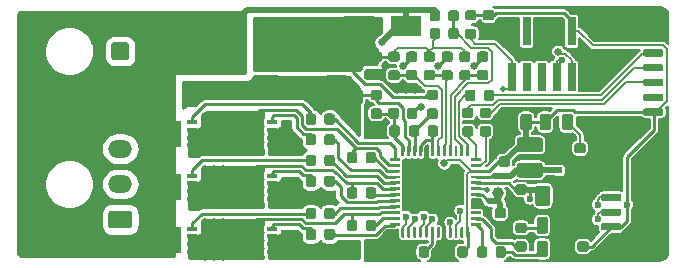
<source format=gbr>
G04 #@! TF.GenerationSoftware,KiCad,Pcbnew,(5.1.5-0-10_14)*
G04 #@! TF.CreationDate,2020-01-05T04:53:59-08:00*
G04 #@! TF.ProjectId,Grits,47726974-732e-46b6-9963-61645f706362,v1.3a*
G04 #@! TF.SameCoordinates,Original*
G04 #@! TF.FileFunction,Copper,L1,Top*
G04 #@! TF.FilePolarity,Positive*
%FSLAX46Y46*%
G04 Gerber Fmt 4.6, Leading zero omitted, Abs format (unit mm)*
G04 Created by KiCad (PCBNEW (5.1.5-0-10_14)) date 2020-01-05 04:53:59*
%MOMM*%
%LPD*%
G04 APERTURE LIST*
%ADD10C,0.100000*%
%ADD11R,0.500000X0.500000*%
%ADD12C,1.000000*%
%ADD13R,0.740000X2.400000*%
%ADD14R,0.830000X0.400000*%
%ADD15O,2.020000X1.500000*%
%ADD16C,1.500000*%
%ADD17R,2.500000X1.800000*%
%ADD18C,0.600000*%
%ADD19C,0.654000*%
%ADD20C,0.508000*%
%ADD21C,0.250000*%
%ADD22C,0.500000*%
%ADD23C,0.200000*%
%ADD24C,0.160000*%
G04 APERTURE END LIST*
G04 #@! TA.AperFunction,SMDPad,CuDef*
D10*
G36*
X134202691Y-112276053D02*
G01*
X134223926Y-112279203D01*
X134244750Y-112284419D01*
X134264962Y-112291651D01*
X134284368Y-112300830D01*
X134302781Y-112311866D01*
X134320024Y-112324654D01*
X134335930Y-112339070D01*
X134350346Y-112354976D01*
X134363134Y-112372219D01*
X134374170Y-112390632D01*
X134383349Y-112410038D01*
X134390581Y-112430250D01*
X134395797Y-112451074D01*
X134398947Y-112472309D01*
X134400000Y-112493750D01*
X134400000Y-113006250D01*
X134398947Y-113027691D01*
X134395797Y-113048926D01*
X134390581Y-113069750D01*
X134383349Y-113089962D01*
X134374170Y-113109368D01*
X134363134Y-113127781D01*
X134350346Y-113145024D01*
X134335930Y-113160930D01*
X134320024Y-113175346D01*
X134302781Y-113188134D01*
X134284368Y-113199170D01*
X134264962Y-113208349D01*
X134244750Y-113215581D01*
X134223926Y-113220797D01*
X134202691Y-113223947D01*
X134181250Y-113225000D01*
X133743750Y-113225000D01*
X133722309Y-113223947D01*
X133701074Y-113220797D01*
X133680250Y-113215581D01*
X133660038Y-113208349D01*
X133640632Y-113199170D01*
X133622219Y-113188134D01*
X133604976Y-113175346D01*
X133589070Y-113160930D01*
X133574654Y-113145024D01*
X133561866Y-113127781D01*
X133550830Y-113109368D01*
X133541651Y-113089962D01*
X133534419Y-113069750D01*
X133529203Y-113048926D01*
X133526053Y-113027691D01*
X133525000Y-113006250D01*
X133525000Y-112493750D01*
X133526053Y-112472309D01*
X133529203Y-112451074D01*
X133534419Y-112430250D01*
X133541651Y-112410038D01*
X133550830Y-112390632D01*
X133561866Y-112372219D01*
X133574654Y-112354976D01*
X133589070Y-112339070D01*
X133604976Y-112324654D01*
X133622219Y-112311866D01*
X133640632Y-112300830D01*
X133660038Y-112291651D01*
X133680250Y-112284419D01*
X133701074Y-112279203D01*
X133722309Y-112276053D01*
X133743750Y-112275000D01*
X134181250Y-112275000D01*
X134202691Y-112276053D01*
G37*
G04 #@! TD.AperFunction*
G04 #@! TA.AperFunction,SMDPad,CuDef*
G36*
X135777691Y-112276053D02*
G01*
X135798926Y-112279203D01*
X135819750Y-112284419D01*
X135839962Y-112291651D01*
X135859368Y-112300830D01*
X135877781Y-112311866D01*
X135895024Y-112324654D01*
X135910930Y-112339070D01*
X135925346Y-112354976D01*
X135938134Y-112372219D01*
X135949170Y-112390632D01*
X135958349Y-112410038D01*
X135965581Y-112430250D01*
X135970797Y-112451074D01*
X135973947Y-112472309D01*
X135975000Y-112493750D01*
X135975000Y-113006250D01*
X135973947Y-113027691D01*
X135970797Y-113048926D01*
X135965581Y-113069750D01*
X135958349Y-113089962D01*
X135949170Y-113109368D01*
X135938134Y-113127781D01*
X135925346Y-113145024D01*
X135910930Y-113160930D01*
X135895024Y-113175346D01*
X135877781Y-113188134D01*
X135859368Y-113199170D01*
X135839962Y-113208349D01*
X135819750Y-113215581D01*
X135798926Y-113220797D01*
X135777691Y-113223947D01*
X135756250Y-113225000D01*
X135318750Y-113225000D01*
X135297309Y-113223947D01*
X135276074Y-113220797D01*
X135255250Y-113215581D01*
X135235038Y-113208349D01*
X135215632Y-113199170D01*
X135197219Y-113188134D01*
X135179976Y-113175346D01*
X135164070Y-113160930D01*
X135149654Y-113145024D01*
X135136866Y-113127781D01*
X135125830Y-113109368D01*
X135116651Y-113089962D01*
X135109419Y-113069750D01*
X135104203Y-113048926D01*
X135101053Y-113027691D01*
X135100000Y-113006250D01*
X135100000Y-112493750D01*
X135101053Y-112472309D01*
X135104203Y-112451074D01*
X135109419Y-112430250D01*
X135116651Y-112410038D01*
X135125830Y-112390632D01*
X135136866Y-112372219D01*
X135149654Y-112354976D01*
X135164070Y-112339070D01*
X135179976Y-112324654D01*
X135197219Y-112311866D01*
X135215632Y-112300830D01*
X135235038Y-112291651D01*
X135255250Y-112284419D01*
X135276074Y-112279203D01*
X135297309Y-112276053D01*
X135318750Y-112275000D01*
X135756250Y-112275000D01*
X135777691Y-112276053D01*
G37*
G04 #@! TD.AperFunction*
G04 #@! TA.AperFunction,SMDPad,CuDef*
G36*
X130702691Y-108526053D02*
G01*
X130723926Y-108529203D01*
X130744750Y-108534419D01*
X130764962Y-108541651D01*
X130784368Y-108550830D01*
X130802781Y-108561866D01*
X130820024Y-108574654D01*
X130835930Y-108589070D01*
X130850346Y-108604976D01*
X130863134Y-108622219D01*
X130874170Y-108640632D01*
X130883349Y-108660038D01*
X130890581Y-108680250D01*
X130895797Y-108701074D01*
X130898947Y-108722309D01*
X130900000Y-108743750D01*
X130900000Y-109256250D01*
X130898947Y-109277691D01*
X130895797Y-109298926D01*
X130890581Y-109319750D01*
X130883349Y-109339962D01*
X130874170Y-109359368D01*
X130863134Y-109377781D01*
X130850346Y-109395024D01*
X130835930Y-109410930D01*
X130820024Y-109425346D01*
X130802781Y-109438134D01*
X130784368Y-109449170D01*
X130764962Y-109458349D01*
X130744750Y-109465581D01*
X130723926Y-109470797D01*
X130702691Y-109473947D01*
X130681250Y-109475000D01*
X130243750Y-109475000D01*
X130222309Y-109473947D01*
X130201074Y-109470797D01*
X130180250Y-109465581D01*
X130160038Y-109458349D01*
X130140632Y-109449170D01*
X130122219Y-109438134D01*
X130104976Y-109425346D01*
X130089070Y-109410930D01*
X130074654Y-109395024D01*
X130061866Y-109377781D01*
X130050830Y-109359368D01*
X130041651Y-109339962D01*
X130034419Y-109319750D01*
X130029203Y-109298926D01*
X130026053Y-109277691D01*
X130025000Y-109256250D01*
X130025000Y-108743750D01*
X130026053Y-108722309D01*
X130029203Y-108701074D01*
X130034419Y-108680250D01*
X130041651Y-108660038D01*
X130050830Y-108640632D01*
X130061866Y-108622219D01*
X130074654Y-108604976D01*
X130089070Y-108589070D01*
X130104976Y-108574654D01*
X130122219Y-108561866D01*
X130140632Y-108550830D01*
X130160038Y-108541651D01*
X130180250Y-108534419D01*
X130201074Y-108529203D01*
X130222309Y-108526053D01*
X130243750Y-108525000D01*
X130681250Y-108525000D01*
X130702691Y-108526053D01*
G37*
G04 #@! TD.AperFunction*
G04 #@! TA.AperFunction,SMDPad,CuDef*
G36*
X132277691Y-108526053D02*
G01*
X132298926Y-108529203D01*
X132319750Y-108534419D01*
X132339962Y-108541651D01*
X132359368Y-108550830D01*
X132377781Y-108561866D01*
X132395024Y-108574654D01*
X132410930Y-108589070D01*
X132425346Y-108604976D01*
X132438134Y-108622219D01*
X132449170Y-108640632D01*
X132458349Y-108660038D01*
X132465581Y-108680250D01*
X132470797Y-108701074D01*
X132473947Y-108722309D01*
X132475000Y-108743750D01*
X132475000Y-109256250D01*
X132473947Y-109277691D01*
X132470797Y-109298926D01*
X132465581Y-109319750D01*
X132458349Y-109339962D01*
X132449170Y-109359368D01*
X132438134Y-109377781D01*
X132425346Y-109395024D01*
X132410930Y-109410930D01*
X132395024Y-109425346D01*
X132377781Y-109438134D01*
X132359368Y-109449170D01*
X132339962Y-109458349D01*
X132319750Y-109465581D01*
X132298926Y-109470797D01*
X132277691Y-109473947D01*
X132256250Y-109475000D01*
X131818750Y-109475000D01*
X131797309Y-109473947D01*
X131776074Y-109470797D01*
X131755250Y-109465581D01*
X131735038Y-109458349D01*
X131715632Y-109449170D01*
X131697219Y-109438134D01*
X131679976Y-109425346D01*
X131664070Y-109410930D01*
X131649654Y-109395024D01*
X131636866Y-109377781D01*
X131625830Y-109359368D01*
X131616651Y-109339962D01*
X131609419Y-109319750D01*
X131604203Y-109298926D01*
X131601053Y-109277691D01*
X131600000Y-109256250D01*
X131600000Y-108743750D01*
X131601053Y-108722309D01*
X131604203Y-108701074D01*
X131609419Y-108680250D01*
X131616651Y-108660038D01*
X131625830Y-108640632D01*
X131636866Y-108622219D01*
X131649654Y-108604976D01*
X131664070Y-108589070D01*
X131679976Y-108574654D01*
X131697219Y-108561866D01*
X131715632Y-108550830D01*
X131735038Y-108541651D01*
X131755250Y-108534419D01*
X131776074Y-108529203D01*
X131797309Y-108526053D01*
X131818750Y-108525000D01*
X132256250Y-108525000D01*
X132277691Y-108526053D01*
G37*
G04 #@! TD.AperFunction*
D11*
X151500000Y-105900000D03*
X151500000Y-108100000D03*
D12*
X136250000Y-115000000D03*
G04 #@! TA.AperFunction,SMDPad,CuDef*
D10*
G36*
X153527691Y-107351053D02*
G01*
X153548926Y-107354203D01*
X153569750Y-107359419D01*
X153589962Y-107366651D01*
X153609368Y-107375830D01*
X153627781Y-107386866D01*
X153645024Y-107399654D01*
X153660930Y-107414070D01*
X153675346Y-107429976D01*
X153688134Y-107447219D01*
X153699170Y-107465632D01*
X153708349Y-107485038D01*
X153715581Y-107505250D01*
X153720797Y-107526074D01*
X153723947Y-107547309D01*
X153725000Y-107568750D01*
X153725000Y-108006250D01*
X153723947Y-108027691D01*
X153720797Y-108048926D01*
X153715581Y-108069750D01*
X153708349Y-108089962D01*
X153699170Y-108109368D01*
X153688134Y-108127781D01*
X153675346Y-108145024D01*
X153660930Y-108160930D01*
X153645024Y-108175346D01*
X153627781Y-108188134D01*
X153609368Y-108199170D01*
X153589962Y-108208349D01*
X153569750Y-108215581D01*
X153548926Y-108220797D01*
X153527691Y-108223947D01*
X153506250Y-108225000D01*
X152993750Y-108225000D01*
X152972309Y-108223947D01*
X152951074Y-108220797D01*
X152930250Y-108215581D01*
X152910038Y-108208349D01*
X152890632Y-108199170D01*
X152872219Y-108188134D01*
X152854976Y-108175346D01*
X152839070Y-108160930D01*
X152824654Y-108145024D01*
X152811866Y-108127781D01*
X152800830Y-108109368D01*
X152791651Y-108089962D01*
X152784419Y-108069750D01*
X152779203Y-108048926D01*
X152776053Y-108027691D01*
X152775000Y-108006250D01*
X152775000Y-107568750D01*
X152776053Y-107547309D01*
X152779203Y-107526074D01*
X152784419Y-107505250D01*
X152791651Y-107485038D01*
X152800830Y-107465632D01*
X152811866Y-107447219D01*
X152824654Y-107429976D01*
X152839070Y-107414070D01*
X152854976Y-107399654D01*
X152872219Y-107386866D01*
X152890632Y-107375830D01*
X152910038Y-107366651D01*
X152930250Y-107359419D01*
X152951074Y-107354203D01*
X152972309Y-107351053D01*
X152993750Y-107350000D01*
X153506250Y-107350000D01*
X153527691Y-107351053D01*
G37*
G04 #@! TD.AperFunction*
G04 #@! TA.AperFunction,SMDPad,CuDef*
G36*
X153527691Y-105776053D02*
G01*
X153548926Y-105779203D01*
X153569750Y-105784419D01*
X153589962Y-105791651D01*
X153609368Y-105800830D01*
X153627781Y-105811866D01*
X153645024Y-105824654D01*
X153660930Y-105839070D01*
X153675346Y-105854976D01*
X153688134Y-105872219D01*
X153699170Y-105890632D01*
X153708349Y-105910038D01*
X153715581Y-105930250D01*
X153720797Y-105951074D01*
X153723947Y-105972309D01*
X153725000Y-105993750D01*
X153725000Y-106431250D01*
X153723947Y-106452691D01*
X153720797Y-106473926D01*
X153715581Y-106494750D01*
X153708349Y-106514962D01*
X153699170Y-106534368D01*
X153688134Y-106552781D01*
X153675346Y-106570024D01*
X153660930Y-106585930D01*
X153645024Y-106600346D01*
X153627781Y-106613134D01*
X153609368Y-106624170D01*
X153589962Y-106633349D01*
X153569750Y-106640581D01*
X153548926Y-106645797D01*
X153527691Y-106648947D01*
X153506250Y-106650000D01*
X152993750Y-106650000D01*
X152972309Y-106648947D01*
X152951074Y-106645797D01*
X152930250Y-106640581D01*
X152910038Y-106633349D01*
X152890632Y-106624170D01*
X152872219Y-106613134D01*
X152854976Y-106600346D01*
X152839070Y-106585930D01*
X152824654Y-106570024D01*
X152811866Y-106552781D01*
X152800830Y-106534368D01*
X152791651Y-106514962D01*
X152784419Y-106494750D01*
X152779203Y-106473926D01*
X152776053Y-106452691D01*
X152775000Y-106431250D01*
X152775000Y-105993750D01*
X152776053Y-105972309D01*
X152779203Y-105951074D01*
X152784419Y-105930250D01*
X152791651Y-105910038D01*
X152800830Y-105890632D01*
X152811866Y-105872219D01*
X152824654Y-105854976D01*
X152839070Y-105839070D01*
X152854976Y-105824654D01*
X152872219Y-105811866D01*
X152890632Y-105800830D01*
X152910038Y-105791651D01*
X152930250Y-105784419D01*
X152951074Y-105779203D01*
X152972309Y-105776053D01*
X152993750Y-105775000D01*
X153506250Y-105775000D01*
X153527691Y-105776053D01*
G37*
G04 #@! TD.AperFunction*
G04 #@! TA.AperFunction,SMDPad,CuDef*
G36*
X150580142Y-103301174D02*
G01*
X150603803Y-103304684D01*
X150627007Y-103310496D01*
X150649529Y-103318554D01*
X150671153Y-103328782D01*
X150691670Y-103341079D01*
X150710883Y-103355329D01*
X150728607Y-103371393D01*
X150744671Y-103389117D01*
X150758921Y-103408330D01*
X150771218Y-103428847D01*
X150781446Y-103450471D01*
X150789504Y-103472993D01*
X150795316Y-103496197D01*
X150798826Y-103519858D01*
X150800000Y-103543750D01*
X150800000Y-104456250D01*
X150798826Y-104480142D01*
X150795316Y-104503803D01*
X150789504Y-104527007D01*
X150781446Y-104549529D01*
X150771218Y-104571153D01*
X150758921Y-104591670D01*
X150744671Y-104610883D01*
X150728607Y-104628607D01*
X150710883Y-104644671D01*
X150691670Y-104658921D01*
X150671153Y-104671218D01*
X150649529Y-104681446D01*
X150627007Y-104689504D01*
X150603803Y-104695316D01*
X150580142Y-104698826D01*
X150556250Y-104700000D01*
X150068750Y-104700000D01*
X150044858Y-104698826D01*
X150021197Y-104695316D01*
X149997993Y-104689504D01*
X149975471Y-104681446D01*
X149953847Y-104671218D01*
X149933330Y-104658921D01*
X149914117Y-104644671D01*
X149896393Y-104628607D01*
X149880329Y-104610883D01*
X149866079Y-104591670D01*
X149853782Y-104571153D01*
X149843554Y-104549529D01*
X149835496Y-104527007D01*
X149829684Y-104503803D01*
X149826174Y-104480142D01*
X149825000Y-104456250D01*
X149825000Y-103543750D01*
X149826174Y-103519858D01*
X149829684Y-103496197D01*
X149835496Y-103472993D01*
X149843554Y-103450471D01*
X149853782Y-103428847D01*
X149866079Y-103408330D01*
X149880329Y-103389117D01*
X149896393Y-103371393D01*
X149914117Y-103355329D01*
X149933330Y-103341079D01*
X149953847Y-103328782D01*
X149975471Y-103318554D01*
X149997993Y-103310496D01*
X150021197Y-103304684D01*
X150044858Y-103301174D01*
X150068750Y-103300000D01*
X150556250Y-103300000D01*
X150580142Y-103301174D01*
G37*
G04 #@! TD.AperFunction*
G04 #@! TA.AperFunction,SMDPad,CuDef*
G36*
X152455142Y-103301174D02*
G01*
X152478803Y-103304684D01*
X152502007Y-103310496D01*
X152524529Y-103318554D01*
X152546153Y-103328782D01*
X152566670Y-103341079D01*
X152585883Y-103355329D01*
X152603607Y-103371393D01*
X152619671Y-103389117D01*
X152633921Y-103408330D01*
X152646218Y-103428847D01*
X152656446Y-103450471D01*
X152664504Y-103472993D01*
X152670316Y-103496197D01*
X152673826Y-103519858D01*
X152675000Y-103543750D01*
X152675000Y-104456250D01*
X152673826Y-104480142D01*
X152670316Y-104503803D01*
X152664504Y-104527007D01*
X152656446Y-104549529D01*
X152646218Y-104571153D01*
X152633921Y-104591670D01*
X152619671Y-104610883D01*
X152603607Y-104628607D01*
X152585883Y-104644671D01*
X152566670Y-104658921D01*
X152546153Y-104671218D01*
X152524529Y-104681446D01*
X152502007Y-104689504D01*
X152478803Y-104695316D01*
X152455142Y-104698826D01*
X152431250Y-104700000D01*
X151943750Y-104700000D01*
X151919858Y-104698826D01*
X151896197Y-104695316D01*
X151872993Y-104689504D01*
X151850471Y-104681446D01*
X151828847Y-104671218D01*
X151808330Y-104658921D01*
X151789117Y-104644671D01*
X151771393Y-104628607D01*
X151755329Y-104610883D01*
X151741079Y-104591670D01*
X151728782Y-104571153D01*
X151718554Y-104549529D01*
X151710496Y-104527007D01*
X151704684Y-104503803D01*
X151701174Y-104480142D01*
X151700000Y-104456250D01*
X151700000Y-103543750D01*
X151701174Y-103519858D01*
X151704684Y-103496197D01*
X151710496Y-103472993D01*
X151718554Y-103450471D01*
X151728782Y-103428847D01*
X151741079Y-103408330D01*
X151755329Y-103389117D01*
X151771393Y-103371393D01*
X151789117Y-103355329D01*
X151808330Y-103341079D01*
X151828847Y-103328782D01*
X151850471Y-103318554D01*
X151872993Y-103310496D01*
X151896197Y-103304684D01*
X151919858Y-103301174D01*
X151943750Y-103300000D01*
X152431250Y-103300000D01*
X152455142Y-103301174D01*
G37*
G04 #@! TD.AperFunction*
G04 #@! TA.AperFunction,SMDPad,CuDef*
G36*
X160224504Y-106776204D02*
G01*
X160248773Y-106779804D01*
X160272571Y-106785765D01*
X160295671Y-106794030D01*
X160317849Y-106804520D01*
X160338893Y-106817133D01*
X160358598Y-106831747D01*
X160376777Y-106848223D01*
X160393253Y-106866402D01*
X160407867Y-106886107D01*
X160420480Y-106907151D01*
X160430970Y-106929329D01*
X160439235Y-106952429D01*
X160445196Y-106976227D01*
X160448796Y-107000496D01*
X160450000Y-107025000D01*
X160450000Y-107525000D01*
X160448796Y-107549504D01*
X160445196Y-107573773D01*
X160439235Y-107597571D01*
X160430970Y-107620671D01*
X160420480Y-107642849D01*
X160407867Y-107663893D01*
X160393253Y-107683598D01*
X160376777Y-107701777D01*
X160358598Y-107718253D01*
X160338893Y-107732867D01*
X160317849Y-107745480D01*
X160295671Y-107755970D01*
X160272571Y-107764235D01*
X160248773Y-107770196D01*
X160224504Y-107773796D01*
X160200000Y-107775000D01*
X158000000Y-107775000D01*
X157975496Y-107773796D01*
X157951227Y-107770196D01*
X157927429Y-107764235D01*
X157904329Y-107755970D01*
X157882151Y-107745480D01*
X157861107Y-107732867D01*
X157841402Y-107718253D01*
X157823223Y-107701777D01*
X157806747Y-107683598D01*
X157792133Y-107663893D01*
X157779520Y-107642849D01*
X157769030Y-107620671D01*
X157760765Y-107597571D01*
X157754804Y-107573773D01*
X157751204Y-107549504D01*
X157750000Y-107525000D01*
X157750000Y-107025000D01*
X157751204Y-107000496D01*
X157754804Y-106976227D01*
X157760765Y-106952429D01*
X157769030Y-106929329D01*
X157779520Y-106907151D01*
X157792133Y-106886107D01*
X157806747Y-106866402D01*
X157823223Y-106848223D01*
X157841402Y-106831747D01*
X157861107Y-106817133D01*
X157882151Y-106804520D01*
X157904329Y-106794030D01*
X157927429Y-106785765D01*
X157951227Y-106779804D01*
X157975496Y-106776204D01*
X158000000Y-106775000D01*
X160200000Y-106775000D01*
X160224504Y-106776204D01*
G37*
G04 #@! TD.AperFunction*
G04 #@! TA.AperFunction,SMDPad,CuDef*
G36*
X160224504Y-114226204D02*
G01*
X160248773Y-114229804D01*
X160272571Y-114235765D01*
X160295671Y-114244030D01*
X160317849Y-114254520D01*
X160338893Y-114267133D01*
X160358598Y-114281747D01*
X160376777Y-114298223D01*
X160393253Y-114316402D01*
X160407867Y-114336107D01*
X160420480Y-114357151D01*
X160430970Y-114379329D01*
X160439235Y-114402429D01*
X160445196Y-114426227D01*
X160448796Y-114450496D01*
X160450000Y-114475000D01*
X160450000Y-114975000D01*
X160448796Y-114999504D01*
X160445196Y-115023773D01*
X160439235Y-115047571D01*
X160430970Y-115070671D01*
X160420480Y-115092849D01*
X160407867Y-115113893D01*
X160393253Y-115133598D01*
X160376777Y-115151777D01*
X160358598Y-115168253D01*
X160338893Y-115182867D01*
X160317849Y-115195480D01*
X160295671Y-115205970D01*
X160272571Y-115214235D01*
X160248773Y-115220196D01*
X160224504Y-115223796D01*
X160200000Y-115225000D01*
X158000000Y-115225000D01*
X157975496Y-115223796D01*
X157951227Y-115220196D01*
X157927429Y-115214235D01*
X157904329Y-115205970D01*
X157882151Y-115195480D01*
X157861107Y-115182867D01*
X157841402Y-115168253D01*
X157823223Y-115151777D01*
X157806747Y-115133598D01*
X157792133Y-115113893D01*
X157779520Y-115092849D01*
X157769030Y-115070671D01*
X157760765Y-115047571D01*
X157754804Y-115023773D01*
X157751204Y-114999504D01*
X157750000Y-114975000D01*
X157750000Y-114475000D01*
X157751204Y-114450496D01*
X157754804Y-114426227D01*
X157760765Y-114402429D01*
X157769030Y-114379329D01*
X157779520Y-114357151D01*
X157792133Y-114336107D01*
X157806747Y-114316402D01*
X157823223Y-114298223D01*
X157841402Y-114281747D01*
X157861107Y-114267133D01*
X157882151Y-114254520D01*
X157904329Y-114244030D01*
X157927429Y-114235765D01*
X157951227Y-114229804D01*
X157975496Y-114226204D01*
X158000000Y-114225000D01*
X160200000Y-114225000D01*
X160224504Y-114226204D01*
G37*
G04 #@! TD.AperFunction*
G04 #@! TA.AperFunction,SMDPad,CuDef*
G36*
X156614703Y-108825722D02*
G01*
X156629264Y-108827882D01*
X156643543Y-108831459D01*
X156657403Y-108836418D01*
X156670710Y-108842712D01*
X156683336Y-108850280D01*
X156695159Y-108859048D01*
X156706066Y-108868934D01*
X156715952Y-108879841D01*
X156724720Y-108891664D01*
X156732288Y-108904290D01*
X156738582Y-108917597D01*
X156743541Y-108931457D01*
X156747118Y-108945736D01*
X156749278Y-108960297D01*
X156750000Y-108975000D01*
X156750000Y-109275000D01*
X156749278Y-109289703D01*
X156747118Y-109304264D01*
X156743541Y-109318543D01*
X156738582Y-109332403D01*
X156732288Y-109345710D01*
X156724720Y-109358336D01*
X156715952Y-109370159D01*
X156706066Y-109381066D01*
X156695159Y-109390952D01*
X156683336Y-109399720D01*
X156670710Y-109407288D01*
X156657403Y-109413582D01*
X156643543Y-109418541D01*
X156629264Y-109422118D01*
X156614703Y-109424278D01*
X156600000Y-109425000D01*
X155200000Y-109425000D01*
X155185297Y-109424278D01*
X155170736Y-109422118D01*
X155156457Y-109418541D01*
X155142597Y-109413582D01*
X155129290Y-109407288D01*
X155116664Y-109399720D01*
X155104841Y-109390952D01*
X155093934Y-109381066D01*
X155084048Y-109370159D01*
X155075280Y-109358336D01*
X155067712Y-109345710D01*
X155061418Y-109332403D01*
X155056459Y-109318543D01*
X155052882Y-109304264D01*
X155050722Y-109289703D01*
X155050000Y-109275000D01*
X155050000Y-108975000D01*
X155050722Y-108960297D01*
X155052882Y-108945736D01*
X155056459Y-108931457D01*
X155061418Y-108917597D01*
X155067712Y-108904290D01*
X155075280Y-108891664D01*
X155084048Y-108879841D01*
X155093934Y-108868934D01*
X155104841Y-108859048D01*
X155116664Y-108850280D01*
X155129290Y-108842712D01*
X155142597Y-108836418D01*
X155156457Y-108831459D01*
X155170736Y-108827882D01*
X155185297Y-108825722D01*
X155200000Y-108825000D01*
X156600000Y-108825000D01*
X156614703Y-108825722D01*
G37*
G04 #@! TD.AperFunction*
G04 #@! TA.AperFunction,SMDPad,CuDef*
G36*
X156614703Y-110075722D02*
G01*
X156629264Y-110077882D01*
X156643543Y-110081459D01*
X156657403Y-110086418D01*
X156670710Y-110092712D01*
X156683336Y-110100280D01*
X156695159Y-110109048D01*
X156706066Y-110118934D01*
X156715952Y-110129841D01*
X156724720Y-110141664D01*
X156732288Y-110154290D01*
X156738582Y-110167597D01*
X156743541Y-110181457D01*
X156747118Y-110195736D01*
X156749278Y-110210297D01*
X156750000Y-110225000D01*
X156750000Y-110525000D01*
X156749278Y-110539703D01*
X156747118Y-110554264D01*
X156743541Y-110568543D01*
X156738582Y-110582403D01*
X156732288Y-110595710D01*
X156724720Y-110608336D01*
X156715952Y-110620159D01*
X156706066Y-110631066D01*
X156695159Y-110640952D01*
X156683336Y-110649720D01*
X156670710Y-110657288D01*
X156657403Y-110663582D01*
X156643543Y-110668541D01*
X156629264Y-110672118D01*
X156614703Y-110674278D01*
X156600000Y-110675000D01*
X155200000Y-110675000D01*
X155185297Y-110674278D01*
X155170736Y-110672118D01*
X155156457Y-110668541D01*
X155142597Y-110663582D01*
X155129290Y-110657288D01*
X155116664Y-110649720D01*
X155104841Y-110640952D01*
X155093934Y-110631066D01*
X155084048Y-110620159D01*
X155075280Y-110608336D01*
X155067712Y-110595710D01*
X155061418Y-110582403D01*
X155056459Y-110568543D01*
X155052882Y-110554264D01*
X155050722Y-110539703D01*
X155050000Y-110525000D01*
X155050000Y-110225000D01*
X155050722Y-110210297D01*
X155052882Y-110195736D01*
X155056459Y-110181457D01*
X155061418Y-110167597D01*
X155067712Y-110154290D01*
X155075280Y-110141664D01*
X155084048Y-110129841D01*
X155093934Y-110118934D01*
X155104841Y-110109048D01*
X155116664Y-110100280D01*
X155129290Y-110092712D01*
X155142597Y-110086418D01*
X155156457Y-110081459D01*
X155170736Y-110077882D01*
X155185297Y-110075722D01*
X155200000Y-110075000D01*
X156600000Y-110075000D01*
X156614703Y-110075722D01*
G37*
G04 #@! TD.AperFunction*
G04 #@! TA.AperFunction,SMDPad,CuDef*
G36*
X156614703Y-111325722D02*
G01*
X156629264Y-111327882D01*
X156643543Y-111331459D01*
X156657403Y-111336418D01*
X156670710Y-111342712D01*
X156683336Y-111350280D01*
X156695159Y-111359048D01*
X156706066Y-111368934D01*
X156715952Y-111379841D01*
X156724720Y-111391664D01*
X156732288Y-111404290D01*
X156738582Y-111417597D01*
X156743541Y-111431457D01*
X156747118Y-111445736D01*
X156749278Y-111460297D01*
X156750000Y-111475000D01*
X156750000Y-111775000D01*
X156749278Y-111789703D01*
X156747118Y-111804264D01*
X156743541Y-111818543D01*
X156738582Y-111832403D01*
X156732288Y-111845710D01*
X156724720Y-111858336D01*
X156715952Y-111870159D01*
X156706066Y-111881066D01*
X156695159Y-111890952D01*
X156683336Y-111899720D01*
X156670710Y-111907288D01*
X156657403Y-111913582D01*
X156643543Y-111918541D01*
X156629264Y-111922118D01*
X156614703Y-111924278D01*
X156600000Y-111925000D01*
X155200000Y-111925000D01*
X155185297Y-111924278D01*
X155170736Y-111922118D01*
X155156457Y-111918541D01*
X155142597Y-111913582D01*
X155129290Y-111907288D01*
X155116664Y-111899720D01*
X155104841Y-111890952D01*
X155093934Y-111881066D01*
X155084048Y-111870159D01*
X155075280Y-111858336D01*
X155067712Y-111845710D01*
X155061418Y-111832403D01*
X155056459Y-111818543D01*
X155052882Y-111804264D01*
X155050722Y-111789703D01*
X155050000Y-111775000D01*
X155050000Y-111475000D01*
X155050722Y-111460297D01*
X155052882Y-111445736D01*
X155056459Y-111431457D01*
X155061418Y-111417597D01*
X155067712Y-111404290D01*
X155075280Y-111391664D01*
X155084048Y-111379841D01*
X155093934Y-111368934D01*
X155104841Y-111359048D01*
X155116664Y-111350280D01*
X155129290Y-111342712D01*
X155142597Y-111336418D01*
X155156457Y-111331459D01*
X155170736Y-111327882D01*
X155185297Y-111325722D01*
X155200000Y-111325000D01*
X156600000Y-111325000D01*
X156614703Y-111325722D01*
G37*
G04 #@! TD.AperFunction*
G04 #@! TA.AperFunction,SMDPad,CuDef*
G36*
X156614703Y-112575722D02*
G01*
X156629264Y-112577882D01*
X156643543Y-112581459D01*
X156657403Y-112586418D01*
X156670710Y-112592712D01*
X156683336Y-112600280D01*
X156695159Y-112609048D01*
X156706066Y-112618934D01*
X156715952Y-112629841D01*
X156724720Y-112641664D01*
X156732288Y-112654290D01*
X156738582Y-112667597D01*
X156743541Y-112681457D01*
X156747118Y-112695736D01*
X156749278Y-112710297D01*
X156750000Y-112725000D01*
X156750000Y-113025000D01*
X156749278Y-113039703D01*
X156747118Y-113054264D01*
X156743541Y-113068543D01*
X156738582Y-113082403D01*
X156732288Y-113095710D01*
X156724720Y-113108336D01*
X156715952Y-113120159D01*
X156706066Y-113131066D01*
X156695159Y-113140952D01*
X156683336Y-113149720D01*
X156670710Y-113157288D01*
X156657403Y-113163582D01*
X156643543Y-113168541D01*
X156629264Y-113172118D01*
X156614703Y-113174278D01*
X156600000Y-113175000D01*
X155200000Y-113175000D01*
X155185297Y-113174278D01*
X155170736Y-113172118D01*
X155156457Y-113168541D01*
X155142597Y-113163582D01*
X155129290Y-113157288D01*
X155116664Y-113149720D01*
X155104841Y-113140952D01*
X155093934Y-113131066D01*
X155084048Y-113120159D01*
X155075280Y-113108336D01*
X155067712Y-113095710D01*
X155061418Y-113082403D01*
X155056459Y-113068543D01*
X155052882Y-113054264D01*
X155050722Y-113039703D01*
X155050000Y-113025000D01*
X155050000Y-112725000D01*
X155050722Y-112710297D01*
X155052882Y-112695736D01*
X155056459Y-112681457D01*
X155061418Y-112667597D01*
X155067712Y-112654290D01*
X155075280Y-112641664D01*
X155084048Y-112629841D01*
X155093934Y-112618934D01*
X155104841Y-112609048D01*
X155116664Y-112600280D01*
X155129290Y-112592712D01*
X155142597Y-112586418D01*
X155156457Y-112581459D01*
X155170736Y-112577882D01*
X155185297Y-112575722D01*
X155200000Y-112575000D01*
X156600000Y-112575000D01*
X156614703Y-112575722D01*
G37*
G04 #@! TD.AperFunction*
G04 #@! TA.AperFunction,SMDPad,CuDef*
G36*
X143818626Y-112900301D02*
G01*
X143824693Y-112901201D01*
X143830643Y-112902691D01*
X143836418Y-112904758D01*
X143841962Y-112907380D01*
X143847223Y-112910533D01*
X143852150Y-112914187D01*
X143856694Y-112918306D01*
X143860813Y-112922850D01*
X143864467Y-112927777D01*
X143867620Y-112933038D01*
X143870242Y-112938582D01*
X143872309Y-112944357D01*
X143873799Y-112950307D01*
X143874699Y-112956374D01*
X143875000Y-112962500D01*
X143875000Y-113712500D01*
X143874699Y-113718626D01*
X143873799Y-113724693D01*
X143872309Y-113730643D01*
X143870242Y-113736418D01*
X143867620Y-113741962D01*
X143864467Y-113747223D01*
X143860813Y-113752150D01*
X143856694Y-113756694D01*
X143852150Y-113760813D01*
X143847223Y-113764467D01*
X143841962Y-113767620D01*
X143836418Y-113770242D01*
X143830643Y-113772309D01*
X143824693Y-113773799D01*
X143818626Y-113774699D01*
X143812500Y-113775000D01*
X143687500Y-113775000D01*
X143681374Y-113774699D01*
X143675307Y-113773799D01*
X143669357Y-113772309D01*
X143663582Y-113770242D01*
X143658038Y-113767620D01*
X143652777Y-113764467D01*
X143647850Y-113760813D01*
X143643306Y-113756694D01*
X143639187Y-113752150D01*
X143635533Y-113747223D01*
X143632380Y-113741962D01*
X143629758Y-113736418D01*
X143627691Y-113730643D01*
X143626201Y-113724693D01*
X143625301Y-113718626D01*
X143625000Y-113712500D01*
X143625000Y-112962500D01*
X143625301Y-112956374D01*
X143626201Y-112950307D01*
X143627691Y-112944357D01*
X143629758Y-112938582D01*
X143632380Y-112933038D01*
X143635533Y-112927777D01*
X143639187Y-112922850D01*
X143643306Y-112918306D01*
X143647850Y-112914187D01*
X143652777Y-112910533D01*
X143658038Y-112907380D01*
X143663582Y-112904758D01*
X143669357Y-112902691D01*
X143675307Y-112901201D01*
X143681374Y-112900301D01*
X143687500Y-112900000D01*
X143812500Y-112900000D01*
X143818626Y-112900301D01*
G37*
G04 #@! TD.AperFunction*
G04 #@! TA.AperFunction,SMDPad,CuDef*
G36*
X143318626Y-112900301D02*
G01*
X143324693Y-112901201D01*
X143330643Y-112902691D01*
X143336418Y-112904758D01*
X143341962Y-112907380D01*
X143347223Y-112910533D01*
X143352150Y-112914187D01*
X143356694Y-112918306D01*
X143360813Y-112922850D01*
X143364467Y-112927777D01*
X143367620Y-112933038D01*
X143370242Y-112938582D01*
X143372309Y-112944357D01*
X143373799Y-112950307D01*
X143374699Y-112956374D01*
X143375000Y-112962500D01*
X143375000Y-113712500D01*
X143374699Y-113718626D01*
X143373799Y-113724693D01*
X143372309Y-113730643D01*
X143370242Y-113736418D01*
X143367620Y-113741962D01*
X143364467Y-113747223D01*
X143360813Y-113752150D01*
X143356694Y-113756694D01*
X143352150Y-113760813D01*
X143347223Y-113764467D01*
X143341962Y-113767620D01*
X143336418Y-113770242D01*
X143330643Y-113772309D01*
X143324693Y-113773799D01*
X143318626Y-113774699D01*
X143312500Y-113775000D01*
X143187500Y-113775000D01*
X143181374Y-113774699D01*
X143175307Y-113773799D01*
X143169357Y-113772309D01*
X143163582Y-113770242D01*
X143158038Y-113767620D01*
X143152777Y-113764467D01*
X143147850Y-113760813D01*
X143143306Y-113756694D01*
X143139187Y-113752150D01*
X143135533Y-113747223D01*
X143132380Y-113741962D01*
X143129758Y-113736418D01*
X143127691Y-113730643D01*
X143126201Y-113724693D01*
X143125301Y-113718626D01*
X143125000Y-113712500D01*
X143125000Y-112962500D01*
X143125301Y-112956374D01*
X143126201Y-112950307D01*
X143127691Y-112944357D01*
X143129758Y-112938582D01*
X143132380Y-112933038D01*
X143135533Y-112927777D01*
X143139187Y-112922850D01*
X143143306Y-112918306D01*
X143147850Y-112914187D01*
X143152777Y-112910533D01*
X143158038Y-112907380D01*
X143163582Y-112904758D01*
X143169357Y-112902691D01*
X143175307Y-112901201D01*
X143181374Y-112900301D01*
X143187500Y-112900000D01*
X143312500Y-112900000D01*
X143318626Y-112900301D01*
G37*
G04 #@! TD.AperFunction*
G04 #@! TA.AperFunction,SMDPad,CuDef*
G36*
X142818626Y-112900301D02*
G01*
X142824693Y-112901201D01*
X142830643Y-112902691D01*
X142836418Y-112904758D01*
X142841962Y-112907380D01*
X142847223Y-112910533D01*
X142852150Y-112914187D01*
X142856694Y-112918306D01*
X142860813Y-112922850D01*
X142864467Y-112927777D01*
X142867620Y-112933038D01*
X142870242Y-112938582D01*
X142872309Y-112944357D01*
X142873799Y-112950307D01*
X142874699Y-112956374D01*
X142875000Y-112962500D01*
X142875000Y-113712500D01*
X142874699Y-113718626D01*
X142873799Y-113724693D01*
X142872309Y-113730643D01*
X142870242Y-113736418D01*
X142867620Y-113741962D01*
X142864467Y-113747223D01*
X142860813Y-113752150D01*
X142856694Y-113756694D01*
X142852150Y-113760813D01*
X142847223Y-113764467D01*
X142841962Y-113767620D01*
X142836418Y-113770242D01*
X142830643Y-113772309D01*
X142824693Y-113773799D01*
X142818626Y-113774699D01*
X142812500Y-113775000D01*
X142687500Y-113775000D01*
X142681374Y-113774699D01*
X142675307Y-113773799D01*
X142669357Y-113772309D01*
X142663582Y-113770242D01*
X142658038Y-113767620D01*
X142652777Y-113764467D01*
X142647850Y-113760813D01*
X142643306Y-113756694D01*
X142639187Y-113752150D01*
X142635533Y-113747223D01*
X142632380Y-113741962D01*
X142629758Y-113736418D01*
X142627691Y-113730643D01*
X142626201Y-113724693D01*
X142625301Y-113718626D01*
X142625000Y-113712500D01*
X142625000Y-112962500D01*
X142625301Y-112956374D01*
X142626201Y-112950307D01*
X142627691Y-112944357D01*
X142629758Y-112938582D01*
X142632380Y-112933038D01*
X142635533Y-112927777D01*
X142639187Y-112922850D01*
X142643306Y-112918306D01*
X142647850Y-112914187D01*
X142652777Y-112910533D01*
X142658038Y-112907380D01*
X142663582Y-112904758D01*
X142669357Y-112902691D01*
X142675307Y-112901201D01*
X142681374Y-112900301D01*
X142687500Y-112900000D01*
X142812500Y-112900000D01*
X142818626Y-112900301D01*
G37*
G04 #@! TD.AperFunction*
G04 #@! TA.AperFunction,SMDPad,CuDef*
G36*
X142318626Y-112900301D02*
G01*
X142324693Y-112901201D01*
X142330643Y-112902691D01*
X142336418Y-112904758D01*
X142341962Y-112907380D01*
X142347223Y-112910533D01*
X142352150Y-112914187D01*
X142356694Y-112918306D01*
X142360813Y-112922850D01*
X142364467Y-112927777D01*
X142367620Y-112933038D01*
X142370242Y-112938582D01*
X142372309Y-112944357D01*
X142373799Y-112950307D01*
X142374699Y-112956374D01*
X142375000Y-112962500D01*
X142375000Y-113712500D01*
X142374699Y-113718626D01*
X142373799Y-113724693D01*
X142372309Y-113730643D01*
X142370242Y-113736418D01*
X142367620Y-113741962D01*
X142364467Y-113747223D01*
X142360813Y-113752150D01*
X142356694Y-113756694D01*
X142352150Y-113760813D01*
X142347223Y-113764467D01*
X142341962Y-113767620D01*
X142336418Y-113770242D01*
X142330643Y-113772309D01*
X142324693Y-113773799D01*
X142318626Y-113774699D01*
X142312500Y-113775000D01*
X142187500Y-113775000D01*
X142181374Y-113774699D01*
X142175307Y-113773799D01*
X142169357Y-113772309D01*
X142163582Y-113770242D01*
X142158038Y-113767620D01*
X142152777Y-113764467D01*
X142147850Y-113760813D01*
X142143306Y-113756694D01*
X142139187Y-113752150D01*
X142135533Y-113747223D01*
X142132380Y-113741962D01*
X142129758Y-113736418D01*
X142127691Y-113730643D01*
X142126201Y-113724693D01*
X142125301Y-113718626D01*
X142125000Y-113712500D01*
X142125000Y-112962500D01*
X142125301Y-112956374D01*
X142126201Y-112950307D01*
X142127691Y-112944357D01*
X142129758Y-112938582D01*
X142132380Y-112933038D01*
X142135533Y-112927777D01*
X142139187Y-112922850D01*
X142143306Y-112918306D01*
X142147850Y-112914187D01*
X142152777Y-112910533D01*
X142158038Y-112907380D01*
X142163582Y-112904758D01*
X142169357Y-112902691D01*
X142175307Y-112901201D01*
X142181374Y-112900301D01*
X142187500Y-112900000D01*
X142312500Y-112900000D01*
X142318626Y-112900301D01*
G37*
G04 #@! TD.AperFunction*
G04 #@! TA.AperFunction,SMDPad,CuDef*
G36*
X141818626Y-112900301D02*
G01*
X141824693Y-112901201D01*
X141830643Y-112902691D01*
X141836418Y-112904758D01*
X141841962Y-112907380D01*
X141847223Y-112910533D01*
X141852150Y-112914187D01*
X141856694Y-112918306D01*
X141860813Y-112922850D01*
X141864467Y-112927777D01*
X141867620Y-112933038D01*
X141870242Y-112938582D01*
X141872309Y-112944357D01*
X141873799Y-112950307D01*
X141874699Y-112956374D01*
X141875000Y-112962500D01*
X141875000Y-113712500D01*
X141874699Y-113718626D01*
X141873799Y-113724693D01*
X141872309Y-113730643D01*
X141870242Y-113736418D01*
X141867620Y-113741962D01*
X141864467Y-113747223D01*
X141860813Y-113752150D01*
X141856694Y-113756694D01*
X141852150Y-113760813D01*
X141847223Y-113764467D01*
X141841962Y-113767620D01*
X141836418Y-113770242D01*
X141830643Y-113772309D01*
X141824693Y-113773799D01*
X141818626Y-113774699D01*
X141812500Y-113775000D01*
X141687500Y-113775000D01*
X141681374Y-113774699D01*
X141675307Y-113773799D01*
X141669357Y-113772309D01*
X141663582Y-113770242D01*
X141658038Y-113767620D01*
X141652777Y-113764467D01*
X141647850Y-113760813D01*
X141643306Y-113756694D01*
X141639187Y-113752150D01*
X141635533Y-113747223D01*
X141632380Y-113741962D01*
X141629758Y-113736418D01*
X141627691Y-113730643D01*
X141626201Y-113724693D01*
X141625301Y-113718626D01*
X141625000Y-113712500D01*
X141625000Y-112962500D01*
X141625301Y-112956374D01*
X141626201Y-112950307D01*
X141627691Y-112944357D01*
X141629758Y-112938582D01*
X141632380Y-112933038D01*
X141635533Y-112927777D01*
X141639187Y-112922850D01*
X141643306Y-112918306D01*
X141647850Y-112914187D01*
X141652777Y-112910533D01*
X141658038Y-112907380D01*
X141663582Y-112904758D01*
X141669357Y-112902691D01*
X141675307Y-112901201D01*
X141681374Y-112900301D01*
X141687500Y-112900000D01*
X141812500Y-112900000D01*
X141818626Y-112900301D01*
G37*
G04 #@! TD.AperFunction*
G04 #@! TA.AperFunction,SMDPad,CuDef*
G36*
X141318626Y-112900301D02*
G01*
X141324693Y-112901201D01*
X141330643Y-112902691D01*
X141336418Y-112904758D01*
X141341962Y-112907380D01*
X141347223Y-112910533D01*
X141352150Y-112914187D01*
X141356694Y-112918306D01*
X141360813Y-112922850D01*
X141364467Y-112927777D01*
X141367620Y-112933038D01*
X141370242Y-112938582D01*
X141372309Y-112944357D01*
X141373799Y-112950307D01*
X141374699Y-112956374D01*
X141375000Y-112962500D01*
X141375000Y-113712500D01*
X141374699Y-113718626D01*
X141373799Y-113724693D01*
X141372309Y-113730643D01*
X141370242Y-113736418D01*
X141367620Y-113741962D01*
X141364467Y-113747223D01*
X141360813Y-113752150D01*
X141356694Y-113756694D01*
X141352150Y-113760813D01*
X141347223Y-113764467D01*
X141341962Y-113767620D01*
X141336418Y-113770242D01*
X141330643Y-113772309D01*
X141324693Y-113773799D01*
X141318626Y-113774699D01*
X141312500Y-113775000D01*
X141187500Y-113775000D01*
X141181374Y-113774699D01*
X141175307Y-113773799D01*
X141169357Y-113772309D01*
X141163582Y-113770242D01*
X141158038Y-113767620D01*
X141152777Y-113764467D01*
X141147850Y-113760813D01*
X141143306Y-113756694D01*
X141139187Y-113752150D01*
X141135533Y-113747223D01*
X141132380Y-113741962D01*
X141129758Y-113736418D01*
X141127691Y-113730643D01*
X141126201Y-113724693D01*
X141125301Y-113718626D01*
X141125000Y-113712500D01*
X141125000Y-112962500D01*
X141125301Y-112956374D01*
X141126201Y-112950307D01*
X141127691Y-112944357D01*
X141129758Y-112938582D01*
X141132380Y-112933038D01*
X141135533Y-112927777D01*
X141139187Y-112922850D01*
X141143306Y-112918306D01*
X141147850Y-112914187D01*
X141152777Y-112910533D01*
X141158038Y-112907380D01*
X141163582Y-112904758D01*
X141169357Y-112902691D01*
X141175307Y-112901201D01*
X141181374Y-112900301D01*
X141187500Y-112900000D01*
X141312500Y-112900000D01*
X141318626Y-112900301D01*
G37*
G04 #@! TD.AperFunction*
G04 #@! TA.AperFunction,SMDPad,CuDef*
G36*
X140818626Y-112900301D02*
G01*
X140824693Y-112901201D01*
X140830643Y-112902691D01*
X140836418Y-112904758D01*
X140841962Y-112907380D01*
X140847223Y-112910533D01*
X140852150Y-112914187D01*
X140856694Y-112918306D01*
X140860813Y-112922850D01*
X140864467Y-112927777D01*
X140867620Y-112933038D01*
X140870242Y-112938582D01*
X140872309Y-112944357D01*
X140873799Y-112950307D01*
X140874699Y-112956374D01*
X140875000Y-112962500D01*
X140875000Y-113712500D01*
X140874699Y-113718626D01*
X140873799Y-113724693D01*
X140872309Y-113730643D01*
X140870242Y-113736418D01*
X140867620Y-113741962D01*
X140864467Y-113747223D01*
X140860813Y-113752150D01*
X140856694Y-113756694D01*
X140852150Y-113760813D01*
X140847223Y-113764467D01*
X140841962Y-113767620D01*
X140836418Y-113770242D01*
X140830643Y-113772309D01*
X140824693Y-113773799D01*
X140818626Y-113774699D01*
X140812500Y-113775000D01*
X140687500Y-113775000D01*
X140681374Y-113774699D01*
X140675307Y-113773799D01*
X140669357Y-113772309D01*
X140663582Y-113770242D01*
X140658038Y-113767620D01*
X140652777Y-113764467D01*
X140647850Y-113760813D01*
X140643306Y-113756694D01*
X140639187Y-113752150D01*
X140635533Y-113747223D01*
X140632380Y-113741962D01*
X140629758Y-113736418D01*
X140627691Y-113730643D01*
X140626201Y-113724693D01*
X140625301Y-113718626D01*
X140625000Y-113712500D01*
X140625000Y-112962500D01*
X140625301Y-112956374D01*
X140626201Y-112950307D01*
X140627691Y-112944357D01*
X140629758Y-112938582D01*
X140632380Y-112933038D01*
X140635533Y-112927777D01*
X140639187Y-112922850D01*
X140643306Y-112918306D01*
X140647850Y-112914187D01*
X140652777Y-112910533D01*
X140658038Y-112907380D01*
X140663582Y-112904758D01*
X140669357Y-112902691D01*
X140675307Y-112901201D01*
X140681374Y-112900301D01*
X140687500Y-112900000D01*
X140812500Y-112900000D01*
X140818626Y-112900301D01*
G37*
G04 #@! TD.AperFunction*
G04 #@! TA.AperFunction,SMDPad,CuDef*
G36*
X140318626Y-112900301D02*
G01*
X140324693Y-112901201D01*
X140330643Y-112902691D01*
X140336418Y-112904758D01*
X140341962Y-112907380D01*
X140347223Y-112910533D01*
X140352150Y-112914187D01*
X140356694Y-112918306D01*
X140360813Y-112922850D01*
X140364467Y-112927777D01*
X140367620Y-112933038D01*
X140370242Y-112938582D01*
X140372309Y-112944357D01*
X140373799Y-112950307D01*
X140374699Y-112956374D01*
X140375000Y-112962500D01*
X140375000Y-113712500D01*
X140374699Y-113718626D01*
X140373799Y-113724693D01*
X140372309Y-113730643D01*
X140370242Y-113736418D01*
X140367620Y-113741962D01*
X140364467Y-113747223D01*
X140360813Y-113752150D01*
X140356694Y-113756694D01*
X140352150Y-113760813D01*
X140347223Y-113764467D01*
X140341962Y-113767620D01*
X140336418Y-113770242D01*
X140330643Y-113772309D01*
X140324693Y-113773799D01*
X140318626Y-113774699D01*
X140312500Y-113775000D01*
X140187500Y-113775000D01*
X140181374Y-113774699D01*
X140175307Y-113773799D01*
X140169357Y-113772309D01*
X140163582Y-113770242D01*
X140158038Y-113767620D01*
X140152777Y-113764467D01*
X140147850Y-113760813D01*
X140143306Y-113756694D01*
X140139187Y-113752150D01*
X140135533Y-113747223D01*
X140132380Y-113741962D01*
X140129758Y-113736418D01*
X140127691Y-113730643D01*
X140126201Y-113724693D01*
X140125301Y-113718626D01*
X140125000Y-113712500D01*
X140125000Y-112962500D01*
X140125301Y-112956374D01*
X140126201Y-112950307D01*
X140127691Y-112944357D01*
X140129758Y-112938582D01*
X140132380Y-112933038D01*
X140135533Y-112927777D01*
X140139187Y-112922850D01*
X140143306Y-112918306D01*
X140147850Y-112914187D01*
X140152777Y-112910533D01*
X140158038Y-112907380D01*
X140163582Y-112904758D01*
X140169357Y-112902691D01*
X140175307Y-112901201D01*
X140181374Y-112900301D01*
X140187500Y-112900000D01*
X140312500Y-112900000D01*
X140318626Y-112900301D01*
G37*
G04 #@! TD.AperFunction*
G04 #@! TA.AperFunction,SMDPad,CuDef*
G36*
X139818626Y-112900301D02*
G01*
X139824693Y-112901201D01*
X139830643Y-112902691D01*
X139836418Y-112904758D01*
X139841962Y-112907380D01*
X139847223Y-112910533D01*
X139852150Y-112914187D01*
X139856694Y-112918306D01*
X139860813Y-112922850D01*
X139864467Y-112927777D01*
X139867620Y-112933038D01*
X139870242Y-112938582D01*
X139872309Y-112944357D01*
X139873799Y-112950307D01*
X139874699Y-112956374D01*
X139875000Y-112962500D01*
X139875000Y-113712500D01*
X139874699Y-113718626D01*
X139873799Y-113724693D01*
X139872309Y-113730643D01*
X139870242Y-113736418D01*
X139867620Y-113741962D01*
X139864467Y-113747223D01*
X139860813Y-113752150D01*
X139856694Y-113756694D01*
X139852150Y-113760813D01*
X139847223Y-113764467D01*
X139841962Y-113767620D01*
X139836418Y-113770242D01*
X139830643Y-113772309D01*
X139824693Y-113773799D01*
X139818626Y-113774699D01*
X139812500Y-113775000D01*
X139687500Y-113775000D01*
X139681374Y-113774699D01*
X139675307Y-113773799D01*
X139669357Y-113772309D01*
X139663582Y-113770242D01*
X139658038Y-113767620D01*
X139652777Y-113764467D01*
X139647850Y-113760813D01*
X139643306Y-113756694D01*
X139639187Y-113752150D01*
X139635533Y-113747223D01*
X139632380Y-113741962D01*
X139629758Y-113736418D01*
X139627691Y-113730643D01*
X139626201Y-113724693D01*
X139625301Y-113718626D01*
X139625000Y-113712500D01*
X139625000Y-112962500D01*
X139625301Y-112956374D01*
X139626201Y-112950307D01*
X139627691Y-112944357D01*
X139629758Y-112938582D01*
X139632380Y-112933038D01*
X139635533Y-112927777D01*
X139639187Y-112922850D01*
X139643306Y-112918306D01*
X139647850Y-112914187D01*
X139652777Y-112910533D01*
X139658038Y-112907380D01*
X139663582Y-112904758D01*
X139669357Y-112902691D01*
X139675307Y-112901201D01*
X139681374Y-112900301D01*
X139687500Y-112900000D01*
X139812500Y-112900000D01*
X139818626Y-112900301D01*
G37*
G04 #@! TD.AperFunction*
G04 #@! TA.AperFunction,SMDPad,CuDef*
G36*
X139318626Y-112900301D02*
G01*
X139324693Y-112901201D01*
X139330643Y-112902691D01*
X139336418Y-112904758D01*
X139341962Y-112907380D01*
X139347223Y-112910533D01*
X139352150Y-112914187D01*
X139356694Y-112918306D01*
X139360813Y-112922850D01*
X139364467Y-112927777D01*
X139367620Y-112933038D01*
X139370242Y-112938582D01*
X139372309Y-112944357D01*
X139373799Y-112950307D01*
X139374699Y-112956374D01*
X139375000Y-112962500D01*
X139375000Y-113712500D01*
X139374699Y-113718626D01*
X139373799Y-113724693D01*
X139372309Y-113730643D01*
X139370242Y-113736418D01*
X139367620Y-113741962D01*
X139364467Y-113747223D01*
X139360813Y-113752150D01*
X139356694Y-113756694D01*
X139352150Y-113760813D01*
X139347223Y-113764467D01*
X139341962Y-113767620D01*
X139336418Y-113770242D01*
X139330643Y-113772309D01*
X139324693Y-113773799D01*
X139318626Y-113774699D01*
X139312500Y-113775000D01*
X139187500Y-113775000D01*
X139181374Y-113774699D01*
X139175307Y-113773799D01*
X139169357Y-113772309D01*
X139163582Y-113770242D01*
X139158038Y-113767620D01*
X139152777Y-113764467D01*
X139147850Y-113760813D01*
X139143306Y-113756694D01*
X139139187Y-113752150D01*
X139135533Y-113747223D01*
X139132380Y-113741962D01*
X139129758Y-113736418D01*
X139127691Y-113730643D01*
X139126201Y-113724693D01*
X139125301Y-113718626D01*
X139125000Y-113712500D01*
X139125000Y-112962500D01*
X139125301Y-112956374D01*
X139126201Y-112950307D01*
X139127691Y-112944357D01*
X139129758Y-112938582D01*
X139132380Y-112933038D01*
X139135533Y-112927777D01*
X139139187Y-112922850D01*
X139143306Y-112918306D01*
X139147850Y-112914187D01*
X139152777Y-112910533D01*
X139158038Y-112907380D01*
X139163582Y-112904758D01*
X139169357Y-112902691D01*
X139175307Y-112901201D01*
X139181374Y-112900301D01*
X139187500Y-112900000D01*
X139312500Y-112900000D01*
X139318626Y-112900301D01*
G37*
G04 #@! TD.AperFunction*
G04 #@! TA.AperFunction,SMDPad,CuDef*
G36*
X138818626Y-112900301D02*
G01*
X138824693Y-112901201D01*
X138830643Y-112902691D01*
X138836418Y-112904758D01*
X138841962Y-112907380D01*
X138847223Y-112910533D01*
X138852150Y-112914187D01*
X138856694Y-112918306D01*
X138860813Y-112922850D01*
X138864467Y-112927777D01*
X138867620Y-112933038D01*
X138870242Y-112938582D01*
X138872309Y-112944357D01*
X138873799Y-112950307D01*
X138874699Y-112956374D01*
X138875000Y-112962500D01*
X138875000Y-113712500D01*
X138874699Y-113718626D01*
X138873799Y-113724693D01*
X138872309Y-113730643D01*
X138870242Y-113736418D01*
X138867620Y-113741962D01*
X138864467Y-113747223D01*
X138860813Y-113752150D01*
X138856694Y-113756694D01*
X138852150Y-113760813D01*
X138847223Y-113764467D01*
X138841962Y-113767620D01*
X138836418Y-113770242D01*
X138830643Y-113772309D01*
X138824693Y-113773799D01*
X138818626Y-113774699D01*
X138812500Y-113775000D01*
X138687500Y-113775000D01*
X138681374Y-113774699D01*
X138675307Y-113773799D01*
X138669357Y-113772309D01*
X138663582Y-113770242D01*
X138658038Y-113767620D01*
X138652777Y-113764467D01*
X138647850Y-113760813D01*
X138643306Y-113756694D01*
X138639187Y-113752150D01*
X138635533Y-113747223D01*
X138632380Y-113741962D01*
X138629758Y-113736418D01*
X138627691Y-113730643D01*
X138626201Y-113724693D01*
X138625301Y-113718626D01*
X138625000Y-113712500D01*
X138625000Y-112962500D01*
X138625301Y-112956374D01*
X138626201Y-112950307D01*
X138627691Y-112944357D01*
X138629758Y-112938582D01*
X138632380Y-112933038D01*
X138635533Y-112927777D01*
X138639187Y-112922850D01*
X138643306Y-112918306D01*
X138647850Y-112914187D01*
X138652777Y-112910533D01*
X138658038Y-112907380D01*
X138663582Y-112904758D01*
X138669357Y-112902691D01*
X138675307Y-112901201D01*
X138681374Y-112900301D01*
X138687500Y-112900000D01*
X138812500Y-112900000D01*
X138818626Y-112900301D01*
G37*
G04 #@! TD.AperFunction*
G04 #@! TA.AperFunction,SMDPad,CuDef*
G36*
X138318626Y-112900301D02*
G01*
X138324693Y-112901201D01*
X138330643Y-112902691D01*
X138336418Y-112904758D01*
X138341962Y-112907380D01*
X138347223Y-112910533D01*
X138352150Y-112914187D01*
X138356694Y-112918306D01*
X138360813Y-112922850D01*
X138364467Y-112927777D01*
X138367620Y-112933038D01*
X138370242Y-112938582D01*
X138372309Y-112944357D01*
X138373799Y-112950307D01*
X138374699Y-112956374D01*
X138375000Y-112962500D01*
X138375000Y-113712500D01*
X138374699Y-113718626D01*
X138373799Y-113724693D01*
X138372309Y-113730643D01*
X138370242Y-113736418D01*
X138367620Y-113741962D01*
X138364467Y-113747223D01*
X138360813Y-113752150D01*
X138356694Y-113756694D01*
X138352150Y-113760813D01*
X138347223Y-113764467D01*
X138341962Y-113767620D01*
X138336418Y-113770242D01*
X138330643Y-113772309D01*
X138324693Y-113773799D01*
X138318626Y-113774699D01*
X138312500Y-113775000D01*
X138187500Y-113775000D01*
X138181374Y-113774699D01*
X138175307Y-113773799D01*
X138169357Y-113772309D01*
X138163582Y-113770242D01*
X138158038Y-113767620D01*
X138152777Y-113764467D01*
X138147850Y-113760813D01*
X138143306Y-113756694D01*
X138139187Y-113752150D01*
X138135533Y-113747223D01*
X138132380Y-113741962D01*
X138129758Y-113736418D01*
X138127691Y-113730643D01*
X138126201Y-113724693D01*
X138125301Y-113718626D01*
X138125000Y-113712500D01*
X138125000Y-112962500D01*
X138125301Y-112956374D01*
X138126201Y-112950307D01*
X138127691Y-112944357D01*
X138129758Y-112938582D01*
X138132380Y-112933038D01*
X138135533Y-112927777D01*
X138139187Y-112922850D01*
X138143306Y-112918306D01*
X138147850Y-112914187D01*
X138152777Y-112910533D01*
X138158038Y-112907380D01*
X138163582Y-112904758D01*
X138169357Y-112902691D01*
X138175307Y-112901201D01*
X138181374Y-112900301D01*
X138187500Y-112900000D01*
X138312500Y-112900000D01*
X138318626Y-112900301D01*
G37*
G04 #@! TD.AperFunction*
G04 #@! TA.AperFunction,SMDPad,CuDef*
G36*
X137943626Y-112525301D02*
G01*
X137949693Y-112526201D01*
X137955643Y-112527691D01*
X137961418Y-112529758D01*
X137966962Y-112532380D01*
X137972223Y-112535533D01*
X137977150Y-112539187D01*
X137981694Y-112543306D01*
X137985813Y-112547850D01*
X137989467Y-112552777D01*
X137992620Y-112558038D01*
X137995242Y-112563582D01*
X137997309Y-112569357D01*
X137998799Y-112575307D01*
X137999699Y-112581374D01*
X138000000Y-112587500D01*
X138000000Y-112712500D01*
X137999699Y-112718626D01*
X137998799Y-112724693D01*
X137997309Y-112730643D01*
X137995242Y-112736418D01*
X137992620Y-112741962D01*
X137989467Y-112747223D01*
X137985813Y-112752150D01*
X137981694Y-112756694D01*
X137977150Y-112760813D01*
X137972223Y-112764467D01*
X137966962Y-112767620D01*
X137961418Y-112770242D01*
X137955643Y-112772309D01*
X137949693Y-112773799D01*
X137943626Y-112774699D01*
X137937500Y-112775000D01*
X137187500Y-112775000D01*
X137181374Y-112774699D01*
X137175307Y-112773799D01*
X137169357Y-112772309D01*
X137163582Y-112770242D01*
X137158038Y-112767620D01*
X137152777Y-112764467D01*
X137147850Y-112760813D01*
X137143306Y-112756694D01*
X137139187Y-112752150D01*
X137135533Y-112747223D01*
X137132380Y-112741962D01*
X137129758Y-112736418D01*
X137127691Y-112730643D01*
X137126201Y-112724693D01*
X137125301Y-112718626D01*
X137125000Y-112712500D01*
X137125000Y-112587500D01*
X137125301Y-112581374D01*
X137126201Y-112575307D01*
X137127691Y-112569357D01*
X137129758Y-112563582D01*
X137132380Y-112558038D01*
X137135533Y-112552777D01*
X137139187Y-112547850D01*
X137143306Y-112543306D01*
X137147850Y-112539187D01*
X137152777Y-112535533D01*
X137158038Y-112532380D01*
X137163582Y-112529758D01*
X137169357Y-112527691D01*
X137175307Y-112526201D01*
X137181374Y-112525301D01*
X137187500Y-112525000D01*
X137937500Y-112525000D01*
X137943626Y-112525301D01*
G37*
G04 #@! TD.AperFunction*
G04 #@! TA.AperFunction,SMDPad,CuDef*
G36*
X137943626Y-112025301D02*
G01*
X137949693Y-112026201D01*
X137955643Y-112027691D01*
X137961418Y-112029758D01*
X137966962Y-112032380D01*
X137972223Y-112035533D01*
X137977150Y-112039187D01*
X137981694Y-112043306D01*
X137985813Y-112047850D01*
X137989467Y-112052777D01*
X137992620Y-112058038D01*
X137995242Y-112063582D01*
X137997309Y-112069357D01*
X137998799Y-112075307D01*
X137999699Y-112081374D01*
X138000000Y-112087500D01*
X138000000Y-112212500D01*
X137999699Y-112218626D01*
X137998799Y-112224693D01*
X137997309Y-112230643D01*
X137995242Y-112236418D01*
X137992620Y-112241962D01*
X137989467Y-112247223D01*
X137985813Y-112252150D01*
X137981694Y-112256694D01*
X137977150Y-112260813D01*
X137972223Y-112264467D01*
X137966962Y-112267620D01*
X137961418Y-112270242D01*
X137955643Y-112272309D01*
X137949693Y-112273799D01*
X137943626Y-112274699D01*
X137937500Y-112275000D01*
X137187500Y-112275000D01*
X137181374Y-112274699D01*
X137175307Y-112273799D01*
X137169357Y-112272309D01*
X137163582Y-112270242D01*
X137158038Y-112267620D01*
X137152777Y-112264467D01*
X137147850Y-112260813D01*
X137143306Y-112256694D01*
X137139187Y-112252150D01*
X137135533Y-112247223D01*
X137132380Y-112241962D01*
X137129758Y-112236418D01*
X137127691Y-112230643D01*
X137126201Y-112224693D01*
X137125301Y-112218626D01*
X137125000Y-112212500D01*
X137125000Y-112087500D01*
X137125301Y-112081374D01*
X137126201Y-112075307D01*
X137127691Y-112069357D01*
X137129758Y-112063582D01*
X137132380Y-112058038D01*
X137135533Y-112052777D01*
X137139187Y-112047850D01*
X137143306Y-112043306D01*
X137147850Y-112039187D01*
X137152777Y-112035533D01*
X137158038Y-112032380D01*
X137163582Y-112029758D01*
X137169357Y-112027691D01*
X137175307Y-112026201D01*
X137181374Y-112025301D01*
X137187500Y-112025000D01*
X137937500Y-112025000D01*
X137943626Y-112025301D01*
G37*
G04 #@! TD.AperFunction*
G04 #@! TA.AperFunction,SMDPad,CuDef*
G36*
X137943626Y-111525301D02*
G01*
X137949693Y-111526201D01*
X137955643Y-111527691D01*
X137961418Y-111529758D01*
X137966962Y-111532380D01*
X137972223Y-111535533D01*
X137977150Y-111539187D01*
X137981694Y-111543306D01*
X137985813Y-111547850D01*
X137989467Y-111552777D01*
X137992620Y-111558038D01*
X137995242Y-111563582D01*
X137997309Y-111569357D01*
X137998799Y-111575307D01*
X137999699Y-111581374D01*
X138000000Y-111587500D01*
X138000000Y-111712500D01*
X137999699Y-111718626D01*
X137998799Y-111724693D01*
X137997309Y-111730643D01*
X137995242Y-111736418D01*
X137992620Y-111741962D01*
X137989467Y-111747223D01*
X137985813Y-111752150D01*
X137981694Y-111756694D01*
X137977150Y-111760813D01*
X137972223Y-111764467D01*
X137966962Y-111767620D01*
X137961418Y-111770242D01*
X137955643Y-111772309D01*
X137949693Y-111773799D01*
X137943626Y-111774699D01*
X137937500Y-111775000D01*
X137187500Y-111775000D01*
X137181374Y-111774699D01*
X137175307Y-111773799D01*
X137169357Y-111772309D01*
X137163582Y-111770242D01*
X137158038Y-111767620D01*
X137152777Y-111764467D01*
X137147850Y-111760813D01*
X137143306Y-111756694D01*
X137139187Y-111752150D01*
X137135533Y-111747223D01*
X137132380Y-111741962D01*
X137129758Y-111736418D01*
X137127691Y-111730643D01*
X137126201Y-111724693D01*
X137125301Y-111718626D01*
X137125000Y-111712500D01*
X137125000Y-111587500D01*
X137125301Y-111581374D01*
X137126201Y-111575307D01*
X137127691Y-111569357D01*
X137129758Y-111563582D01*
X137132380Y-111558038D01*
X137135533Y-111552777D01*
X137139187Y-111547850D01*
X137143306Y-111543306D01*
X137147850Y-111539187D01*
X137152777Y-111535533D01*
X137158038Y-111532380D01*
X137163582Y-111529758D01*
X137169357Y-111527691D01*
X137175307Y-111526201D01*
X137181374Y-111525301D01*
X137187500Y-111525000D01*
X137937500Y-111525000D01*
X137943626Y-111525301D01*
G37*
G04 #@! TD.AperFunction*
G04 #@! TA.AperFunction,SMDPad,CuDef*
G36*
X137943626Y-111025301D02*
G01*
X137949693Y-111026201D01*
X137955643Y-111027691D01*
X137961418Y-111029758D01*
X137966962Y-111032380D01*
X137972223Y-111035533D01*
X137977150Y-111039187D01*
X137981694Y-111043306D01*
X137985813Y-111047850D01*
X137989467Y-111052777D01*
X137992620Y-111058038D01*
X137995242Y-111063582D01*
X137997309Y-111069357D01*
X137998799Y-111075307D01*
X137999699Y-111081374D01*
X138000000Y-111087500D01*
X138000000Y-111212500D01*
X137999699Y-111218626D01*
X137998799Y-111224693D01*
X137997309Y-111230643D01*
X137995242Y-111236418D01*
X137992620Y-111241962D01*
X137989467Y-111247223D01*
X137985813Y-111252150D01*
X137981694Y-111256694D01*
X137977150Y-111260813D01*
X137972223Y-111264467D01*
X137966962Y-111267620D01*
X137961418Y-111270242D01*
X137955643Y-111272309D01*
X137949693Y-111273799D01*
X137943626Y-111274699D01*
X137937500Y-111275000D01*
X137187500Y-111275000D01*
X137181374Y-111274699D01*
X137175307Y-111273799D01*
X137169357Y-111272309D01*
X137163582Y-111270242D01*
X137158038Y-111267620D01*
X137152777Y-111264467D01*
X137147850Y-111260813D01*
X137143306Y-111256694D01*
X137139187Y-111252150D01*
X137135533Y-111247223D01*
X137132380Y-111241962D01*
X137129758Y-111236418D01*
X137127691Y-111230643D01*
X137126201Y-111224693D01*
X137125301Y-111218626D01*
X137125000Y-111212500D01*
X137125000Y-111087500D01*
X137125301Y-111081374D01*
X137126201Y-111075307D01*
X137127691Y-111069357D01*
X137129758Y-111063582D01*
X137132380Y-111058038D01*
X137135533Y-111052777D01*
X137139187Y-111047850D01*
X137143306Y-111043306D01*
X137147850Y-111039187D01*
X137152777Y-111035533D01*
X137158038Y-111032380D01*
X137163582Y-111029758D01*
X137169357Y-111027691D01*
X137175307Y-111026201D01*
X137181374Y-111025301D01*
X137187500Y-111025000D01*
X137937500Y-111025000D01*
X137943626Y-111025301D01*
G37*
G04 #@! TD.AperFunction*
G04 #@! TA.AperFunction,SMDPad,CuDef*
G36*
X137943626Y-110525301D02*
G01*
X137949693Y-110526201D01*
X137955643Y-110527691D01*
X137961418Y-110529758D01*
X137966962Y-110532380D01*
X137972223Y-110535533D01*
X137977150Y-110539187D01*
X137981694Y-110543306D01*
X137985813Y-110547850D01*
X137989467Y-110552777D01*
X137992620Y-110558038D01*
X137995242Y-110563582D01*
X137997309Y-110569357D01*
X137998799Y-110575307D01*
X137999699Y-110581374D01*
X138000000Y-110587500D01*
X138000000Y-110712500D01*
X137999699Y-110718626D01*
X137998799Y-110724693D01*
X137997309Y-110730643D01*
X137995242Y-110736418D01*
X137992620Y-110741962D01*
X137989467Y-110747223D01*
X137985813Y-110752150D01*
X137981694Y-110756694D01*
X137977150Y-110760813D01*
X137972223Y-110764467D01*
X137966962Y-110767620D01*
X137961418Y-110770242D01*
X137955643Y-110772309D01*
X137949693Y-110773799D01*
X137943626Y-110774699D01*
X137937500Y-110775000D01*
X137187500Y-110775000D01*
X137181374Y-110774699D01*
X137175307Y-110773799D01*
X137169357Y-110772309D01*
X137163582Y-110770242D01*
X137158038Y-110767620D01*
X137152777Y-110764467D01*
X137147850Y-110760813D01*
X137143306Y-110756694D01*
X137139187Y-110752150D01*
X137135533Y-110747223D01*
X137132380Y-110741962D01*
X137129758Y-110736418D01*
X137127691Y-110730643D01*
X137126201Y-110724693D01*
X137125301Y-110718626D01*
X137125000Y-110712500D01*
X137125000Y-110587500D01*
X137125301Y-110581374D01*
X137126201Y-110575307D01*
X137127691Y-110569357D01*
X137129758Y-110563582D01*
X137132380Y-110558038D01*
X137135533Y-110552777D01*
X137139187Y-110547850D01*
X137143306Y-110543306D01*
X137147850Y-110539187D01*
X137152777Y-110535533D01*
X137158038Y-110532380D01*
X137163582Y-110529758D01*
X137169357Y-110527691D01*
X137175307Y-110526201D01*
X137181374Y-110525301D01*
X137187500Y-110525000D01*
X137937500Y-110525000D01*
X137943626Y-110525301D01*
G37*
G04 #@! TD.AperFunction*
G04 #@! TA.AperFunction,SMDPad,CuDef*
G36*
X137943626Y-110025301D02*
G01*
X137949693Y-110026201D01*
X137955643Y-110027691D01*
X137961418Y-110029758D01*
X137966962Y-110032380D01*
X137972223Y-110035533D01*
X137977150Y-110039187D01*
X137981694Y-110043306D01*
X137985813Y-110047850D01*
X137989467Y-110052777D01*
X137992620Y-110058038D01*
X137995242Y-110063582D01*
X137997309Y-110069357D01*
X137998799Y-110075307D01*
X137999699Y-110081374D01*
X138000000Y-110087500D01*
X138000000Y-110212500D01*
X137999699Y-110218626D01*
X137998799Y-110224693D01*
X137997309Y-110230643D01*
X137995242Y-110236418D01*
X137992620Y-110241962D01*
X137989467Y-110247223D01*
X137985813Y-110252150D01*
X137981694Y-110256694D01*
X137977150Y-110260813D01*
X137972223Y-110264467D01*
X137966962Y-110267620D01*
X137961418Y-110270242D01*
X137955643Y-110272309D01*
X137949693Y-110273799D01*
X137943626Y-110274699D01*
X137937500Y-110275000D01*
X137187500Y-110275000D01*
X137181374Y-110274699D01*
X137175307Y-110273799D01*
X137169357Y-110272309D01*
X137163582Y-110270242D01*
X137158038Y-110267620D01*
X137152777Y-110264467D01*
X137147850Y-110260813D01*
X137143306Y-110256694D01*
X137139187Y-110252150D01*
X137135533Y-110247223D01*
X137132380Y-110241962D01*
X137129758Y-110236418D01*
X137127691Y-110230643D01*
X137126201Y-110224693D01*
X137125301Y-110218626D01*
X137125000Y-110212500D01*
X137125000Y-110087500D01*
X137125301Y-110081374D01*
X137126201Y-110075307D01*
X137127691Y-110069357D01*
X137129758Y-110063582D01*
X137132380Y-110058038D01*
X137135533Y-110052777D01*
X137139187Y-110047850D01*
X137143306Y-110043306D01*
X137147850Y-110039187D01*
X137152777Y-110035533D01*
X137158038Y-110032380D01*
X137163582Y-110029758D01*
X137169357Y-110027691D01*
X137175307Y-110026201D01*
X137181374Y-110025301D01*
X137187500Y-110025000D01*
X137937500Y-110025000D01*
X137943626Y-110025301D01*
G37*
G04 #@! TD.AperFunction*
G04 #@! TA.AperFunction,SMDPad,CuDef*
G36*
X137943626Y-109525301D02*
G01*
X137949693Y-109526201D01*
X137955643Y-109527691D01*
X137961418Y-109529758D01*
X137966962Y-109532380D01*
X137972223Y-109535533D01*
X137977150Y-109539187D01*
X137981694Y-109543306D01*
X137985813Y-109547850D01*
X137989467Y-109552777D01*
X137992620Y-109558038D01*
X137995242Y-109563582D01*
X137997309Y-109569357D01*
X137998799Y-109575307D01*
X137999699Y-109581374D01*
X138000000Y-109587500D01*
X138000000Y-109712500D01*
X137999699Y-109718626D01*
X137998799Y-109724693D01*
X137997309Y-109730643D01*
X137995242Y-109736418D01*
X137992620Y-109741962D01*
X137989467Y-109747223D01*
X137985813Y-109752150D01*
X137981694Y-109756694D01*
X137977150Y-109760813D01*
X137972223Y-109764467D01*
X137966962Y-109767620D01*
X137961418Y-109770242D01*
X137955643Y-109772309D01*
X137949693Y-109773799D01*
X137943626Y-109774699D01*
X137937500Y-109775000D01*
X137187500Y-109775000D01*
X137181374Y-109774699D01*
X137175307Y-109773799D01*
X137169357Y-109772309D01*
X137163582Y-109770242D01*
X137158038Y-109767620D01*
X137152777Y-109764467D01*
X137147850Y-109760813D01*
X137143306Y-109756694D01*
X137139187Y-109752150D01*
X137135533Y-109747223D01*
X137132380Y-109741962D01*
X137129758Y-109736418D01*
X137127691Y-109730643D01*
X137126201Y-109724693D01*
X137125301Y-109718626D01*
X137125000Y-109712500D01*
X137125000Y-109587500D01*
X137125301Y-109581374D01*
X137126201Y-109575307D01*
X137127691Y-109569357D01*
X137129758Y-109563582D01*
X137132380Y-109558038D01*
X137135533Y-109552777D01*
X137139187Y-109547850D01*
X137143306Y-109543306D01*
X137147850Y-109539187D01*
X137152777Y-109535533D01*
X137158038Y-109532380D01*
X137163582Y-109529758D01*
X137169357Y-109527691D01*
X137175307Y-109526201D01*
X137181374Y-109525301D01*
X137187500Y-109525000D01*
X137937500Y-109525000D01*
X137943626Y-109525301D01*
G37*
G04 #@! TD.AperFunction*
G04 #@! TA.AperFunction,SMDPad,CuDef*
G36*
X137943626Y-109025301D02*
G01*
X137949693Y-109026201D01*
X137955643Y-109027691D01*
X137961418Y-109029758D01*
X137966962Y-109032380D01*
X137972223Y-109035533D01*
X137977150Y-109039187D01*
X137981694Y-109043306D01*
X137985813Y-109047850D01*
X137989467Y-109052777D01*
X137992620Y-109058038D01*
X137995242Y-109063582D01*
X137997309Y-109069357D01*
X137998799Y-109075307D01*
X137999699Y-109081374D01*
X138000000Y-109087500D01*
X138000000Y-109212500D01*
X137999699Y-109218626D01*
X137998799Y-109224693D01*
X137997309Y-109230643D01*
X137995242Y-109236418D01*
X137992620Y-109241962D01*
X137989467Y-109247223D01*
X137985813Y-109252150D01*
X137981694Y-109256694D01*
X137977150Y-109260813D01*
X137972223Y-109264467D01*
X137966962Y-109267620D01*
X137961418Y-109270242D01*
X137955643Y-109272309D01*
X137949693Y-109273799D01*
X137943626Y-109274699D01*
X137937500Y-109275000D01*
X137187500Y-109275000D01*
X137181374Y-109274699D01*
X137175307Y-109273799D01*
X137169357Y-109272309D01*
X137163582Y-109270242D01*
X137158038Y-109267620D01*
X137152777Y-109264467D01*
X137147850Y-109260813D01*
X137143306Y-109256694D01*
X137139187Y-109252150D01*
X137135533Y-109247223D01*
X137132380Y-109241962D01*
X137129758Y-109236418D01*
X137127691Y-109230643D01*
X137126201Y-109224693D01*
X137125301Y-109218626D01*
X137125000Y-109212500D01*
X137125000Y-109087500D01*
X137125301Y-109081374D01*
X137126201Y-109075307D01*
X137127691Y-109069357D01*
X137129758Y-109063582D01*
X137132380Y-109058038D01*
X137135533Y-109052777D01*
X137139187Y-109047850D01*
X137143306Y-109043306D01*
X137147850Y-109039187D01*
X137152777Y-109035533D01*
X137158038Y-109032380D01*
X137163582Y-109029758D01*
X137169357Y-109027691D01*
X137175307Y-109026201D01*
X137181374Y-109025301D01*
X137187500Y-109025000D01*
X137937500Y-109025000D01*
X137943626Y-109025301D01*
G37*
G04 #@! TD.AperFunction*
G04 #@! TA.AperFunction,SMDPad,CuDef*
G36*
X137943626Y-108525301D02*
G01*
X137949693Y-108526201D01*
X137955643Y-108527691D01*
X137961418Y-108529758D01*
X137966962Y-108532380D01*
X137972223Y-108535533D01*
X137977150Y-108539187D01*
X137981694Y-108543306D01*
X137985813Y-108547850D01*
X137989467Y-108552777D01*
X137992620Y-108558038D01*
X137995242Y-108563582D01*
X137997309Y-108569357D01*
X137998799Y-108575307D01*
X137999699Y-108581374D01*
X138000000Y-108587500D01*
X138000000Y-108712500D01*
X137999699Y-108718626D01*
X137998799Y-108724693D01*
X137997309Y-108730643D01*
X137995242Y-108736418D01*
X137992620Y-108741962D01*
X137989467Y-108747223D01*
X137985813Y-108752150D01*
X137981694Y-108756694D01*
X137977150Y-108760813D01*
X137972223Y-108764467D01*
X137966962Y-108767620D01*
X137961418Y-108770242D01*
X137955643Y-108772309D01*
X137949693Y-108773799D01*
X137943626Y-108774699D01*
X137937500Y-108775000D01*
X137187500Y-108775000D01*
X137181374Y-108774699D01*
X137175307Y-108773799D01*
X137169357Y-108772309D01*
X137163582Y-108770242D01*
X137158038Y-108767620D01*
X137152777Y-108764467D01*
X137147850Y-108760813D01*
X137143306Y-108756694D01*
X137139187Y-108752150D01*
X137135533Y-108747223D01*
X137132380Y-108741962D01*
X137129758Y-108736418D01*
X137127691Y-108730643D01*
X137126201Y-108724693D01*
X137125301Y-108718626D01*
X137125000Y-108712500D01*
X137125000Y-108587500D01*
X137125301Y-108581374D01*
X137126201Y-108575307D01*
X137127691Y-108569357D01*
X137129758Y-108563582D01*
X137132380Y-108558038D01*
X137135533Y-108552777D01*
X137139187Y-108547850D01*
X137143306Y-108543306D01*
X137147850Y-108539187D01*
X137152777Y-108535533D01*
X137158038Y-108532380D01*
X137163582Y-108529758D01*
X137169357Y-108527691D01*
X137175307Y-108526201D01*
X137181374Y-108525301D01*
X137187500Y-108525000D01*
X137937500Y-108525000D01*
X137943626Y-108525301D01*
G37*
G04 #@! TD.AperFunction*
G04 #@! TA.AperFunction,SMDPad,CuDef*
G36*
X137943626Y-108025301D02*
G01*
X137949693Y-108026201D01*
X137955643Y-108027691D01*
X137961418Y-108029758D01*
X137966962Y-108032380D01*
X137972223Y-108035533D01*
X137977150Y-108039187D01*
X137981694Y-108043306D01*
X137985813Y-108047850D01*
X137989467Y-108052777D01*
X137992620Y-108058038D01*
X137995242Y-108063582D01*
X137997309Y-108069357D01*
X137998799Y-108075307D01*
X137999699Y-108081374D01*
X138000000Y-108087500D01*
X138000000Y-108212500D01*
X137999699Y-108218626D01*
X137998799Y-108224693D01*
X137997309Y-108230643D01*
X137995242Y-108236418D01*
X137992620Y-108241962D01*
X137989467Y-108247223D01*
X137985813Y-108252150D01*
X137981694Y-108256694D01*
X137977150Y-108260813D01*
X137972223Y-108264467D01*
X137966962Y-108267620D01*
X137961418Y-108270242D01*
X137955643Y-108272309D01*
X137949693Y-108273799D01*
X137943626Y-108274699D01*
X137937500Y-108275000D01*
X137187500Y-108275000D01*
X137181374Y-108274699D01*
X137175307Y-108273799D01*
X137169357Y-108272309D01*
X137163582Y-108270242D01*
X137158038Y-108267620D01*
X137152777Y-108264467D01*
X137147850Y-108260813D01*
X137143306Y-108256694D01*
X137139187Y-108252150D01*
X137135533Y-108247223D01*
X137132380Y-108241962D01*
X137129758Y-108236418D01*
X137127691Y-108230643D01*
X137126201Y-108224693D01*
X137125301Y-108218626D01*
X137125000Y-108212500D01*
X137125000Y-108087500D01*
X137125301Y-108081374D01*
X137126201Y-108075307D01*
X137127691Y-108069357D01*
X137129758Y-108063582D01*
X137132380Y-108058038D01*
X137135533Y-108052777D01*
X137139187Y-108047850D01*
X137143306Y-108043306D01*
X137147850Y-108039187D01*
X137152777Y-108035533D01*
X137158038Y-108032380D01*
X137163582Y-108029758D01*
X137169357Y-108027691D01*
X137175307Y-108026201D01*
X137181374Y-108025301D01*
X137187500Y-108025000D01*
X137937500Y-108025000D01*
X137943626Y-108025301D01*
G37*
G04 #@! TD.AperFunction*
G04 #@! TA.AperFunction,SMDPad,CuDef*
G36*
X137943626Y-107525301D02*
G01*
X137949693Y-107526201D01*
X137955643Y-107527691D01*
X137961418Y-107529758D01*
X137966962Y-107532380D01*
X137972223Y-107535533D01*
X137977150Y-107539187D01*
X137981694Y-107543306D01*
X137985813Y-107547850D01*
X137989467Y-107552777D01*
X137992620Y-107558038D01*
X137995242Y-107563582D01*
X137997309Y-107569357D01*
X137998799Y-107575307D01*
X137999699Y-107581374D01*
X138000000Y-107587500D01*
X138000000Y-107712500D01*
X137999699Y-107718626D01*
X137998799Y-107724693D01*
X137997309Y-107730643D01*
X137995242Y-107736418D01*
X137992620Y-107741962D01*
X137989467Y-107747223D01*
X137985813Y-107752150D01*
X137981694Y-107756694D01*
X137977150Y-107760813D01*
X137972223Y-107764467D01*
X137966962Y-107767620D01*
X137961418Y-107770242D01*
X137955643Y-107772309D01*
X137949693Y-107773799D01*
X137943626Y-107774699D01*
X137937500Y-107775000D01*
X137187500Y-107775000D01*
X137181374Y-107774699D01*
X137175307Y-107773799D01*
X137169357Y-107772309D01*
X137163582Y-107770242D01*
X137158038Y-107767620D01*
X137152777Y-107764467D01*
X137147850Y-107760813D01*
X137143306Y-107756694D01*
X137139187Y-107752150D01*
X137135533Y-107747223D01*
X137132380Y-107741962D01*
X137129758Y-107736418D01*
X137127691Y-107730643D01*
X137126201Y-107724693D01*
X137125301Y-107718626D01*
X137125000Y-107712500D01*
X137125000Y-107587500D01*
X137125301Y-107581374D01*
X137126201Y-107575307D01*
X137127691Y-107569357D01*
X137129758Y-107563582D01*
X137132380Y-107558038D01*
X137135533Y-107552777D01*
X137139187Y-107547850D01*
X137143306Y-107543306D01*
X137147850Y-107539187D01*
X137152777Y-107535533D01*
X137158038Y-107532380D01*
X137163582Y-107529758D01*
X137169357Y-107527691D01*
X137175307Y-107526201D01*
X137181374Y-107525301D01*
X137187500Y-107525000D01*
X137937500Y-107525000D01*
X137943626Y-107525301D01*
G37*
G04 #@! TD.AperFunction*
G04 #@! TA.AperFunction,SMDPad,CuDef*
G36*
X137943626Y-107025301D02*
G01*
X137949693Y-107026201D01*
X137955643Y-107027691D01*
X137961418Y-107029758D01*
X137966962Y-107032380D01*
X137972223Y-107035533D01*
X137977150Y-107039187D01*
X137981694Y-107043306D01*
X137985813Y-107047850D01*
X137989467Y-107052777D01*
X137992620Y-107058038D01*
X137995242Y-107063582D01*
X137997309Y-107069357D01*
X137998799Y-107075307D01*
X137999699Y-107081374D01*
X138000000Y-107087500D01*
X138000000Y-107212500D01*
X137999699Y-107218626D01*
X137998799Y-107224693D01*
X137997309Y-107230643D01*
X137995242Y-107236418D01*
X137992620Y-107241962D01*
X137989467Y-107247223D01*
X137985813Y-107252150D01*
X137981694Y-107256694D01*
X137977150Y-107260813D01*
X137972223Y-107264467D01*
X137966962Y-107267620D01*
X137961418Y-107270242D01*
X137955643Y-107272309D01*
X137949693Y-107273799D01*
X137943626Y-107274699D01*
X137937500Y-107275000D01*
X137187500Y-107275000D01*
X137181374Y-107274699D01*
X137175307Y-107273799D01*
X137169357Y-107272309D01*
X137163582Y-107270242D01*
X137158038Y-107267620D01*
X137152777Y-107264467D01*
X137147850Y-107260813D01*
X137143306Y-107256694D01*
X137139187Y-107252150D01*
X137135533Y-107247223D01*
X137132380Y-107241962D01*
X137129758Y-107236418D01*
X137127691Y-107230643D01*
X137126201Y-107224693D01*
X137125301Y-107218626D01*
X137125000Y-107212500D01*
X137125000Y-107087500D01*
X137125301Y-107081374D01*
X137126201Y-107075307D01*
X137127691Y-107069357D01*
X137129758Y-107063582D01*
X137132380Y-107058038D01*
X137135533Y-107052777D01*
X137139187Y-107047850D01*
X137143306Y-107043306D01*
X137147850Y-107039187D01*
X137152777Y-107035533D01*
X137158038Y-107032380D01*
X137163582Y-107029758D01*
X137169357Y-107027691D01*
X137175307Y-107026201D01*
X137181374Y-107025301D01*
X137187500Y-107025000D01*
X137937500Y-107025000D01*
X137943626Y-107025301D01*
G37*
G04 #@! TD.AperFunction*
G04 #@! TA.AperFunction,SMDPad,CuDef*
G36*
X138318626Y-106025301D02*
G01*
X138324693Y-106026201D01*
X138330643Y-106027691D01*
X138336418Y-106029758D01*
X138341962Y-106032380D01*
X138347223Y-106035533D01*
X138352150Y-106039187D01*
X138356694Y-106043306D01*
X138360813Y-106047850D01*
X138364467Y-106052777D01*
X138367620Y-106058038D01*
X138370242Y-106063582D01*
X138372309Y-106069357D01*
X138373799Y-106075307D01*
X138374699Y-106081374D01*
X138375000Y-106087500D01*
X138375000Y-106837500D01*
X138374699Y-106843626D01*
X138373799Y-106849693D01*
X138372309Y-106855643D01*
X138370242Y-106861418D01*
X138367620Y-106866962D01*
X138364467Y-106872223D01*
X138360813Y-106877150D01*
X138356694Y-106881694D01*
X138352150Y-106885813D01*
X138347223Y-106889467D01*
X138341962Y-106892620D01*
X138336418Y-106895242D01*
X138330643Y-106897309D01*
X138324693Y-106898799D01*
X138318626Y-106899699D01*
X138312500Y-106900000D01*
X138187500Y-106900000D01*
X138181374Y-106899699D01*
X138175307Y-106898799D01*
X138169357Y-106897309D01*
X138163582Y-106895242D01*
X138158038Y-106892620D01*
X138152777Y-106889467D01*
X138147850Y-106885813D01*
X138143306Y-106881694D01*
X138139187Y-106877150D01*
X138135533Y-106872223D01*
X138132380Y-106866962D01*
X138129758Y-106861418D01*
X138127691Y-106855643D01*
X138126201Y-106849693D01*
X138125301Y-106843626D01*
X138125000Y-106837500D01*
X138125000Y-106087500D01*
X138125301Y-106081374D01*
X138126201Y-106075307D01*
X138127691Y-106069357D01*
X138129758Y-106063582D01*
X138132380Y-106058038D01*
X138135533Y-106052777D01*
X138139187Y-106047850D01*
X138143306Y-106043306D01*
X138147850Y-106039187D01*
X138152777Y-106035533D01*
X138158038Y-106032380D01*
X138163582Y-106029758D01*
X138169357Y-106027691D01*
X138175307Y-106026201D01*
X138181374Y-106025301D01*
X138187500Y-106025000D01*
X138312500Y-106025000D01*
X138318626Y-106025301D01*
G37*
G04 #@! TD.AperFunction*
G04 #@! TA.AperFunction,SMDPad,CuDef*
G36*
X138818626Y-106025301D02*
G01*
X138824693Y-106026201D01*
X138830643Y-106027691D01*
X138836418Y-106029758D01*
X138841962Y-106032380D01*
X138847223Y-106035533D01*
X138852150Y-106039187D01*
X138856694Y-106043306D01*
X138860813Y-106047850D01*
X138864467Y-106052777D01*
X138867620Y-106058038D01*
X138870242Y-106063582D01*
X138872309Y-106069357D01*
X138873799Y-106075307D01*
X138874699Y-106081374D01*
X138875000Y-106087500D01*
X138875000Y-106837500D01*
X138874699Y-106843626D01*
X138873799Y-106849693D01*
X138872309Y-106855643D01*
X138870242Y-106861418D01*
X138867620Y-106866962D01*
X138864467Y-106872223D01*
X138860813Y-106877150D01*
X138856694Y-106881694D01*
X138852150Y-106885813D01*
X138847223Y-106889467D01*
X138841962Y-106892620D01*
X138836418Y-106895242D01*
X138830643Y-106897309D01*
X138824693Y-106898799D01*
X138818626Y-106899699D01*
X138812500Y-106900000D01*
X138687500Y-106900000D01*
X138681374Y-106899699D01*
X138675307Y-106898799D01*
X138669357Y-106897309D01*
X138663582Y-106895242D01*
X138658038Y-106892620D01*
X138652777Y-106889467D01*
X138647850Y-106885813D01*
X138643306Y-106881694D01*
X138639187Y-106877150D01*
X138635533Y-106872223D01*
X138632380Y-106866962D01*
X138629758Y-106861418D01*
X138627691Y-106855643D01*
X138626201Y-106849693D01*
X138625301Y-106843626D01*
X138625000Y-106837500D01*
X138625000Y-106087500D01*
X138625301Y-106081374D01*
X138626201Y-106075307D01*
X138627691Y-106069357D01*
X138629758Y-106063582D01*
X138632380Y-106058038D01*
X138635533Y-106052777D01*
X138639187Y-106047850D01*
X138643306Y-106043306D01*
X138647850Y-106039187D01*
X138652777Y-106035533D01*
X138658038Y-106032380D01*
X138663582Y-106029758D01*
X138669357Y-106027691D01*
X138675307Y-106026201D01*
X138681374Y-106025301D01*
X138687500Y-106025000D01*
X138812500Y-106025000D01*
X138818626Y-106025301D01*
G37*
G04 #@! TD.AperFunction*
G04 #@! TA.AperFunction,SMDPad,CuDef*
G36*
X139318626Y-106025301D02*
G01*
X139324693Y-106026201D01*
X139330643Y-106027691D01*
X139336418Y-106029758D01*
X139341962Y-106032380D01*
X139347223Y-106035533D01*
X139352150Y-106039187D01*
X139356694Y-106043306D01*
X139360813Y-106047850D01*
X139364467Y-106052777D01*
X139367620Y-106058038D01*
X139370242Y-106063582D01*
X139372309Y-106069357D01*
X139373799Y-106075307D01*
X139374699Y-106081374D01*
X139375000Y-106087500D01*
X139375000Y-106837500D01*
X139374699Y-106843626D01*
X139373799Y-106849693D01*
X139372309Y-106855643D01*
X139370242Y-106861418D01*
X139367620Y-106866962D01*
X139364467Y-106872223D01*
X139360813Y-106877150D01*
X139356694Y-106881694D01*
X139352150Y-106885813D01*
X139347223Y-106889467D01*
X139341962Y-106892620D01*
X139336418Y-106895242D01*
X139330643Y-106897309D01*
X139324693Y-106898799D01*
X139318626Y-106899699D01*
X139312500Y-106900000D01*
X139187500Y-106900000D01*
X139181374Y-106899699D01*
X139175307Y-106898799D01*
X139169357Y-106897309D01*
X139163582Y-106895242D01*
X139158038Y-106892620D01*
X139152777Y-106889467D01*
X139147850Y-106885813D01*
X139143306Y-106881694D01*
X139139187Y-106877150D01*
X139135533Y-106872223D01*
X139132380Y-106866962D01*
X139129758Y-106861418D01*
X139127691Y-106855643D01*
X139126201Y-106849693D01*
X139125301Y-106843626D01*
X139125000Y-106837500D01*
X139125000Y-106087500D01*
X139125301Y-106081374D01*
X139126201Y-106075307D01*
X139127691Y-106069357D01*
X139129758Y-106063582D01*
X139132380Y-106058038D01*
X139135533Y-106052777D01*
X139139187Y-106047850D01*
X139143306Y-106043306D01*
X139147850Y-106039187D01*
X139152777Y-106035533D01*
X139158038Y-106032380D01*
X139163582Y-106029758D01*
X139169357Y-106027691D01*
X139175307Y-106026201D01*
X139181374Y-106025301D01*
X139187500Y-106025000D01*
X139312500Y-106025000D01*
X139318626Y-106025301D01*
G37*
G04 #@! TD.AperFunction*
G04 #@! TA.AperFunction,SMDPad,CuDef*
G36*
X139818626Y-106025301D02*
G01*
X139824693Y-106026201D01*
X139830643Y-106027691D01*
X139836418Y-106029758D01*
X139841962Y-106032380D01*
X139847223Y-106035533D01*
X139852150Y-106039187D01*
X139856694Y-106043306D01*
X139860813Y-106047850D01*
X139864467Y-106052777D01*
X139867620Y-106058038D01*
X139870242Y-106063582D01*
X139872309Y-106069357D01*
X139873799Y-106075307D01*
X139874699Y-106081374D01*
X139875000Y-106087500D01*
X139875000Y-106837500D01*
X139874699Y-106843626D01*
X139873799Y-106849693D01*
X139872309Y-106855643D01*
X139870242Y-106861418D01*
X139867620Y-106866962D01*
X139864467Y-106872223D01*
X139860813Y-106877150D01*
X139856694Y-106881694D01*
X139852150Y-106885813D01*
X139847223Y-106889467D01*
X139841962Y-106892620D01*
X139836418Y-106895242D01*
X139830643Y-106897309D01*
X139824693Y-106898799D01*
X139818626Y-106899699D01*
X139812500Y-106900000D01*
X139687500Y-106900000D01*
X139681374Y-106899699D01*
X139675307Y-106898799D01*
X139669357Y-106897309D01*
X139663582Y-106895242D01*
X139658038Y-106892620D01*
X139652777Y-106889467D01*
X139647850Y-106885813D01*
X139643306Y-106881694D01*
X139639187Y-106877150D01*
X139635533Y-106872223D01*
X139632380Y-106866962D01*
X139629758Y-106861418D01*
X139627691Y-106855643D01*
X139626201Y-106849693D01*
X139625301Y-106843626D01*
X139625000Y-106837500D01*
X139625000Y-106087500D01*
X139625301Y-106081374D01*
X139626201Y-106075307D01*
X139627691Y-106069357D01*
X139629758Y-106063582D01*
X139632380Y-106058038D01*
X139635533Y-106052777D01*
X139639187Y-106047850D01*
X139643306Y-106043306D01*
X139647850Y-106039187D01*
X139652777Y-106035533D01*
X139658038Y-106032380D01*
X139663582Y-106029758D01*
X139669357Y-106027691D01*
X139675307Y-106026201D01*
X139681374Y-106025301D01*
X139687500Y-106025000D01*
X139812500Y-106025000D01*
X139818626Y-106025301D01*
G37*
G04 #@! TD.AperFunction*
G04 #@! TA.AperFunction,SMDPad,CuDef*
G36*
X140318626Y-106025301D02*
G01*
X140324693Y-106026201D01*
X140330643Y-106027691D01*
X140336418Y-106029758D01*
X140341962Y-106032380D01*
X140347223Y-106035533D01*
X140352150Y-106039187D01*
X140356694Y-106043306D01*
X140360813Y-106047850D01*
X140364467Y-106052777D01*
X140367620Y-106058038D01*
X140370242Y-106063582D01*
X140372309Y-106069357D01*
X140373799Y-106075307D01*
X140374699Y-106081374D01*
X140375000Y-106087500D01*
X140375000Y-106837500D01*
X140374699Y-106843626D01*
X140373799Y-106849693D01*
X140372309Y-106855643D01*
X140370242Y-106861418D01*
X140367620Y-106866962D01*
X140364467Y-106872223D01*
X140360813Y-106877150D01*
X140356694Y-106881694D01*
X140352150Y-106885813D01*
X140347223Y-106889467D01*
X140341962Y-106892620D01*
X140336418Y-106895242D01*
X140330643Y-106897309D01*
X140324693Y-106898799D01*
X140318626Y-106899699D01*
X140312500Y-106900000D01*
X140187500Y-106900000D01*
X140181374Y-106899699D01*
X140175307Y-106898799D01*
X140169357Y-106897309D01*
X140163582Y-106895242D01*
X140158038Y-106892620D01*
X140152777Y-106889467D01*
X140147850Y-106885813D01*
X140143306Y-106881694D01*
X140139187Y-106877150D01*
X140135533Y-106872223D01*
X140132380Y-106866962D01*
X140129758Y-106861418D01*
X140127691Y-106855643D01*
X140126201Y-106849693D01*
X140125301Y-106843626D01*
X140125000Y-106837500D01*
X140125000Y-106087500D01*
X140125301Y-106081374D01*
X140126201Y-106075307D01*
X140127691Y-106069357D01*
X140129758Y-106063582D01*
X140132380Y-106058038D01*
X140135533Y-106052777D01*
X140139187Y-106047850D01*
X140143306Y-106043306D01*
X140147850Y-106039187D01*
X140152777Y-106035533D01*
X140158038Y-106032380D01*
X140163582Y-106029758D01*
X140169357Y-106027691D01*
X140175307Y-106026201D01*
X140181374Y-106025301D01*
X140187500Y-106025000D01*
X140312500Y-106025000D01*
X140318626Y-106025301D01*
G37*
G04 #@! TD.AperFunction*
G04 #@! TA.AperFunction,SMDPad,CuDef*
G36*
X140818626Y-106025301D02*
G01*
X140824693Y-106026201D01*
X140830643Y-106027691D01*
X140836418Y-106029758D01*
X140841962Y-106032380D01*
X140847223Y-106035533D01*
X140852150Y-106039187D01*
X140856694Y-106043306D01*
X140860813Y-106047850D01*
X140864467Y-106052777D01*
X140867620Y-106058038D01*
X140870242Y-106063582D01*
X140872309Y-106069357D01*
X140873799Y-106075307D01*
X140874699Y-106081374D01*
X140875000Y-106087500D01*
X140875000Y-106837500D01*
X140874699Y-106843626D01*
X140873799Y-106849693D01*
X140872309Y-106855643D01*
X140870242Y-106861418D01*
X140867620Y-106866962D01*
X140864467Y-106872223D01*
X140860813Y-106877150D01*
X140856694Y-106881694D01*
X140852150Y-106885813D01*
X140847223Y-106889467D01*
X140841962Y-106892620D01*
X140836418Y-106895242D01*
X140830643Y-106897309D01*
X140824693Y-106898799D01*
X140818626Y-106899699D01*
X140812500Y-106900000D01*
X140687500Y-106900000D01*
X140681374Y-106899699D01*
X140675307Y-106898799D01*
X140669357Y-106897309D01*
X140663582Y-106895242D01*
X140658038Y-106892620D01*
X140652777Y-106889467D01*
X140647850Y-106885813D01*
X140643306Y-106881694D01*
X140639187Y-106877150D01*
X140635533Y-106872223D01*
X140632380Y-106866962D01*
X140629758Y-106861418D01*
X140627691Y-106855643D01*
X140626201Y-106849693D01*
X140625301Y-106843626D01*
X140625000Y-106837500D01*
X140625000Y-106087500D01*
X140625301Y-106081374D01*
X140626201Y-106075307D01*
X140627691Y-106069357D01*
X140629758Y-106063582D01*
X140632380Y-106058038D01*
X140635533Y-106052777D01*
X140639187Y-106047850D01*
X140643306Y-106043306D01*
X140647850Y-106039187D01*
X140652777Y-106035533D01*
X140658038Y-106032380D01*
X140663582Y-106029758D01*
X140669357Y-106027691D01*
X140675307Y-106026201D01*
X140681374Y-106025301D01*
X140687500Y-106025000D01*
X140812500Y-106025000D01*
X140818626Y-106025301D01*
G37*
G04 #@! TD.AperFunction*
G04 #@! TA.AperFunction,SMDPad,CuDef*
G36*
X141318626Y-106025301D02*
G01*
X141324693Y-106026201D01*
X141330643Y-106027691D01*
X141336418Y-106029758D01*
X141341962Y-106032380D01*
X141347223Y-106035533D01*
X141352150Y-106039187D01*
X141356694Y-106043306D01*
X141360813Y-106047850D01*
X141364467Y-106052777D01*
X141367620Y-106058038D01*
X141370242Y-106063582D01*
X141372309Y-106069357D01*
X141373799Y-106075307D01*
X141374699Y-106081374D01*
X141375000Y-106087500D01*
X141375000Y-106837500D01*
X141374699Y-106843626D01*
X141373799Y-106849693D01*
X141372309Y-106855643D01*
X141370242Y-106861418D01*
X141367620Y-106866962D01*
X141364467Y-106872223D01*
X141360813Y-106877150D01*
X141356694Y-106881694D01*
X141352150Y-106885813D01*
X141347223Y-106889467D01*
X141341962Y-106892620D01*
X141336418Y-106895242D01*
X141330643Y-106897309D01*
X141324693Y-106898799D01*
X141318626Y-106899699D01*
X141312500Y-106900000D01*
X141187500Y-106900000D01*
X141181374Y-106899699D01*
X141175307Y-106898799D01*
X141169357Y-106897309D01*
X141163582Y-106895242D01*
X141158038Y-106892620D01*
X141152777Y-106889467D01*
X141147850Y-106885813D01*
X141143306Y-106881694D01*
X141139187Y-106877150D01*
X141135533Y-106872223D01*
X141132380Y-106866962D01*
X141129758Y-106861418D01*
X141127691Y-106855643D01*
X141126201Y-106849693D01*
X141125301Y-106843626D01*
X141125000Y-106837500D01*
X141125000Y-106087500D01*
X141125301Y-106081374D01*
X141126201Y-106075307D01*
X141127691Y-106069357D01*
X141129758Y-106063582D01*
X141132380Y-106058038D01*
X141135533Y-106052777D01*
X141139187Y-106047850D01*
X141143306Y-106043306D01*
X141147850Y-106039187D01*
X141152777Y-106035533D01*
X141158038Y-106032380D01*
X141163582Y-106029758D01*
X141169357Y-106027691D01*
X141175307Y-106026201D01*
X141181374Y-106025301D01*
X141187500Y-106025000D01*
X141312500Y-106025000D01*
X141318626Y-106025301D01*
G37*
G04 #@! TD.AperFunction*
G04 #@! TA.AperFunction,SMDPad,CuDef*
G36*
X141818626Y-106025301D02*
G01*
X141824693Y-106026201D01*
X141830643Y-106027691D01*
X141836418Y-106029758D01*
X141841962Y-106032380D01*
X141847223Y-106035533D01*
X141852150Y-106039187D01*
X141856694Y-106043306D01*
X141860813Y-106047850D01*
X141864467Y-106052777D01*
X141867620Y-106058038D01*
X141870242Y-106063582D01*
X141872309Y-106069357D01*
X141873799Y-106075307D01*
X141874699Y-106081374D01*
X141875000Y-106087500D01*
X141875000Y-106837500D01*
X141874699Y-106843626D01*
X141873799Y-106849693D01*
X141872309Y-106855643D01*
X141870242Y-106861418D01*
X141867620Y-106866962D01*
X141864467Y-106872223D01*
X141860813Y-106877150D01*
X141856694Y-106881694D01*
X141852150Y-106885813D01*
X141847223Y-106889467D01*
X141841962Y-106892620D01*
X141836418Y-106895242D01*
X141830643Y-106897309D01*
X141824693Y-106898799D01*
X141818626Y-106899699D01*
X141812500Y-106900000D01*
X141687500Y-106900000D01*
X141681374Y-106899699D01*
X141675307Y-106898799D01*
X141669357Y-106897309D01*
X141663582Y-106895242D01*
X141658038Y-106892620D01*
X141652777Y-106889467D01*
X141647850Y-106885813D01*
X141643306Y-106881694D01*
X141639187Y-106877150D01*
X141635533Y-106872223D01*
X141632380Y-106866962D01*
X141629758Y-106861418D01*
X141627691Y-106855643D01*
X141626201Y-106849693D01*
X141625301Y-106843626D01*
X141625000Y-106837500D01*
X141625000Y-106087500D01*
X141625301Y-106081374D01*
X141626201Y-106075307D01*
X141627691Y-106069357D01*
X141629758Y-106063582D01*
X141632380Y-106058038D01*
X141635533Y-106052777D01*
X141639187Y-106047850D01*
X141643306Y-106043306D01*
X141647850Y-106039187D01*
X141652777Y-106035533D01*
X141658038Y-106032380D01*
X141663582Y-106029758D01*
X141669357Y-106027691D01*
X141675307Y-106026201D01*
X141681374Y-106025301D01*
X141687500Y-106025000D01*
X141812500Y-106025000D01*
X141818626Y-106025301D01*
G37*
G04 #@! TD.AperFunction*
G04 #@! TA.AperFunction,SMDPad,CuDef*
G36*
X142318626Y-106025301D02*
G01*
X142324693Y-106026201D01*
X142330643Y-106027691D01*
X142336418Y-106029758D01*
X142341962Y-106032380D01*
X142347223Y-106035533D01*
X142352150Y-106039187D01*
X142356694Y-106043306D01*
X142360813Y-106047850D01*
X142364467Y-106052777D01*
X142367620Y-106058038D01*
X142370242Y-106063582D01*
X142372309Y-106069357D01*
X142373799Y-106075307D01*
X142374699Y-106081374D01*
X142375000Y-106087500D01*
X142375000Y-106837500D01*
X142374699Y-106843626D01*
X142373799Y-106849693D01*
X142372309Y-106855643D01*
X142370242Y-106861418D01*
X142367620Y-106866962D01*
X142364467Y-106872223D01*
X142360813Y-106877150D01*
X142356694Y-106881694D01*
X142352150Y-106885813D01*
X142347223Y-106889467D01*
X142341962Y-106892620D01*
X142336418Y-106895242D01*
X142330643Y-106897309D01*
X142324693Y-106898799D01*
X142318626Y-106899699D01*
X142312500Y-106900000D01*
X142187500Y-106900000D01*
X142181374Y-106899699D01*
X142175307Y-106898799D01*
X142169357Y-106897309D01*
X142163582Y-106895242D01*
X142158038Y-106892620D01*
X142152777Y-106889467D01*
X142147850Y-106885813D01*
X142143306Y-106881694D01*
X142139187Y-106877150D01*
X142135533Y-106872223D01*
X142132380Y-106866962D01*
X142129758Y-106861418D01*
X142127691Y-106855643D01*
X142126201Y-106849693D01*
X142125301Y-106843626D01*
X142125000Y-106837500D01*
X142125000Y-106087500D01*
X142125301Y-106081374D01*
X142126201Y-106075307D01*
X142127691Y-106069357D01*
X142129758Y-106063582D01*
X142132380Y-106058038D01*
X142135533Y-106052777D01*
X142139187Y-106047850D01*
X142143306Y-106043306D01*
X142147850Y-106039187D01*
X142152777Y-106035533D01*
X142158038Y-106032380D01*
X142163582Y-106029758D01*
X142169357Y-106027691D01*
X142175307Y-106026201D01*
X142181374Y-106025301D01*
X142187500Y-106025000D01*
X142312500Y-106025000D01*
X142318626Y-106025301D01*
G37*
G04 #@! TD.AperFunction*
G04 #@! TA.AperFunction,SMDPad,CuDef*
G36*
X142818626Y-106025301D02*
G01*
X142824693Y-106026201D01*
X142830643Y-106027691D01*
X142836418Y-106029758D01*
X142841962Y-106032380D01*
X142847223Y-106035533D01*
X142852150Y-106039187D01*
X142856694Y-106043306D01*
X142860813Y-106047850D01*
X142864467Y-106052777D01*
X142867620Y-106058038D01*
X142870242Y-106063582D01*
X142872309Y-106069357D01*
X142873799Y-106075307D01*
X142874699Y-106081374D01*
X142875000Y-106087500D01*
X142875000Y-106837500D01*
X142874699Y-106843626D01*
X142873799Y-106849693D01*
X142872309Y-106855643D01*
X142870242Y-106861418D01*
X142867620Y-106866962D01*
X142864467Y-106872223D01*
X142860813Y-106877150D01*
X142856694Y-106881694D01*
X142852150Y-106885813D01*
X142847223Y-106889467D01*
X142841962Y-106892620D01*
X142836418Y-106895242D01*
X142830643Y-106897309D01*
X142824693Y-106898799D01*
X142818626Y-106899699D01*
X142812500Y-106900000D01*
X142687500Y-106900000D01*
X142681374Y-106899699D01*
X142675307Y-106898799D01*
X142669357Y-106897309D01*
X142663582Y-106895242D01*
X142658038Y-106892620D01*
X142652777Y-106889467D01*
X142647850Y-106885813D01*
X142643306Y-106881694D01*
X142639187Y-106877150D01*
X142635533Y-106872223D01*
X142632380Y-106866962D01*
X142629758Y-106861418D01*
X142627691Y-106855643D01*
X142626201Y-106849693D01*
X142625301Y-106843626D01*
X142625000Y-106837500D01*
X142625000Y-106087500D01*
X142625301Y-106081374D01*
X142626201Y-106075307D01*
X142627691Y-106069357D01*
X142629758Y-106063582D01*
X142632380Y-106058038D01*
X142635533Y-106052777D01*
X142639187Y-106047850D01*
X142643306Y-106043306D01*
X142647850Y-106039187D01*
X142652777Y-106035533D01*
X142658038Y-106032380D01*
X142663582Y-106029758D01*
X142669357Y-106027691D01*
X142675307Y-106026201D01*
X142681374Y-106025301D01*
X142687500Y-106025000D01*
X142812500Y-106025000D01*
X142818626Y-106025301D01*
G37*
G04 #@! TD.AperFunction*
G04 #@! TA.AperFunction,SMDPad,CuDef*
G36*
X143318626Y-106025301D02*
G01*
X143324693Y-106026201D01*
X143330643Y-106027691D01*
X143336418Y-106029758D01*
X143341962Y-106032380D01*
X143347223Y-106035533D01*
X143352150Y-106039187D01*
X143356694Y-106043306D01*
X143360813Y-106047850D01*
X143364467Y-106052777D01*
X143367620Y-106058038D01*
X143370242Y-106063582D01*
X143372309Y-106069357D01*
X143373799Y-106075307D01*
X143374699Y-106081374D01*
X143375000Y-106087500D01*
X143375000Y-106837500D01*
X143374699Y-106843626D01*
X143373799Y-106849693D01*
X143372309Y-106855643D01*
X143370242Y-106861418D01*
X143367620Y-106866962D01*
X143364467Y-106872223D01*
X143360813Y-106877150D01*
X143356694Y-106881694D01*
X143352150Y-106885813D01*
X143347223Y-106889467D01*
X143341962Y-106892620D01*
X143336418Y-106895242D01*
X143330643Y-106897309D01*
X143324693Y-106898799D01*
X143318626Y-106899699D01*
X143312500Y-106900000D01*
X143187500Y-106900000D01*
X143181374Y-106899699D01*
X143175307Y-106898799D01*
X143169357Y-106897309D01*
X143163582Y-106895242D01*
X143158038Y-106892620D01*
X143152777Y-106889467D01*
X143147850Y-106885813D01*
X143143306Y-106881694D01*
X143139187Y-106877150D01*
X143135533Y-106872223D01*
X143132380Y-106866962D01*
X143129758Y-106861418D01*
X143127691Y-106855643D01*
X143126201Y-106849693D01*
X143125301Y-106843626D01*
X143125000Y-106837500D01*
X143125000Y-106087500D01*
X143125301Y-106081374D01*
X143126201Y-106075307D01*
X143127691Y-106069357D01*
X143129758Y-106063582D01*
X143132380Y-106058038D01*
X143135533Y-106052777D01*
X143139187Y-106047850D01*
X143143306Y-106043306D01*
X143147850Y-106039187D01*
X143152777Y-106035533D01*
X143158038Y-106032380D01*
X143163582Y-106029758D01*
X143169357Y-106027691D01*
X143175307Y-106026201D01*
X143181374Y-106025301D01*
X143187500Y-106025000D01*
X143312500Y-106025000D01*
X143318626Y-106025301D01*
G37*
G04 #@! TD.AperFunction*
G04 #@! TA.AperFunction,SMDPad,CuDef*
G36*
X143818626Y-106025301D02*
G01*
X143824693Y-106026201D01*
X143830643Y-106027691D01*
X143836418Y-106029758D01*
X143841962Y-106032380D01*
X143847223Y-106035533D01*
X143852150Y-106039187D01*
X143856694Y-106043306D01*
X143860813Y-106047850D01*
X143864467Y-106052777D01*
X143867620Y-106058038D01*
X143870242Y-106063582D01*
X143872309Y-106069357D01*
X143873799Y-106075307D01*
X143874699Y-106081374D01*
X143875000Y-106087500D01*
X143875000Y-106837500D01*
X143874699Y-106843626D01*
X143873799Y-106849693D01*
X143872309Y-106855643D01*
X143870242Y-106861418D01*
X143867620Y-106866962D01*
X143864467Y-106872223D01*
X143860813Y-106877150D01*
X143856694Y-106881694D01*
X143852150Y-106885813D01*
X143847223Y-106889467D01*
X143841962Y-106892620D01*
X143836418Y-106895242D01*
X143830643Y-106897309D01*
X143824693Y-106898799D01*
X143818626Y-106899699D01*
X143812500Y-106900000D01*
X143687500Y-106900000D01*
X143681374Y-106899699D01*
X143675307Y-106898799D01*
X143669357Y-106897309D01*
X143663582Y-106895242D01*
X143658038Y-106892620D01*
X143652777Y-106889467D01*
X143647850Y-106885813D01*
X143643306Y-106881694D01*
X143639187Y-106877150D01*
X143635533Y-106872223D01*
X143632380Y-106866962D01*
X143629758Y-106861418D01*
X143627691Y-106855643D01*
X143626201Y-106849693D01*
X143625301Y-106843626D01*
X143625000Y-106837500D01*
X143625000Y-106087500D01*
X143625301Y-106081374D01*
X143626201Y-106075307D01*
X143627691Y-106069357D01*
X143629758Y-106063582D01*
X143632380Y-106058038D01*
X143635533Y-106052777D01*
X143639187Y-106047850D01*
X143643306Y-106043306D01*
X143647850Y-106039187D01*
X143652777Y-106035533D01*
X143658038Y-106032380D01*
X143663582Y-106029758D01*
X143669357Y-106027691D01*
X143675307Y-106026201D01*
X143681374Y-106025301D01*
X143687500Y-106025000D01*
X143812500Y-106025000D01*
X143818626Y-106025301D01*
G37*
G04 #@! TD.AperFunction*
G04 #@! TA.AperFunction,SMDPad,CuDef*
G36*
X144818626Y-107025301D02*
G01*
X144824693Y-107026201D01*
X144830643Y-107027691D01*
X144836418Y-107029758D01*
X144841962Y-107032380D01*
X144847223Y-107035533D01*
X144852150Y-107039187D01*
X144856694Y-107043306D01*
X144860813Y-107047850D01*
X144864467Y-107052777D01*
X144867620Y-107058038D01*
X144870242Y-107063582D01*
X144872309Y-107069357D01*
X144873799Y-107075307D01*
X144874699Y-107081374D01*
X144875000Y-107087500D01*
X144875000Y-107212500D01*
X144874699Y-107218626D01*
X144873799Y-107224693D01*
X144872309Y-107230643D01*
X144870242Y-107236418D01*
X144867620Y-107241962D01*
X144864467Y-107247223D01*
X144860813Y-107252150D01*
X144856694Y-107256694D01*
X144852150Y-107260813D01*
X144847223Y-107264467D01*
X144841962Y-107267620D01*
X144836418Y-107270242D01*
X144830643Y-107272309D01*
X144824693Y-107273799D01*
X144818626Y-107274699D01*
X144812500Y-107275000D01*
X144062500Y-107275000D01*
X144056374Y-107274699D01*
X144050307Y-107273799D01*
X144044357Y-107272309D01*
X144038582Y-107270242D01*
X144033038Y-107267620D01*
X144027777Y-107264467D01*
X144022850Y-107260813D01*
X144018306Y-107256694D01*
X144014187Y-107252150D01*
X144010533Y-107247223D01*
X144007380Y-107241962D01*
X144004758Y-107236418D01*
X144002691Y-107230643D01*
X144001201Y-107224693D01*
X144000301Y-107218626D01*
X144000000Y-107212500D01*
X144000000Y-107087500D01*
X144000301Y-107081374D01*
X144001201Y-107075307D01*
X144002691Y-107069357D01*
X144004758Y-107063582D01*
X144007380Y-107058038D01*
X144010533Y-107052777D01*
X144014187Y-107047850D01*
X144018306Y-107043306D01*
X144022850Y-107039187D01*
X144027777Y-107035533D01*
X144033038Y-107032380D01*
X144038582Y-107029758D01*
X144044357Y-107027691D01*
X144050307Y-107026201D01*
X144056374Y-107025301D01*
X144062500Y-107025000D01*
X144812500Y-107025000D01*
X144818626Y-107025301D01*
G37*
G04 #@! TD.AperFunction*
G04 #@! TA.AperFunction,SMDPad,CuDef*
G36*
X144818626Y-107525301D02*
G01*
X144824693Y-107526201D01*
X144830643Y-107527691D01*
X144836418Y-107529758D01*
X144841962Y-107532380D01*
X144847223Y-107535533D01*
X144852150Y-107539187D01*
X144856694Y-107543306D01*
X144860813Y-107547850D01*
X144864467Y-107552777D01*
X144867620Y-107558038D01*
X144870242Y-107563582D01*
X144872309Y-107569357D01*
X144873799Y-107575307D01*
X144874699Y-107581374D01*
X144875000Y-107587500D01*
X144875000Y-107712500D01*
X144874699Y-107718626D01*
X144873799Y-107724693D01*
X144872309Y-107730643D01*
X144870242Y-107736418D01*
X144867620Y-107741962D01*
X144864467Y-107747223D01*
X144860813Y-107752150D01*
X144856694Y-107756694D01*
X144852150Y-107760813D01*
X144847223Y-107764467D01*
X144841962Y-107767620D01*
X144836418Y-107770242D01*
X144830643Y-107772309D01*
X144824693Y-107773799D01*
X144818626Y-107774699D01*
X144812500Y-107775000D01*
X144062500Y-107775000D01*
X144056374Y-107774699D01*
X144050307Y-107773799D01*
X144044357Y-107772309D01*
X144038582Y-107770242D01*
X144033038Y-107767620D01*
X144027777Y-107764467D01*
X144022850Y-107760813D01*
X144018306Y-107756694D01*
X144014187Y-107752150D01*
X144010533Y-107747223D01*
X144007380Y-107741962D01*
X144004758Y-107736418D01*
X144002691Y-107730643D01*
X144001201Y-107724693D01*
X144000301Y-107718626D01*
X144000000Y-107712500D01*
X144000000Y-107587500D01*
X144000301Y-107581374D01*
X144001201Y-107575307D01*
X144002691Y-107569357D01*
X144004758Y-107563582D01*
X144007380Y-107558038D01*
X144010533Y-107552777D01*
X144014187Y-107547850D01*
X144018306Y-107543306D01*
X144022850Y-107539187D01*
X144027777Y-107535533D01*
X144033038Y-107532380D01*
X144038582Y-107529758D01*
X144044357Y-107527691D01*
X144050307Y-107526201D01*
X144056374Y-107525301D01*
X144062500Y-107525000D01*
X144812500Y-107525000D01*
X144818626Y-107525301D01*
G37*
G04 #@! TD.AperFunction*
G04 #@! TA.AperFunction,SMDPad,CuDef*
G36*
X144818626Y-108025301D02*
G01*
X144824693Y-108026201D01*
X144830643Y-108027691D01*
X144836418Y-108029758D01*
X144841962Y-108032380D01*
X144847223Y-108035533D01*
X144852150Y-108039187D01*
X144856694Y-108043306D01*
X144860813Y-108047850D01*
X144864467Y-108052777D01*
X144867620Y-108058038D01*
X144870242Y-108063582D01*
X144872309Y-108069357D01*
X144873799Y-108075307D01*
X144874699Y-108081374D01*
X144875000Y-108087500D01*
X144875000Y-108212500D01*
X144874699Y-108218626D01*
X144873799Y-108224693D01*
X144872309Y-108230643D01*
X144870242Y-108236418D01*
X144867620Y-108241962D01*
X144864467Y-108247223D01*
X144860813Y-108252150D01*
X144856694Y-108256694D01*
X144852150Y-108260813D01*
X144847223Y-108264467D01*
X144841962Y-108267620D01*
X144836418Y-108270242D01*
X144830643Y-108272309D01*
X144824693Y-108273799D01*
X144818626Y-108274699D01*
X144812500Y-108275000D01*
X144062500Y-108275000D01*
X144056374Y-108274699D01*
X144050307Y-108273799D01*
X144044357Y-108272309D01*
X144038582Y-108270242D01*
X144033038Y-108267620D01*
X144027777Y-108264467D01*
X144022850Y-108260813D01*
X144018306Y-108256694D01*
X144014187Y-108252150D01*
X144010533Y-108247223D01*
X144007380Y-108241962D01*
X144004758Y-108236418D01*
X144002691Y-108230643D01*
X144001201Y-108224693D01*
X144000301Y-108218626D01*
X144000000Y-108212500D01*
X144000000Y-108087500D01*
X144000301Y-108081374D01*
X144001201Y-108075307D01*
X144002691Y-108069357D01*
X144004758Y-108063582D01*
X144007380Y-108058038D01*
X144010533Y-108052777D01*
X144014187Y-108047850D01*
X144018306Y-108043306D01*
X144022850Y-108039187D01*
X144027777Y-108035533D01*
X144033038Y-108032380D01*
X144038582Y-108029758D01*
X144044357Y-108027691D01*
X144050307Y-108026201D01*
X144056374Y-108025301D01*
X144062500Y-108025000D01*
X144812500Y-108025000D01*
X144818626Y-108025301D01*
G37*
G04 #@! TD.AperFunction*
G04 #@! TA.AperFunction,SMDPad,CuDef*
G36*
X144818626Y-108525301D02*
G01*
X144824693Y-108526201D01*
X144830643Y-108527691D01*
X144836418Y-108529758D01*
X144841962Y-108532380D01*
X144847223Y-108535533D01*
X144852150Y-108539187D01*
X144856694Y-108543306D01*
X144860813Y-108547850D01*
X144864467Y-108552777D01*
X144867620Y-108558038D01*
X144870242Y-108563582D01*
X144872309Y-108569357D01*
X144873799Y-108575307D01*
X144874699Y-108581374D01*
X144875000Y-108587500D01*
X144875000Y-108712500D01*
X144874699Y-108718626D01*
X144873799Y-108724693D01*
X144872309Y-108730643D01*
X144870242Y-108736418D01*
X144867620Y-108741962D01*
X144864467Y-108747223D01*
X144860813Y-108752150D01*
X144856694Y-108756694D01*
X144852150Y-108760813D01*
X144847223Y-108764467D01*
X144841962Y-108767620D01*
X144836418Y-108770242D01*
X144830643Y-108772309D01*
X144824693Y-108773799D01*
X144818626Y-108774699D01*
X144812500Y-108775000D01*
X144062500Y-108775000D01*
X144056374Y-108774699D01*
X144050307Y-108773799D01*
X144044357Y-108772309D01*
X144038582Y-108770242D01*
X144033038Y-108767620D01*
X144027777Y-108764467D01*
X144022850Y-108760813D01*
X144018306Y-108756694D01*
X144014187Y-108752150D01*
X144010533Y-108747223D01*
X144007380Y-108741962D01*
X144004758Y-108736418D01*
X144002691Y-108730643D01*
X144001201Y-108724693D01*
X144000301Y-108718626D01*
X144000000Y-108712500D01*
X144000000Y-108587500D01*
X144000301Y-108581374D01*
X144001201Y-108575307D01*
X144002691Y-108569357D01*
X144004758Y-108563582D01*
X144007380Y-108558038D01*
X144010533Y-108552777D01*
X144014187Y-108547850D01*
X144018306Y-108543306D01*
X144022850Y-108539187D01*
X144027777Y-108535533D01*
X144033038Y-108532380D01*
X144038582Y-108529758D01*
X144044357Y-108527691D01*
X144050307Y-108526201D01*
X144056374Y-108525301D01*
X144062500Y-108525000D01*
X144812500Y-108525000D01*
X144818626Y-108525301D01*
G37*
G04 #@! TD.AperFunction*
G04 #@! TA.AperFunction,SMDPad,CuDef*
G36*
X144818626Y-109025301D02*
G01*
X144824693Y-109026201D01*
X144830643Y-109027691D01*
X144836418Y-109029758D01*
X144841962Y-109032380D01*
X144847223Y-109035533D01*
X144852150Y-109039187D01*
X144856694Y-109043306D01*
X144860813Y-109047850D01*
X144864467Y-109052777D01*
X144867620Y-109058038D01*
X144870242Y-109063582D01*
X144872309Y-109069357D01*
X144873799Y-109075307D01*
X144874699Y-109081374D01*
X144875000Y-109087500D01*
X144875000Y-109212500D01*
X144874699Y-109218626D01*
X144873799Y-109224693D01*
X144872309Y-109230643D01*
X144870242Y-109236418D01*
X144867620Y-109241962D01*
X144864467Y-109247223D01*
X144860813Y-109252150D01*
X144856694Y-109256694D01*
X144852150Y-109260813D01*
X144847223Y-109264467D01*
X144841962Y-109267620D01*
X144836418Y-109270242D01*
X144830643Y-109272309D01*
X144824693Y-109273799D01*
X144818626Y-109274699D01*
X144812500Y-109275000D01*
X144062500Y-109275000D01*
X144056374Y-109274699D01*
X144050307Y-109273799D01*
X144044357Y-109272309D01*
X144038582Y-109270242D01*
X144033038Y-109267620D01*
X144027777Y-109264467D01*
X144022850Y-109260813D01*
X144018306Y-109256694D01*
X144014187Y-109252150D01*
X144010533Y-109247223D01*
X144007380Y-109241962D01*
X144004758Y-109236418D01*
X144002691Y-109230643D01*
X144001201Y-109224693D01*
X144000301Y-109218626D01*
X144000000Y-109212500D01*
X144000000Y-109087500D01*
X144000301Y-109081374D01*
X144001201Y-109075307D01*
X144002691Y-109069357D01*
X144004758Y-109063582D01*
X144007380Y-109058038D01*
X144010533Y-109052777D01*
X144014187Y-109047850D01*
X144018306Y-109043306D01*
X144022850Y-109039187D01*
X144027777Y-109035533D01*
X144033038Y-109032380D01*
X144038582Y-109029758D01*
X144044357Y-109027691D01*
X144050307Y-109026201D01*
X144056374Y-109025301D01*
X144062500Y-109025000D01*
X144812500Y-109025000D01*
X144818626Y-109025301D01*
G37*
G04 #@! TD.AperFunction*
G04 #@! TA.AperFunction,SMDPad,CuDef*
G36*
X144818626Y-109525301D02*
G01*
X144824693Y-109526201D01*
X144830643Y-109527691D01*
X144836418Y-109529758D01*
X144841962Y-109532380D01*
X144847223Y-109535533D01*
X144852150Y-109539187D01*
X144856694Y-109543306D01*
X144860813Y-109547850D01*
X144864467Y-109552777D01*
X144867620Y-109558038D01*
X144870242Y-109563582D01*
X144872309Y-109569357D01*
X144873799Y-109575307D01*
X144874699Y-109581374D01*
X144875000Y-109587500D01*
X144875000Y-109712500D01*
X144874699Y-109718626D01*
X144873799Y-109724693D01*
X144872309Y-109730643D01*
X144870242Y-109736418D01*
X144867620Y-109741962D01*
X144864467Y-109747223D01*
X144860813Y-109752150D01*
X144856694Y-109756694D01*
X144852150Y-109760813D01*
X144847223Y-109764467D01*
X144841962Y-109767620D01*
X144836418Y-109770242D01*
X144830643Y-109772309D01*
X144824693Y-109773799D01*
X144818626Y-109774699D01*
X144812500Y-109775000D01*
X144062500Y-109775000D01*
X144056374Y-109774699D01*
X144050307Y-109773799D01*
X144044357Y-109772309D01*
X144038582Y-109770242D01*
X144033038Y-109767620D01*
X144027777Y-109764467D01*
X144022850Y-109760813D01*
X144018306Y-109756694D01*
X144014187Y-109752150D01*
X144010533Y-109747223D01*
X144007380Y-109741962D01*
X144004758Y-109736418D01*
X144002691Y-109730643D01*
X144001201Y-109724693D01*
X144000301Y-109718626D01*
X144000000Y-109712500D01*
X144000000Y-109587500D01*
X144000301Y-109581374D01*
X144001201Y-109575307D01*
X144002691Y-109569357D01*
X144004758Y-109563582D01*
X144007380Y-109558038D01*
X144010533Y-109552777D01*
X144014187Y-109547850D01*
X144018306Y-109543306D01*
X144022850Y-109539187D01*
X144027777Y-109535533D01*
X144033038Y-109532380D01*
X144038582Y-109529758D01*
X144044357Y-109527691D01*
X144050307Y-109526201D01*
X144056374Y-109525301D01*
X144062500Y-109525000D01*
X144812500Y-109525000D01*
X144818626Y-109525301D01*
G37*
G04 #@! TD.AperFunction*
G04 #@! TA.AperFunction,SMDPad,CuDef*
G36*
X144818626Y-110025301D02*
G01*
X144824693Y-110026201D01*
X144830643Y-110027691D01*
X144836418Y-110029758D01*
X144841962Y-110032380D01*
X144847223Y-110035533D01*
X144852150Y-110039187D01*
X144856694Y-110043306D01*
X144860813Y-110047850D01*
X144864467Y-110052777D01*
X144867620Y-110058038D01*
X144870242Y-110063582D01*
X144872309Y-110069357D01*
X144873799Y-110075307D01*
X144874699Y-110081374D01*
X144875000Y-110087500D01*
X144875000Y-110212500D01*
X144874699Y-110218626D01*
X144873799Y-110224693D01*
X144872309Y-110230643D01*
X144870242Y-110236418D01*
X144867620Y-110241962D01*
X144864467Y-110247223D01*
X144860813Y-110252150D01*
X144856694Y-110256694D01*
X144852150Y-110260813D01*
X144847223Y-110264467D01*
X144841962Y-110267620D01*
X144836418Y-110270242D01*
X144830643Y-110272309D01*
X144824693Y-110273799D01*
X144818626Y-110274699D01*
X144812500Y-110275000D01*
X144062500Y-110275000D01*
X144056374Y-110274699D01*
X144050307Y-110273799D01*
X144044357Y-110272309D01*
X144038582Y-110270242D01*
X144033038Y-110267620D01*
X144027777Y-110264467D01*
X144022850Y-110260813D01*
X144018306Y-110256694D01*
X144014187Y-110252150D01*
X144010533Y-110247223D01*
X144007380Y-110241962D01*
X144004758Y-110236418D01*
X144002691Y-110230643D01*
X144001201Y-110224693D01*
X144000301Y-110218626D01*
X144000000Y-110212500D01*
X144000000Y-110087500D01*
X144000301Y-110081374D01*
X144001201Y-110075307D01*
X144002691Y-110069357D01*
X144004758Y-110063582D01*
X144007380Y-110058038D01*
X144010533Y-110052777D01*
X144014187Y-110047850D01*
X144018306Y-110043306D01*
X144022850Y-110039187D01*
X144027777Y-110035533D01*
X144033038Y-110032380D01*
X144038582Y-110029758D01*
X144044357Y-110027691D01*
X144050307Y-110026201D01*
X144056374Y-110025301D01*
X144062500Y-110025000D01*
X144812500Y-110025000D01*
X144818626Y-110025301D01*
G37*
G04 #@! TD.AperFunction*
G04 #@! TA.AperFunction,SMDPad,CuDef*
G36*
X144818626Y-110525301D02*
G01*
X144824693Y-110526201D01*
X144830643Y-110527691D01*
X144836418Y-110529758D01*
X144841962Y-110532380D01*
X144847223Y-110535533D01*
X144852150Y-110539187D01*
X144856694Y-110543306D01*
X144860813Y-110547850D01*
X144864467Y-110552777D01*
X144867620Y-110558038D01*
X144870242Y-110563582D01*
X144872309Y-110569357D01*
X144873799Y-110575307D01*
X144874699Y-110581374D01*
X144875000Y-110587500D01*
X144875000Y-110712500D01*
X144874699Y-110718626D01*
X144873799Y-110724693D01*
X144872309Y-110730643D01*
X144870242Y-110736418D01*
X144867620Y-110741962D01*
X144864467Y-110747223D01*
X144860813Y-110752150D01*
X144856694Y-110756694D01*
X144852150Y-110760813D01*
X144847223Y-110764467D01*
X144841962Y-110767620D01*
X144836418Y-110770242D01*
X144830643Y-110772309D01*
X144824693Y-110773799D01*
X144818626Y-110774699D01*
X144812500Y-110775000D01*
X144062500Y-110775000D01*
X144056374Y-110774699D01*
X144050307Y-110773799D01*
X144044357Y-110772309D01*
X144038582Y-110770242D01*
X144033038Y-110767620D01*
X144027777Y-110764467D01*
X144022850Y-110760813D01*
X144018306Y-110756694D01*
X144014187Y-110752150D01*
X144010533Y-110747223D01*
X144007380Y-110741962D01*
X144004758Y-110736418D01*
X144002691Y-110730643D01*
X144001201Y-110724693D01*
X144000301Y-110718626D01*
X144000000Y-110712500D01*
X144000000Y-110587500D01*
X144000301Y-110581374D01*
X144001201Y-110575307D01*
X144002691Y-110569357D01*
X144004758Y-110563582D01*
X144007380Y-110558038D01*
X144010533Y-110552777D01*
X144014187Y-110547850D01*
X144018306Y-110543306D01*
X144022850Y-110539187D01*
X144027777Y-110535533D01*
X144033038Y-110532380D01*
X144038582Y-110529758D01*
X144044357Y-110527691D01*
X144050307Y-110526201D01*
X144056374Y-110525301D01*
X144062500Y-110525000D01*
X144812500Y-110525000D01*
X144818626Y-110525301D01*
G37*
G04 #@! TD.AperFunction*
G04 #@! TA.AperFunction,SMDPad,CuDef*
G36*
X144818626Y-111025301D02*
G01*
X144824693Y-111026201D01*
X144830643Y-111027691D01*
X144836418Y-111029758D01*
X144841962Y-111032380D01*
X144847223Y-111035533D01*
X144852150Y-111039187D01*
X144856694Y-111043306D01*
X144860813Y-111047850D01*
X144864467Y-111052777D01*
X144867620Y-111058038D01*
X144870242Y-111063582D01*
X144872309Y-111069357D01*
X144873799Y-111075307D01*
X144874699Y-111081374D01*
X144875000Y-111087500D01*
X144875000Y-111212500D01*
X144874699Y-111218626D01*
X144873799Y-111224693D01*
X144872309Y-111230643D01*
X144870242Y-111236418D01*
X144867620Y-111241962D01*
X144864467Y-111247223D01*
X144860813Y-111252150D01*
X144856694Y-111256694D01*
X144852150Y-111260813D01*
X144847223Y-111264467D01*
X144841962Y-111267620D01*
X144836418Y-111270242D01*
X144830643Y-111272309D01*
X144824693Y-111273799D01*
X144818626Y-111274699D01*
X144812500Y-111275000D01*
X144062500Y-111275000D01*
X144056374Y-111274699D01*
X144050307Y-111273799D01*
X144044357Y-111272309D01*
X144038582Y-111270242D01*
X144033038Y-111267620D01*
X144027777Y-111264467D01*
X144022850Y-111260813D01*
X144018306Y-111256694D01*
X144014187Y-111252150D01*
X144010533Y-111247223D01*
X144007380Y-111241962D01*
X144004758Y-111236418D01*
X144002691Y-111230643D01*
X144001201Y-111224693D01*
X144000301Y-111218626D01*
X144000000Y-111212500D01*
X144000000Y-111087500D01*
X144000301Y-111081374D01*
X144001201Y-111075307D01*
X144002691Y-111069357D01*
X144004758Y-111063582D01*
X144007380Y-111058038D01*
X144010533Y-111052777D01*
X144014187Y-111047850D01*
X144018306Y-111043306D01*
X144022850Y-111039187D01*
X144027777Y-111035533D01*
X144033038Y-111032380D01*
X144038582Y-111029758D01*
X144044357Y-111027691D01*
X144050307Y-111026201D01*
X144056374Y-111025301D01*
X144062500Y-111025000D01*
X144812500Y-111025000D01*
X144818626Y-111025301D01*
G37*
G04 #@! TD.AperFunction*
G04 #@! TA.AperFunction,SMDPad,CuDef*
G36*
X144818626Y-111525301D02*
G01*
X144824693Y-111526201D01*
X144830643Y-111527691D01*
X144836418Y-111529758D01*
X144841962Y-111532380D01*
X144847223Y-111535533D01*
X144852150Y-111539187D01*
X144856694Y-111543306D01*
X144860813Y-111547850D01*
X144864467Y-111552777D01*
X144867620Y-111558038D01*
X144870242Y-111563582D01*
X144872309Y-111569357D01*
X144873799Y-111575307D01*
X144874699Y-111581374D01*
X144875000Y-111587500D01*
X144875000Y-111712500D01*
X144874699Y-111718626D01*
X144873799Y-111724693D01*
X144872309Y-111730643D01*
X144870242Y-111736418D01*
X144867620Y-111741962D01*
X144864467Y-111747223D01*
X144860813Y-111752150D01*
X144856694Y-111756694D01*
X144852150Y-111760813D01*
X144847223Y-111764467D01*
X144841962Y-111767620D01*
X144836418Y-111770242D01*
X144830643Y-111772309D01*
X144824693Y-111773799D01*
X144818626Y-111774699D01*
X144812500Y-111775000D01*
X144062500Y-111775000D01*
X144056374Y-111774699D01*
X144050307Y-111773799D01*
X144044357Y-111772309D01*
X144038582Y-111770242D01*
X144033038Y-111767620D01*
X144027777Y-111764467D01*
X144022850Y-111760813D01*
X144018306Y-111756694D01*
X144014187Y-111752150D01*
X144010533Y-111747223D01*
X144007380Y-111741962D01*
X144004758Y-111736418D01*
X144002691Y-111730643D01*
X144001201Y-111724693D01*
X144000301Y-111718626D01*
X144000000Y-111712500D01*
X144000000Y-111587500D01*
X144000301Y-111581374D01*
X144001201Y-111575307D01*
X144002691Y-111569357D01*
X144004758Y-111563582D01*
X144007380Y-111558038D01*
X144010533Y-111552777D01*
X144014187Y-111547850D01*
X144018306Y-111543306D01*
X144022850Y-111539187D01*
X144027777Y-111535533D01*
X144033038Y-111532380D01*
X144038582Y-111529758D01*
X144044357Y-111527691D01*
X144050307Y-111526201D01*
X144056374Y-111525301D01*
X144062500Y-111525000D01*
X144812500Y-111525000D01*
X144818626Y-111525301D01*
G37*
G04 #@! TD.AperFunction*
G04 #@! TA.AperFunction,SMDPad,CuDef*
G36*
X144818626Y-112025301D02*
G01*
X144824693Y-112026201D01*
X144830643Y-112027691D01*
X144836418Y-112029758D01*
X144841962Y-112032380D01*
X144847223Y-112035533D01*
X144852150Y-112039187D01*
X144856694Y-112043306D01*
X144860813Y-112047850D01*
X144864467Y-112052777D01*
X144867620Y-112058038D01*
X144870242Y-112063582D01*
X144872309Y-112069357D01*
X144873799Y-112075307D01*
X144874699Y-112081374D01*
X144875000Y-112087500D01*
X144875000Y-112212500D01*
X144874699Y-112218626D01*
X144873799Y-112224693D01*
X144872309Y-112230643D01*
X144870242Y-112236418D01*
X144867620Y-112241962D01*
X144864467Y-112247223D01*
X144860813Y-112252150D01*
X144856694Y-112256694D01*
X144852150Y-112260813D01*
X144847223Y-112264467D01*
X144841962Y-112267620D01*
X144836418Y-112270242D01*
X144830643Y-112272309D01*
X144824693Y-112273799D01*
X144818626Y-112274699D01*
X144812500Y-112275000D01*
X144062500Y-112275000D01*
X144056374Y-112274699D01*
X144050307Y-112273799D01*
X144044357Y-112272309D01*
X144038582Y-112270242D01*
X144033038Y-112267620D01*
X144027777Y-112264467D01*
X144022850Y-112260813D01*
X144018306Y-112256694D01*
X144014187Y-112252150D01*
X144010533Y-112247223D01*
X144007380Y-112241962D01*
X144004758Y-112236418D01*
X144002691Y-112230643D01*
X144001201Y-112224693D01*
X144000301Y-112218626D01*
X144000000Y-112212500D01*
X144000000Y-112087500D01*
X144000301Y-112081374D01*
X144001201Y-112075307D01*
X144002691Y-112069357D01*
X144004758Y-112063582D01*
X144007380Y-112058038D01*
X144010533Y-112052777D01*
X144014187Y-112047850D01*
X144018306Y-112043306D01*
X144022850Y-112039187D01*
X144027777Y-112035533D01*
X144033038Y-112032380D01*
X144038582Y-112029758D01*
X144044357Y-112027691D01*
X144050307Y-112026201D01*
X144056374Y-112025301D01*
X144062500Y-112025000D01*
X144812500Y-112025000D01*
X144818626Y-112025301D01*
G37*
G04 #@! TD.AperFunction*
G04 #@! TA.AperFunction,SMDPad,CuDef*
G36*
X144818626Y-112525301D02*
G01*
X144824693Y-112526201D01*
X144830643Y-112527691D01*
X144836418Y-112529758D01*
X144841962Y-112532380D01*
X144847223Y-112535533D01*
X144852150Y-112539187D01*
X144856694Y-112543306D01*
X144860813Y-112547850D01*
X144864467Y-112552777D01*
X144867620Y-112558038D01*
X144870242Y-112563582D01*
X144872309Y-112569357D01*
X144873799Y-112575307D01*
X144874699Y-112581374D01*
X144875000Y-112587500D01*
X144875000Y-112712500D01*
X144874699Y-112718626D01*
X144873799Y-112724693D01*
X144872309Y-112730643D01*
X144870242Y-112736418D01*
X144867620Y-112741962D01*
X144864467Y-112747223D01*
X144860813Y-112752150D01*
X144856694Y-112756694D01*
X144852150Y-112760813D01*
X144847223Y-112764467D01*
X144841962Y-112767620D01*
X144836418Y-112770242D01*
X144830643Y-112772309D01*
X144824693Y-112773799D01*
X144818626Y-112774699D01*
X144812500Y-112775000D01*
X144062500Y-112775000D01*
X144056374Y-112774699D01*
X144050307Y-112773799D01*
X144044357Y-112772309D01*
X144038582Y-112770242D01*
X144033038Y-112767620D01*
X144027777Y-112764467D01*
X144022850Y-112760813D01*
X144018306Y-112756694D01*
X144014187Y-112752150D01*
X144010533Y-112747223D01*
X144007380Y-112741962D01*
X144004758Y-112736418D01*
X144002691Y-112730643D01*
X144001201Y-112724693D01*
X144000301Y-112718626D01*
X144000000Y-112712500D01*
X144000000Y-112587500D01*
X144000301Y-112581374D01*
X144001201Y-112575307D01*
X144002691Y-112569357D01*
X144004758Y-112563582D01*
X144007380Y-112558038D01*
X144010533Y-112552777D01*
X144014187Y-112547850D01*
X144018306Y-112543306D01*
X144022850Y-112539187D01*
X144027777Y-112535533D01*
X144033038Y-112532380D01*
X144038582Y-112529758D01*
X144044357Y-112527691D01*
X144050307Y-112526201D01*
X144056374Y-112525301D01*
X144062500Y-112525000D01*
X144812500Y-112525000D01*
X144818626Y-112525301D01*
G37*
G04 #@! TD.AperFunction*
G04 #@! TA.AperFunction,SMDPad,CuDef*
G36*
X142276248Y-108500661D02*
G01*
X142289566Y-108502636D01*
X142302627Y-108505908D01*
X142315304Y-108510444D01*
X142327476Y-108516200D01*
X142339024Y-108523122D01*
X142349839Y-108531143D01*
X142359815Y-108540185D01*
X142368857Y-108550161D01*
X142376878Y-108560976D01*
X142383800Y-108572524D01*
X142389556Y-108584696D01*
X142394092Y-108597373D01*
X142397364Y-108610434D01*
X142399339Y-108623752D01*
X142400000Y-108637200D01*
X142400000Y-111162800D01*
X142399339Y-111176248D01*
X142397364Y-111189566D01*
X142394092Y-111202627D01*
X142389556Y-111215304D01*
X142383800Y-111227476D01*
X142376878Y-111239024D01*
X142368857Y-111249839D01*
X142359815Y-111259815D01*
X142349839Y-111268857D01*
X142339024Y-111276878D01*
X142327476Y-111283800D01*
X142315304Y-111289556D01*
X142302627Y-111294092D01*
X142289566Y-111297364D01*
X142276248Y-111299339D01*
X142262800Y-111300000D01*
X139737200Y-111300000D01*
X139723752Y-111299339D01*
X139710434Y-111297364D01*
X139697373Y-111294092D01*
X139684696Y-111289556D01*
X139672524Y-111283800D01*
X139660976Y-111276878D01*
X139650161Y-111268857D01*
X139640185Y-111259815D01*
X139631143Y-111249839D01*
X139623122Y-111239024D01*
X139616200Y-111227476D01*
X139610444Y-111215304D01*
X139605908Y-111202627D01*
X139602636Y-111189566D01*
X139600661Y-111176248D01*
X139600000Y-111162800D01*
X139600000Y-108637200D01*
X139600661Y-108623752D01*
X139602636Y-108610434D01*
X139605908Y-108597373D01*
X139610444Y-108584696D01*
X139616200Y-108572524D01*
X139623122Y-108560976D01*
X139631143Y-108550161D01*
X139640185Y-108540185D01*
X139650161Y-108531143D01*
X139660976Y-108523122D01*
X139672524Y-108516200D01*
X139684696Y-108510444D01*
X139697373Y-108505908D01*
X139710434Y-108502636D01*
X139723752Y-108500661D01*
X139737200Y-108500000D01*
X142262800Y-108500000D01*
X142276248Y-108500661D01*
G37*
G04 #@! TD.AperFunction*
D13*
X147460000Y-100200000D03*
X147460000Y-96300000D03*
X148730000Y-100200000D03*
X148730000Y-96300000D03*
X150000000Y-100200000D03*
X150000000Y-96300000D03*
X151270000Y-100200000D03*
X151270000Y-96300000D03*
X152540000Y-100200000D03*
X152540000Y-96300000D03*
G04 #@! TA.AperFunction,SMDPad,CuDef*
D10*
G36*
X123705000Y-105775000D02*
G01*
X124325000Y-105775000D01*
X124325000Y-105525000D01*
X123705000Y-105525000D01*
X123705000Y-105125000D01*
X124325000Y-105125000D01*
X124325000Y-104875000D01*
X123705000Y-104875000D01*
X123705000Y-104475000D01*
X124325000Y-104475000D01*
X124325000Y-104225000D01*
X123705000Y-104225000D01*
X123705000Y-103825000D01*
X124325000Y-103825000D01*
X124325000Y-103875000D01*
X126175000Y-103875000D01*
X126175000Y-106125000D01*
X124325000Y-106125000D01*
X124325000Y-106175000D01*
X123705000Y-106175000D01*
X123705000Y-105775000D01*
G37*
G04 #@! TD.AperFunction*
D14*
X127190000Y-104025000D03*
X127190000Y-104675000D03*
X127190000Y-105975000D03*
X127190000Y-105325000D03*
G04 #@! TA.AperFunction,SMDPad,CuDef*
D10*
G36*
X116955000Y-105775000D02*
G01*
X117575000Y-105775000D01*
X117575000Y-105525000D01*
X116955000Y-105525000D01*
X116955000Y-105125000D01*
X117575000Y-105125000D01*
X117575000Y-104875000D01*
X116955000Y-104875000D01*
X116955000Y-104475000D01*
X117575000Y-104475000D01*
X117575000Y-104225000D01*
X116955000Y-104225000D01*
X116955000Y-103825000D01*
X117575000Y-103825000D01*
X117575000Y-103875000D01*
X119425000Y-103875000D01*
X119425000Y-106125000D01*
X117575000Y-106125000D01*
X117575000Y-106175000D01*
X116955000Y-106175000D01*
X116955000Y-105775000D01*
G37*
G04 #@! TD.AperFunction*
D14*
X120440000Y-104025000D03*
X120440000Y-104675000D03*
X120440000Y-105975000D03*
X120440000Y-105325000D03*
G04 #@! TA.AperFunction,SMDPad,CuDef*
D10*
G36*
X123705000Y-110275000D02*
G01*
X124325000Y-110275000D01*
X124325000Y-110025000D01*
X123705000Y-110025000D01*
X123705000Y-109625000D01*
X124325000Y-109625000D01*
X124325000Y-109375000D01*
X123705000Y-109375000D01*
X123705000Y-108975000D01*
X124325000Y-108975000D01*
X124325000Y-108725000D01*
X123705000Y-108725000D01*
X123705000Y-108325000D01*
X124325000Y-108325000D01*
X124325000Y-108375000D01*
X126175000Y-108375000D01*
X126175000Y-110625000D01*
X124325000Y-110625000D01*
X124325000Y-110675000D01*
X123705000Y-110675000D01*
X123705000Y-110275000D01*
G37*
G04 #@! TD.AperFunction*
D14*
X127190000Y-108525000D03*
X127190000Y-109175000D03*
X127190000Y-110475000D03*
X127190000Y-109825000D03*
G04 #@! TA.AperFunction,SMDPad,CuDef*
D10*
G36*
X116955000Y-110275000D02*
G01*
X117575000Y-110275000D01*
X117575000Y-110025000D01*
X116955000Y-110025000D01*
X116955000Y-109625000D01*
X117575000Y-109625000D01*
X117575000Y-109375000D01*
X116955000Y-109375000D01*
X116955000Y-108975000D01*
X117575000Y-108975000D01*
X117575000Y-108725000D01*
X116955000Y-108725000D01*
X116955000Y-108325000D01*
X117575000Y-108325000D01*
X117575000Y-108375000D01*
X119425000Y-108375000D01*
X119425000Y-110625000D01*
X117575000Y-110625000D01*
X117575000Y-110675000D01*
X116955000Y-110675000D01*
X116955000Y-110275000D01*
G37*
G04 #@! TD.AperFunction*
D14*
X120440000Y-108525000D03*
X120440000Y-109175000D03*
X120440000Y-110475000D03*
X120440000Y-109825000D03*
G04 #@! TA.AperFunction,SMDPad,CuDef*
D10*
G36*
X123705000Y-114775000D02*
G01*
X124325000Y-114775000D01*
X124325000Y-114525000D01*
X123705000Y-114525000D01*
X123705000Y-114125000D01*
X124325000Y-114125000D01*
X124325000Y-113875000D01*
X123705000Y-113875000D01*
X123705000Y-113475000D01*
X124325000Y-113475000D01*
X124325000Y-113225000D01*
X123705000Y-113225000D01*
X123705000Y-112825000D01*
X124325000Y-112825000D01*
X124325000Y-112875000D01*
X126175000Y-112875000D01*
X126175000Y-115125000D01*
X124325000Y-115125000D01*
X124325000Y-115175000D01*
X123705000Y-115175000D01*
X123705000Y-114775000D01*
G37*
G04 #@! TD.AperFunction*
D14*
X127190000Y-113025000D03*
X127190000Y-113675000D03*
X127190000Y-114975000D03*
X127190000Y-114325000D03*
G04 #@! TA.AperFunction,SMDPad,CuDef*
D10*
G36*
X116955000Y-114775000D02*
G01*
X117575000Y-114775000D01*
X117575000Y-114525000D01*
X116955000Y-114525000D01*
X116955000Y-114125000D01*
X117575000Y-114125000D01*
X117575000Y-113875000D01*
X116955000Y-113875000D01*
X116955000Y-113475000D01*
X117575000Y-113475000D01*
X117575000Y-113225000D01*
X116955000Y-113225000D01*
X116955000Y-112825000D01*
X117575000Y-112825000D01*
X117575000Y-112875000D01*
X119425000Y-112875000D01*
X119425000Y-115125000D01*
X117575000Y-115125000D01*
X117575000Y-115175000D01*
X116955000Y-115175000D01*
X116955000Y-114775000D01*
G37*
G04 #@! TD.AperFunction*
D14*
X120440000Y-113025000D03*
X120440000Y-113675000D03*
X120440000Y-114975000D03*
X120440000Y-114325000D03*
D12*
X146300000Y-110000000D03*
G04 #@! TA.AperFunction,SMDPad,CuDef*
D10*
G36*
X136277691Y-101276053D02*
G01*
X136298926Y-101279203D01*
X136319750Y-101284419D01*
X136339962Y-101291651D01*
X136359368Y-101300830D01*
X136377781Y-101311866D01*
X136395024Y-101324654D01*
X136410930Y-101339070D01*
X136425346Y-101354976D01*
X136438134Y-101372219D01*
X136449170Y-101390632D01*
X136458349Y-101410038D01*
X136465581Y-101430250D01*
X136470797Y-101451074D01*
X136473947Y-101472309D01*
X136475000Y-101493750D01*
X136475000Y-101931250D01*
X136473947Y-101952691D01*
X136470797Y-101973926D01*
X136465581Y-101994750D01*
X136458349Y-102014962D01*
X136449170Y-102034368D01*
X136438134Y-102052781D01*
X136425346Y-102070024D01*
X136410930Y-102085930D01*
X136395024Y-102100346D01*
X136377781Y-102113134D01*
X136359368Y-102124170D01*
X136339962Y-102133349D01*
X136319750Y-102140581D01*
X136298926Y-102145797D01*
X136277691Y-102148947D01*
X136256250Y-102150000D01*
X135743750Y-102150000D01*
X135722309Y-102148947D01*
X135701074Y-102145797D01*
X135680250Y-102140581D01*
X135660038Y-102133349D01*
X135640632Y-102124170D01*
X135622219Y-102113134D01*
X135604976Y-102100346D01*
X135589070Y-102085930D01*
X135574654Y-102070024D01*
X135561866Y-102052781D01*
X135550830Y-102034368D01*
X135541651Y-102014962D01*
X135534419Y-101994750D01*
X135529203Y-101973926D01*
X135526053Y-101952691D01*
X135525000Y-101931250D01*
X135525000Y-101493750D01*
X135526053Y-101472309D01*
X135529203Y-101451074D01*
X135534419Y-101430250D01*
X135541651Y-101410038D01*
X135550830Y-101390632D01*
X135561866Y-101372219D01*
X135574654Y-101354976D01*
X135589070Y-101339070D01*
X135604976Y-101324654D01*
X135622219Y-101311866D01*
X135640632Y-101300830D01*
X135660038Y-101291651D01*
X135680250Y-101284419D01*
X135701074Y-101279203D01*
X135722309Y-101276053D01*
X135743750Y-101275000D01*
X136256250Y-101275000D01*
X136277691Y-101276053D01*
G37*
G04 #@! TD.AperFunction*
G04 #@! TA.AperFunction,SMDPad,CuDef*
G36*
X136277691Y-102851053D02*
G01*
X136298926Y-102854203D01*
X136319750Y-102859419D01*
X136339962Y-102866651D01*
X136359368Y-102875830D01*
X136377781Y-102886866D01*
X136395024Y-102899654D01*
X136410930Y-102914070D01*
X136425346Y-102929976D01*
X136438134Y-102947219D01*
X136449170Y-102965632D01*
X136458349Y-102985038D01*
X136465581Y-103005250D01*
X136470797Y-103026074D01*
X136473947Y-103047309D01*
X136475000Y-103068750D01*
X136475000Y-103506250D01*
X136473947Y-103527691D01*
X136470797Y-103548926D01*
X136465581Y-103569750D01*
X136458349Y-103589962D01*
X136449170Y-103609368D01*
X136438134Y-103627781D01*
X136425346Y-103645024D01*
X136410930Y-103660930D01*
X136395024Y-103675346D01*
X136377781Y-103688134D01*
X136359368Y-103699170D01*
X136339962Y-103708349D01*
X136319750Y-103715581D01*
X136298926Y-103720797D01*
X136277691Y-103723947D01*
X136256250Y-103725000D01*
X135743750Y-103725000D01*
X135722309Y-103723947D01*
X135701074Y-103720797D01*
X135680250Y-103715581D01*
X135660038Y-103708349D01*
X135640632Y-103699170D01*
X135622219Y-103688134D01*
X135604976Y-103675346D01*
X135589070Y-103660930D01*
X135574654Y-103645024D01*
X135561866Y-103627781D01*
X135550830Y-103609368D01*
X135541651Y-103589962D01*
X135534419Y-103569750D01*
X135529203Y-103548926D01*
X135526053Y-103527691D01*
X135525000Y-103506250D01*
X135525000Y-103068750D01*
X135526053Y-103047309D01*
X135529203Y-103026074D01*
X135534419Y-103005250D01*
X135541651Y-102985038D01*
X135550830Y-102965632D01*
X135561866Y-102947219D01*
X135574654Y-102929976D01*
X135589070Y-102914070D01*
X135604976Y-102899654D01*
X135622219Y-102886866D01*
X135640632Y-102875830D01*
X135660038Y-102866651D01*
X135680250Y-102859419D01*
X135701074Y-102854203D01*
X135722309Y-102851053D01*
X135743750Y-102850000D01*
X136256250Y-102850000D01*
X136277691Y-102851053D01*
G37*
G04 #@! TD.AperFunction*
G04 #@! TA.AperFunction,SMDPad,CuDef*
G36*
X144277691Y-94526053D02*
G01*
X144298926Y-94529203D01*
X144319750Y-94534419D01*
X144339962Y-94541651D01*
X144359368Y-94550830D01*
X144377781Y-94561866D01*
X144395024Y-94574654D01*
X144410930Y-94589070D01*
X144425346Y-94604976D01*
X144438134Y-94622219D01*
X144449170Y-94640632D01*
X144458349Y-94660038D01*
X144465581Y-94680250D01*
X144470797Y-94701074D01*
X144473947Y-94722309D01*
X144475000Y-94743750D01*
X144475000Y-95181250D01*
X144473947Y-95202691D01*
X144470797Y-95223926D01*
X144465581Y-95244750D01*
X144458349Y-95264962D01*
X144449170Y-95284368D01*
X144438134Y-95302781D01*
X144425346Y-95320024D01*
X144410930Y-95335930D01*
X144395024Y-95350346D01*
X144377781Y-95363134D01*
X144359368Y-95374170D01*
X144339962Y-95383349D01*
X144319750Y-95390581D01*
X144298926Y-95395797D01*
X144277691Y-95398947D01*
X144256250Y-95400000D01*
X143743750Y-95400000D01*
X143722309Y-95398947D01*
X143701074Y-95395797D01*
X143680250Y-95390581D01*
X143660038Y-95383349D01*
X143640632Y-95374170D01*
X143622219Y-95363134D01*
X143604976Y-95350346D01*
X143589070Y-95335930D01*
X143574654Y-95320024D01*
X143561866Y-95302781D01*
X143550830Y-95284368D01*
X143541651Y-95264962D01*
X143534419Y-95244750D01*
X143529203Y-95223926D01*
X143526053Y-95202691D01*
X143525000Y-95181250D01*
X143525000Y-94743750D01*
X143526053Y-94722309D01*
X143529203Y-94701074D01*
X143534419Y-94680250D01*
X143541651Y-94660038D01*
X143550830Y-94640632D01*
X143561866Y-94622219D01*
X143574654Y-94604976D01*
X143589070Y-94589070D01*
X143604976Y-94574654D01*
X143622219Y-94561866D01*
X143640632Y-94550830D01*
X143660038Y-94541651D01*
X143680250Y-94534419D01*
X143701074Y-94529203D01*
X143722309Y-94526053D01*
X143743750Y-94525000D01*
X144256250Y-94525000D01*
X144277691Y-94526053D01*
G37*
G04 #@! TD.AperFunction*
G04 #@! TA.AperFunction,SMDPad,CuDef*
G36*
X144277691Y-96101053D02*
G01*
X144298926Y-96104203D01*
X144319750Y-96109419D01*
X144339962Y-96116651D01*
X144359368Y-96125830D01*
X144377781Y-96136866D01*
X144395024Y-96149654D01*
X144410930Y-96164070D01*
X144425346Y-96179976D01*
X144438134Y-96197219D01*
X144449170Y-96215632D01*
X144458349Y-96235038D01*
X144465581Y-96255250D01*
X144470797Y-96276074D01*
X144473947Y-96297309D01*
X144475000Y-96318750D01*
X144475000Y-96756250D01*
X144473947Y-96777691D01*
X144470797Y-96798926D01*
X144465581Y-96819750D01*
X144458349Y-96839962D01*
X144449170Y-96859368D01*
X144438134Y-96877781D01*
X144425346Y-96895024D01*
X144410930Y-96910930D01*
X144395024Y-96925346D01*
X144377781Y-96938134D01*
X144359368Y-96949170D01*
X144339962Y-96958349D01*
X144319750Y-96965581D01*
X144298926Y-96970797D01*
X144277691Y-96973947D01*
X144256250Y-96975000D01*
X143743750Y-96975000D01*
X143722309Y-96973947D01*
X143701074Y-96970797D01*
X143680250Y-96965581D01*
X143660038Y-96958349D01*
X143640632Y-96949170D01*
X143622219Y-96938134D01*
X143604976Y-96925346D01*
X143589070Y-96910930D01*
X143574654Y-96895024D01*
X143561866Y-96877781D01*
X143550830Y-96859368D01*
X143541651Y-96839962D01*
X143534419Y-96819750D01*
X143529203Y-96798926D01*
X143526053Y-96777691D01*
X143525000Y-96756250D01*
X143525000Y-96318750D01*
X143526053Y-96297309D01*
X143529203Y-96276074D01*
X143534419Y-96255250D01*
X143541651Y-96235038D01*
X143550830Y-96215632D01*
X143561866Y-96197219D01*
X143574654Y-96179976D01*
X143589070Y-96164070D01*
X143604976Y-96149654D01*
X143622219Y-96136866D01*
X143640632Y-96125830D01*
X143660038Y-96116651D01*
X143680250Y-96109419D01*
X143701074Y-96104203D01*
X143722309Y-96101053D01*
X143743750Y-96100000D01*
X144256250Y-96100000D01*
X144277691Y-96101053D01*
G37*
G04 #@! TD.AperFunction*
G04 #@! TA.AperFunction,SMDPad,CuDef*
G36*
X130702691Y-105026053D02*
G01*
X130723926Y-105029203D01*
X130744750Y-105034419D01*
X130764962Y-105041651D01*
X130784368Y-105050830D01*
X130802781Y-105061866D01*
X130820024Y-105074654D01*
X130835930Y-105089070D01*
X130850346Y-105104976D01*
X130863134Y-105122219D01*
X130874170Y-105140632D01*
X130883349Y-105160038D01*
X130890581Y-105180250D01*
X130895797Y-105201074D01*
X130898947Y-105222309D01*
X130900000Y-105243750D01*
X130900000Y-105756250D01*
X130898947Y-105777691D01*
X130895797Y-105798926D01*
X130890581Y-105819750D01*
X130883349Y-105839962D01*
X130874170Y-105859368D01*
X130863134Y-105877781D01*
X130850346Y-105895024D01*
X130835930Y-105910930D01*
X130820024Y-105925346D01*
X130802781Y-105938134D01*
X130784368Y-105949170D01*
X130764962Y-105958349D01*
X130744750Y-105965581D01*
X130723926Y-105970797D01*
X130702691Y-105973947D01*
X130681250Y-105975000D01*
X130243750Y-105975000D01*
X130222309Y-105973947D01*
X130201074Y-105970797D01*
X130180250Y-105965581D01*
X130160038Y-105958349D01*
X130140632Y-105949170D01*
X130122219Y-105938134D01*
X130104976Y-105925346D01*
X130089070Y-105910930D01*
X130074654Y-105895024D01*
X130061866Y-105877781D01*
X130050830Y-105859368D01*
X130041651Y-105839962D01*
X130034419Y-105819750D01*
X130029203Y-105798926D01*
X130026053Y-105777691D01*
X130025000Y-105756250D01*
X130025000Y-105243750D01*
X130026053Y-105222309D01*
X130029203Y-105201074D01*
X130034419Y-105180250D01*
X130041651Y-105160038D01*
X130050830Y-105140632D01*
X130061866Y-105122219D01*
X130074654Y-105104976D01*
X130089070Y-105089070D01*
X130104976Y-105074654D01*
X130122219Y-105061866D01*
X130140632Y-105050830D01*
X130160038Y-105041651D01*
X130180250Y-105034419D01*
X130201074Y-105029203D01*
X130222309Y-105026053D01*
X130243750Y-105025000D01*
X130681250Y-105025000D01*
X130702691Y-105026053D01*
G37*
G04 #@! TD.AperFunction*
G04 #@! TA.AperFunction,SMDPad,CuDef*
G36*
X132277691Y-105026053D02*
G01*
X132298926Y-105029203D01*
X132319750Y-105034419D01*
X132339962Y-105041651D01*
X132359368Y-105050830D01*
X132377781Y-105061866D01*
X132395024Y-105074654D01*
X132410930Y-105089070D01*
X132425346Y-105104976D01*
X132438134Y-105122219D01*
X132449170Y-105140632D01*
X132458349Y-105160038D01*
X132465581Y-105180250D01*
X132470797Y-105201074D01*
X132473947Y-105222309D01*
X132475000Y-105243750D01*
X132475000Y-105756250D01*
X132473947Y-105777691D01*
X132470797Y-105798926D01*
X132465581Y-105819750D01*
X132458349Y-105839962D01*
X132449170Y-105859368D01*
X132438134Y-105877781D01*
X132425346Y-105895024D01*
X132410930Y-105910930D01*
X132395024Y-105925346D01*
X132377781Y-105938134D01*
X132359368Y-105949170D01*
X132339962Y-105958349D01*
X132319750Y-105965581D01*
X132298926Y-105970797D01*
X132277691Y-105973947D01*
X132256250Y-105975000D01*
X131818750Y-105975000D01*
X131797309Y-105973947D01*
X131776074Y-105970797D01*
X131755250Y-105965581D01*
X131735038Y-105958349D01*
X131715632Y-105949170D01*
X131697219Y-105938134D01*
X131679976Y-105925346D01*
X131664070Y-105910930D01*
X131649654Y-105895024D01*
X131636866Y-105877781D01*
X131625830Y-105859368D01*
X131616651Y-105839962D01*
X131609419Y-105819750D01*
X131604203Y-105798926D01*
X131601053Y-105777691D01*
X131600000Y-105756250D01*
X131600000Y-105243750D01*
X131601053Y-105222309D01*
X131604203Y-105201074D01*
X131609419Y-105180250D01*
X131616651Y-105160038D01*
X131625830Y-105140632D01*
X131636866Y-105122219D01*
X131649654Y-105104976D01*
X131664070Y-105089070D01*
X131679976Y-105074654D01*
X131697219Y-105061866D01*
X131715632Y-105050830D01*
X131735038Y-105041651D01*
X131755250Y-105034419D01*
X131776074Y-105029203D01*
X131797309Y-105026053D01*
X131818750Y-105025000D01*
X132256250Y-105025000D01*
X132277691Y-105026053D01*
G37*
G04 #@! TD.AperFunction*
G04 #@! TA.AperFunction,SMDPad,CuDef*
G36*
X130702691Y-113026053D02*
G01*
X130723926Y-113029203D01*
X130744750Y-113034419D01*
X130764962Y-113041651D01*
X130784368Y-113050830D01*
X130802781Y-113061866D01*
X130820024Y-113074654D01*
X130835930Y-113089070D01*
X130850346Y-113104976D01*
X130863134Y-113122219D01*
X130874170Y-113140632D01*
X130883349Y-113160038D01*
X130890581Y-113180250D01*
X130895797Y-113201074D01*
X130898947Y-113222309D01*
X130900000Y-113243750D01*
X130900000Y-113756250D01*
X130898947Y-113777691D01*
X130895797Y-113798926D01*
X130890581Y-113819750D01*
X130883349Y-113839962D01*
X130874170Y-113859368D01*
X130863134Y-113877781D01*
X130850346Y-113895024D01*
X130835930Y-113910930D01*
X130820024Y-113925346D01*
X130802781Y-113938134D01*
X130784368Y-113949170D01*
X130764962Y-113958349D01*
X130744750Y-113965581D01*
X130723926Y-113970797D01*
X130702691Y-113973947D01*
X130681250Y-113975000D01*
X130243750Y-113975000D01*
X130222309Y-113973947D01*
X130201074Y-113970797D01*
X130180250Y-113965581D01*
X130160038Y-113958349D01*
X130140632Y-113949170D01*
X130122219Y-113938134D01*
X130104976Y-113925346D01*
X130089070Y-113910930D01*
X130074654Y-113895024D01*
X130061866Y-113877781D01*
X130050830Y-113859368D01*
X130041651Y-113839962D01*
X130034419Y-113819750D01*
X130029203Y-113798926D01*
X130026053Y-113777691D01*
X130025000Y-113756250D01*
X130025000Y-113243750D01*
X130026053Y-113222309D01*
X130029203Y-113201074D01*
X130034419Y-113180250D01*
X130041651Y-113160038D01*
X130050830Y-113140632D01*
X130061866Y-113122219D01*
X130074654Y-113104976D01*
X130089070Y-113089070D01*
X130104976Y-113074654D01*
X130122219Y-113061866D01*
X130140632Y-113050830D01*
X130160038Y-113041651D01*
X130180250Y-113034419D01*
X130201074Y-113029203D01*
X130222309Y-113026053D01*
X130243750Y-113025000D01*
X130681250Y-113025000D01*
X130702691Y-113026053D01*
G37*
G04 #@! TD.AperFunction*
G04 #@! TA.AperFunction,SMDPad,CuDef*
G36*
X132277691Y-113026053D02*
G01*
X132298926Y-113029203D01*
X132319750Y-113034419D01*
X132339962Y-113041651D01*
X132359368Y-113050830D01*
X132377781Y-113061866D01*
X132395024Y-113074654D01*
X132410930Y-113089070D01*
X132425346Y-113104976D01*
X132438134Y-113122219D01*
X132449170Y-113140632D01*
X132458349Y-113160038D01*
X132465581Y-113180250D01*
X132470797Y-113201074D01*
X132473947Y-113222309D01*
X132475000Y-113243750D01*
X132475000Y-113756250D01*
X132473947Y-113777691D01*
X132470797Y-113798926D01*
X132465581Y-113819750D01*
X132458349Y-113839962D01*
X132449170Y-113859368D01*
X132438134Y-113877781D01*
X132425346Y-113895024D01*
X132410930Y-113910930D01*
X132395024Y-113925346D01*
X132377781Y-113938134D01*
X132359368Y-113949170D01*
X132339962Y-113958349D01*
X132319750Y-113965581D01*
X132298926Y-113970797D01*
X132277691Y-113973947D01*
X132256250Y-113975000D01*
X131818750Y-113975000D01*
X131797309Y-113973947D01*
X131776074Y-113970797D01*
X131755250Y-113965581D01*
X131735038Y-113958349D01*
X131715632Y-113949170D01*
X131697219Y-113938134D01*
X131679976Y-113925346D01*
X131664070Y-113910930D01*
X131649654Y-113895024D01*
X131636866Y-113877781D01*
X131625830Y-113859368D01*
X131616651Y-113839962D01*
X131609419Y-113819750D01*
X131604203Y-113798926D01*
X131601053Y-113777691D01*
X131600000Y-113756250D01*
X131600000Y-113243750D01*
X131601053Y-113222309D01*
X131604203Y-113201074D01*
X131609419Y-113180250D01*
X131616651Y-113160038D01*
X131625830Y-113140632D01*
X131636866Y-113122219D01*
X131649654Y-113104976D01*
X131664070Y-113089070D01*
X131679976Y-113074654D01*
X131697219Y-113061866D01*
X131715632Y-113050830D01*
X131735038Y-113041651D01*
X131755250Y-113034419D01*
X131776074Y-113029203D01*
X131797309Y-113026053D01*
X131818750Y-113025000D01*
X132256250Y-113025000D01*
X132277691Y-113026053D01*
G37*
G04 #@! TD.AperFunction*
G04 #@! TA.AperFunction,SMDPad,CuDef*
G36*
X130702691Y-103276053D02*
G01*
X130723926Y-103279203D01*
X130744750Y-103284419D01*
X130764962Y-103291651D01*
X130784368Y-103300830D01*
X130802781Y-103311866D01*
X130820024Y-103324654D01*
X130835930Y-103339070D01*
X130850346Y-103354976D01*
X130863134Y-103372219D01*
X130874170Y-103390632D01*
X130883349Y-103410038D01*
X130890581Y-103430250D01*
X130895797Y-103451074D01*
X130898947Y-103472309D01*
X130900000Y-103493750D01*
X130900000Y-104006250D01*
X130898947Y-104027691D01*
X130895797Y-104048926D01*
X130890581Y-104069750D01*
X130883349Y-104089962D01*
X130874170Y-104109368D01*
X130863134Y-104127781D01*
X130850346Y-104145024D01*
X130835930Y-104160930D01*
X130820024Y-104175346D01*
X130802781Y-104188134D01*
X130784368Y-104199170D01*
X130764962Y-104208349D01*
X130744750Y-104215581D01*
X130723926Y-104220797D01*
X130702691Y-104223947D01*
X130681250Y-104225000D01*
X130243750Y-104225000D01*
X130222309Y-104223947D01*
X130201074Y-104220797D01*
X130180250Y-104215581D01*
X130160038Y-104208349D01*
X130140632Y-104199170D01*
X130122219Y-104188134D01*
X130104976Y-104175346D01*
X130089070Y-104160930D01*
X130074654Y-104145024D01*
X130061866Y-104127781D01*
X130050830Y-104109368D01*
X130041651Y-104089962D01*
X130034419Y-104069750D01*
X130029203Y-104048926D01*
X130026053Y-104027691D01*
X130025000Y-104006250D01*
X130025000Y-103493750D01*
X130026053Y-103472309D01*
X130029203Y-103451074D01*
X130034419Y-103430250D01*
X130041651Y-103410038D01*
X130050830Y-103390632D01*
X130061866Y-103372219D01*
X130074654Y-103354976D01*
X130089070Y-103339070D01*
X130104976Y-103324654D01*
X130122219Y-103311866D01*
X130140632Y-103300830D01*
X130160038Y-103291651D01*
X130180250Y-103284419D01*
X130201074Y-103279203D01*
X130222309Y-103276053D01*
X130243750Y-103275000D01*
X130681250Y-103275000D01*
X130702691Y-103276053D01*
G37*
G04 #@! TD.AperFunction*
G04 #@! TA.AperFunction,SMDPad,CuDef*
G36*
X132277691Y-103276053D02*
G01*
X132298926Y-103279203D01*
X132319750Y-103284419D01*
X132339962Y-103291651D01*
X132359368Y-103300830D01*
X132377781Y-103311866D01*
X132395024Y-103324654D01*
X132410930Y-103339070D01*
X132425346Y-103354976D01*
X132438134Y-103372219D01*
X132449170Y-103390632D01*
X132458349Y-103410038D01*
X132465581Y-103430250D01*
X132470797Y-103451074D01*
X132473947Y-103472309D01*
X132475000Y-103493750D01*
X132475000Y-104006250D01*
X132473947Y-104027691D01*
X132470797Y-104048926D01*
X132465581Y-104069750D01*
X132458349Y-104089962D01*
X132449170Y-104109368D01*
X132438134Y-104127781D01*
X132425346Y-104145024D01*
X132410930Y-104160930D01*
X132395024Y-104175346D01*
X132377781Y-104188134D01*
X132359368Y-104199170D01*
X132339962Y-104208349D01*
X132319750Y-104215581D01*
X132298926Y-104220797D01*
X132277691Y-104223947D01*
X132256250Y-104225000D01*
X131818750Y-104225000D01*
X131797309Y-104223947D01*
X131776074Y-104220797D01*
X131755250Y-104215581D01*
X131735038Y-104208349D01*
X131715632Y-104199170D01*
X131697219Y-104188134D01*
X131679976Y-104175346D01*
X131664070Y-104160930D01*
X131649654Y-104145024D01*
X131636866Y-104127781D01*
X131625830Y-104109368D01*
X131616651Y-104089962D01*
X131609419Y-104069750D01*
X131604203Y-104048926D01*
X131601053Y-104027691D01*
X131600000Y-104006250D01*
X131600000Y-103493750D01*
X131601053Y-103472309D01*
X131604203Y-103451074D01*
X131609419Y-103430250D01*
X131616651Y-103410038D01*
X131625830Y-103390632D01*
X131636866Y-103372219D01*
X131649654Y-103354976D01*
X131664070Y-103339070D01*
X131679976Y-103324654D01*
X131697219Y-103311866D01*
X131715632Y-103300830D01*
X131735038Y-103291651D01*
X131755250Y-103284419D01*
X131776074Y-103279203D01*
X131797309Y-103276053D01*
X131818750Y-103275000D01*
X132256250Y-103275000D01*
X132277691Y-103276053D01*
G37*
G04 #@! TD.AperFunction*
G04 #@! TA.AperFunction,SMDPad,CuDef*
G36*
X130702691Y-106776053D02*
G01*
X130723926Y-106779203D01*
X130744750Y-106784419D01*
X130764962Y-106791651D01*
X130784368Y-106800830D01*
X130802781Y-106811866D01*
X130820024Y-106824654D01*
X130835930Y-106839070D01*
X130850346Y-106854976D01*
X130863134Y-106872219D01*
X130874170Y-106890632D01*
X130883349Y-106910038D01*
X130890581Y-106930250D01*
X130895797Y-106951074D01*
X130898947Y-106972309D01*
X130900000Y-106993750D01*
X130900000Y-107506250D01*
X130898947Y-107527691D01*
X130895797Y-107548926D01*
X130890581Y-107569750D01*
X130883349Y-107589962D01*
X130874170Y-107609368D01*
X130863134Y-107627781D01*
X130850346Y-107645024D01*
X130835930Y-107660930D01*
X130820024Y-107675346D01*
X130802781Y-107688134D01*
X130784368Y-107699170D01*
X130764962Y-107708349D01*
X130744750Y-107715581D01*
X130723926Y-107720797D01*
X130702691Y-107723947D01*
X130681250Y-107725000D01*
X130243750Y-107725000D01*
X130222309Y-107723947D01*
X130201074Y-107720797D01*
X130180250Y-107715581D01*
X130160038Y-107708349D01*
X130140632Y-107699170D01*
X130122219Y-107688134D01*
X130104976Y-107675346D01*
X130089070Y-107660930D01*
X130074654Y-107645024D01*
X130061866Y-107627781D01*
X130050830Y-107609368D01*
X130041651Y-107589962D01*
X130034419Y-107569750D01*
X130029203Y-107548926D01*
X130026053Y-107527691D01*
X130025000Y-107506250D01*
X130025000Y-106993750D01*
X130026053Y-106972309D01*
X130029203Y-106951074D01*
X130034419Y-106930250D01*
X130041651Y-106910038D01*
X130050830Y-106890632D01*
X130061866Y-106872219D01*
X130074654Y-106854976D01*
X130089070Y-106839070D01*
X130104976Y-106824654D01*
X130122219Y-106811866D01*
X130140632Y-106800830D01*
X130160038Y-106791651D01*
X130180250Y-106784419D01*
X130201074Y-106779203D01*
X130222309Y-106776053D01*
X130243750Y-106775000D01*
X130681250Y-106775000D01*
X130702691Y-106776053D01*
G37*
G04 #@! TD.AperFunction*
G04 #@! TA.AperFunction,SMDPad,CuDef*
G36*
X132277691Y-106776053D02*
G01*
X132298926Y-106779203D01*
X132319750Y-106784419D01*
X132339962Y-106791651D01*
X132359368Y-106800830D01*
X132377781Y-106811866D01*
X132395024Y-106824654D01*
X132410930Y-106839070D01*
X132425346Y-106854976D01*
X132438134Y-106872219D01*
X132449170Y-106890632D01*
X132458349Y-106910038D01*
X132465581Y-106930250D01*
X132470797Y-106951074D01*
X132473947Y-106972309D01*
X132475000Y-106993750D01*
X132475000Y-107506250D01*
X132473947Y-107527691D01*
X132470797Y-107548926D01*
X132465581Y-107569750D01*
X132458349Y-107589962D01*
X132449170Y-107609368D01*
X132438134Y-107627781D01*
X132425346Y-107645024D01*
X132410930Y-107660930D01*
X132395024Y-107675346D01*
X132377781Y-107688134D01*
X132359368Y-107699170D01*
X132339962Y-107708349D01*
X132319750Y-107715581D01*
X132298926Y-107720797D01*
X132277691Y-107723947D01*
X132256250Y-107725000D01*
X131818750Y-107725000D01*
X131797309Y-107723947D01*
X131776074Y-107720797D01*
X131755250Y-107715581D01*
X131735038Y-107708349D01*
X131715632Y-107699170D01*
X131697219Y-107688134D01*
X131679976Y-107675346D01*
X131664070Y-107660930D01*
X131649654Y-107645024D01*
X131636866Y-107627781D01*
X131625830Y-107609368D01*
X131616651Y-107589962D01*
X131609419Y-107569750D01*
X131604203Y-107548926D01*
X131601053Y-107527691D01*
X131600000Y-107506250D01*
X131600000Y-106993750D01*
X131601053Y-106972309D01*
X131604203Y-106951074D01*
X131609419Y-106930250D01*
X131616651Y-106910038D01*
X131625830Y-106890632D01*
X131636866Y-106872219D01*
X131649654Y-106854976D01*
X131664070Y-106839070D01*
X131679976Y-106824654D01*
X131697219Y-106811866D01*
X131715632Y-106800830D01*
X131735038Y-106791651D01*
X131755250Y-106784419D01*
X131776074Y-106779203D01*
X131797309Y-106776053D01*
X131818750Y-106775000D01*
X132256250Y-106775000D01*
X132277691Y-106776053D01*
G37*
G04 #@! TD.AperFunction*
G04 #@! TA.AperFunction,SMDPad,CuDef*
G36*
X130702691Y-111276053D02*
G01*
X130723926Y-111279203D01*
X130744750Y-111284419D01*
X130764962Y-111291651D01*
X130784368Y-111300830D01*
X130802781Y-111311866D01*
X130820024Y-111324654D01*
X130835930Y-111339070D01*
X130850346Y-111354976D01*
X130863134Y-111372219D01*
X130874170Y-111390632D01*
X130883349Y-111410038D01*
X130890581Y-111430250D01*
X130895797Y-111451074D01*
X130898947Y-111472309D01*
X130900000Y-111493750D01*
X130900000Y-112006250D01*
X130898947Y-112027691D01*
X130895797Y-112048926D01*
X130890581Y-112069750D01*
X130883349Y-112089962D01*
X130874170Y-112109368D01*
X130863134Y-112127781D01*
X130850346Y-112145024D01*
X130835930Y-112160930D01*
X130820024Y-112175346D01*
X130802781Y-112188134D01*
X130784368Y-112199170D01*
X130764962Y-112208349D01*
X130744750Y-112215581D01*
X130723926Y-112220797D01*
X130702691Y-112223947D01*
X130681250Y-112225000D01*
X130243750Y-112225000D01*
X130222309Y-112223947D01*
X130201074Y-112220797D01*
X130180250Y-112215581D01*
X130160038Y-112208349D01*
X130140632Y-112199170D01*
X130122219Y-112188134D01*
X130104976Y-112175346D01*
X130089070Y-112160930D01*
X130074654Y-112145024D01*
X130061866Y-112127781D01*
X130050830Y-112109368D01*
X130041651Y-112089962D01*
X130034419Y-112069750D01*
X130029203Y-112048926D01*
X130026053Y-112027691D01*
X130025000Y-112006250D01*
X130025000Y-111493750D01*
X130026053Y-111472309D01*
X130029203Y-111451074D01*
X130034419Y-111430250D01*
X130041651Y-111410038D01*
X130050830Y-111390632D01*
X130061866Y-111372219D01*
X130074654Y-111354976D01*
X130089070Y-111339070D01*
X130104976Y-111324654D01*
X130122219Y-111311866D01*
X130140632Y-111300830D01*
X130160038Y-111291651D01*
X130180250Y-111284419D01*
X130201074Y-111279203D01*
X130222309Y-111276053D01*
X130243750Y-111275000D01*
X130681250Y-111275000D01*
X130702691Y-111276053D01*
G37*
G04 #@! TD.AperFunction*
G04 #@! TA.AperFunction,SMDPad,CuDef*
G36*
X132277691Y-111276053D02*
G01*
X132298926Y-111279203D01*
X132319750Y-111284419D01*
X132339962Y-111291651D01*
X132359368Y-111300830D01*
X132377781Y-111311866D01*
X132395024Y-111324654D01*
X132410930Y-111339070D01*
X132425346Y-111354976D01*
X132438134Y-111372219D01*
X132449170Y-111390632D01*
X132458349Y-111410038D01*
X132465581Y-111430250D01*
X132470797Y-111451074D01*
X132473947Y-111472309D01*
X132475000Y-111493750D01*
X132475000Y-112006250D01*
X132473947Y-112027691D01*
X132470797Y-112048926D01*
X132465581Y-112069750D01*
X132458349Y-112089962D01*
X132449170Y-112109368D01*
X132438134Y-112127781D01*
X132425346Y-112145024D01*
X132410930Y-112160930D01*
X132395024Y-112175346D01*
X132377781Y-112188134D01*
X132359368Y-112199170D01*
X132339962Y-112208349D01*
X132319750Y-112215581D01*
X132298926Y-112220797D01*
X132277691Y-112223947D01*
X132256250Y-112225000D01*
X131818750Y-112225000D01*
X131797309Y-112223947D01*
X131776074Y-112220797D01*
X131755250Y-112215581D01*
X131735038Y-112208349D01*
X131715632Y-112199170D01*
X131697219Y-112188134D01*
X131679976Y-112175346D01*
X131664070Y-112160930D01*
X131649654Y-112145024D01*
X131636866Y-112127781D01*
X131625830Y-112109368D01*
X131616651Y-112089962D01*
X131609419Y-112069750D01*
X131604203Y-112048926D01*
X131601053Y-112027691D01*
X131600000Y-112006250D01*
X131600000Y-111493750D01*
X131601053Y-111472309D01*
X131604203Y-111451074D01*
X131609419Y-111430250D01*
X131616651Y-111410038D01*
X131625830Y-111390632D01*
X131636866Y-111372219D01*
X131649654Y-111354976D01*
X131664070Y-111339070D01*
X131679976Y-111324654D01*
X131697219Y-111311866D01*
X131715632Y-111300830D01*
X131735038Y-111291651D01*
X131755250Y-111284419D01*
X131776074Y-111279203D01*
X131797309Y-111276053D01*
X131818750Y-111275000D01*
X132256250Y-111275000D01*
X132277691Y-111276053D01*
G37*
G04 #@! TD.AperFunction*
G04 #@! TA.AperFunction,SMDPad,CuDef*
G36*
X145777691Y-101276053D02*
G01*
X145798926Y-101279203D01*
X145819750Y-101284419D01*
X145839962Y-101291651D01*
X145859368Y-101300830D01*
X145877781Y-101311866D01*
X145895024Y-101324654D01*
X145910930Y-101339070D01*
X145925346Y-101354976D01*
X145938134Y-101372219D01*
X145949170Y-101390632D01*
X145958349Y-101410038D01*
X145965581Y-101430250D01*
X145970797Y-101451074D01*
X145973947Y-101472309D01*
X145975000Y-101493750D01*
X145975000Y-102006250D01*
X145973947Y-102027691D01*
X145970797Y-102048926D01*
X145965581Y-102069750D01*
X145958349Y-102089962D01*
X145949170Y-102109368D01*
X145938134Y-102127781D01*
X145925346Y-102145024D01*
X145910930Y-102160930D01*
X145895024Y-102175346D01*
X145877781Y-102188134D01*
X145859368Y-102199170D01*
X145839962Y-102208349D01*
X145819750Y-102215581D01*
X145798926Y-102220797D01*
X145777691Y-102223947D01*
X145756250Y-102225000D01*
X145318750Y-102225000D01*
X145297309Y-102223947D01*
X145276074Y-102220797D01*
X145255250Y-102215581D01*
X145235038Y-102208349D01*
X145215632Y-102199170D01*
X145197219Y-102188134D01*
X145179976Y-102175346D01*
X145164070Y-102160930D01*
X145149654Y-102145024D01*
X145136866Y-102127781D01*
X145125830Y-102109368D01*
X145116651Y-102089962D01*
X145109419Y-102069750D01*
X145104203Y-102048926D01*
X145101053Y-102027691D01*
X145100000Y-102006250D01*
X145100000Y-101493750D01*
X145101053Y-101472309D01*
X145104203Y-101451074D01*
X145109419Y-101430250D01*
X145116651Y-101410038D01*
X145125830Y-101390632D01*
X145136866Y-101372219D01*
X145149654Y-101354976D01*
X145164070Y-101339070D01*
X145179976Y-101324654D01*
X145197219Y-101311866D01*
X145215632Y-101300830D01*
X145235038Y-101291651D01*
X145255250Y-101284419D01*
X145276074Y-101279203D01*
X145297309Y-101276053D01*
X145318750Y-101275000D01*
X145756250Y-101275000D01*
X145777691Y-101276053D01*
G37*
G04 #@! TD.AperFunction*
G04 #@! TA.AperFunction,SMDPad,CuDef*
G36*
X144202691Y-101276053D02*
G01*
X144223926Y-101279203D01*
X144244750Y-101284419D01*
X144264962Y-101291651D01*
X144284368Y-101300830D01*
X144302781Y-101311866D01*
X144320024Y-101324654D01*
X144335930Y-101339070D01*
X144350346Y-101354976D01*
X144363134Y-101372219D01*
X144374170Y-101390632D01*
X144383349Y-101410038D01*
X144390581Y-101430250D01*
X144395797Y-101451074D01*
X144398947Y-101472309D01*
X144400000Y-101493750D01*
X144400000Y-102006250D01*
X144398947Y-102027691D01*
X144395797Y-102048926D01*
X144390581Y-102069750D01*
X144383349Y-102089962D01*
X144374170Y-102109368D01*
X144363134Y-102127781D01*
X144350346Y-102145024D01*
X144335930Y-102160930D01*
X144320024Y-102175346D01*
X144302781Y-102188134D01*
X144284368Y-102199170D01*
X144264962Y-102208349D01*
X144244750Y-102215581D01*
X144223926Y-102220797D01*
X144202691Y-102223947D01*
X144181250Y-102225000D01*
X143743750Y-102225000D01*
X143722309Y-102223947D01*
X143701074Y-102220797D01*
X143680250Y-102215581D01*
X143660038Y-102208349D01*
X143640632Y-102199170D01*
X143622219Y-102188134D01*
X143604976Y-102175346D01*
X143589070Y-102160930D01*
X143574654Y-102145024D01*
X143561866Y-102127781D01*
X143550830Y-102109368D01*
X143541651Y-102089962D01*
X143534419Y-102069750D01*
X143529203Y-102048926D01*
X143526053Y-102027691D01*
X143525000Y-102006250D01*
X143525000Y-101493750D01*
X143526053Y-101472309D01*
X143529203Y-101451074D01*
X143534419Y-101430250D01*
X143541651Y-101410038D01*
X143550830Y-101390632D01*
X143561866Y-101372219D01*
X143574654Y-101354976D01*
X143589070Y-101339070D01*
X143604976Y-101324654D01*
X143622219Y-101311866D01*
X143640632Y-101300830D01*
X143660038Y-101291651D01*
X143680250Y-101284419D01*
X143701074Y-101279203D01*
X143722309Y-101276053D01*
X143743750Y-101275000D01*
X144181250Y-101275000D01*
X144202691Y-101276053D01*
G37*
G04 #@! TD.AperFunction*
G04 #@! TA.AperFunction,SMDPad,CuDef*
G36*
X144027691Y-104351053D02*
G01*
X144048926Y-104354203D01*
X144069750Y-104359419D01*
X144089962Y-104366651D01*
X144109368Y-104375830D01*
X144127781Y-104386866D01*
X144145024Y-104399654D01*
X144160930Y-104414070D01*
X144175346Y-104429976D01*
X144188134Y-104447219D01*
X144199170Y-104465632D01*
X144208349Y-104485038D01*
X144215581Y-104505250D01*
X144220797Y-104526074D01*
X144223947Y-104547309D01*
X144225000Y-104568750D01*
X144225000Y-105006250D01*
X144223947Y-105027691D01*
X144220797Y-105048926D01*
X144215581Y-105069750D01*
X144208349Y-105089962D01*
X144199170Y-105109368D01*
X144188134Y-105127781D01*
X144175346Y-105145024D01*
X144160930Y-105160930D01*
X144145024Y-105175346D01*
X144127781Y-105188134D01*
X144109368Y-105199170D01*
X144089962Y-105208349D01*
X144069750Y-105215581D01*
X144048926Y-105220797D01*
X144027691Y-105223947D01*
X144006250Y-105225000D01*
X143493750Y-105225000D01*
X143472309Y-105223947D01*
X143451074Y-105220797D01*
X143430250Y-105215581D01*
X143410038Y-105208349D01*
X143390632Y-105199170D01*
X143372219Y-105188134D01*
X143354976Y-105175346D01*
X143339070Y-105160930D01*
X143324654Y-105145024D01*
X143311866Y-105127781D01*
X143300830Y-105109368D01*
X143291651Y-105089962D01*
X143284419Y-105069750D01*
X143279203Y-105048926D01*
X143276053Y-105027691D01*
X143275000Y-105006250D01*
X143275000Y-104568750D01*
X143276053Y-104547309D01*
X143279203Y-104526074D01*
X143284419Y-104505250D01*
X143291651Y-104485038D01*
X143300830Y-104465632D01*
X143311866Y-104447219D01*
X143324654Y-104429976D01*
X143339070Y-104414070D01*
X143354976Y-104399654D01*
X143372219Y-104386866D01*
X143390632Y-104375830D01*
X143410038Y-104366651D01*
X143430250Y-104359419D01*
X143451074Y-104354203D01*
X143472309Y-104351053D01*
X143493750Y-104350000D01*
X144006250Y-104350000D01*
X144027691Y-104351053D01*
G37*
G04 #@! TD.AperFunction*
G04 #@! TA.AperFunction,SMDPad,CuDef*
G36*
X144027691Y-102776053D02*
G01*
X144048926Y-102779203D01*
X144069750Y-102784419D01*
X144089962Y-102791651D01*
X144109368Y-102800830D01*
X144127781Y-102811866D01*
X144145024Y-102824654D01*
X144160930Y-102839070D01*
X144175346Y-102854976D01*
X144188134Y-102872219D01*
X144199170Y-102890632D01*
X144208349Y-102910038D01*
X144215581Y-102930250D01*
X144220797Y-102951074D01*
X144223947Y-102972309D01*
X144225000Y-102993750D01*
X144225000Y-103431250D01*
X144223947Y-103452691D01*
X144220797Y-103473926D01*
X144215581Y-103494750D01*
X144208349Y-103514962D01*
X144199170Y-103534368D01*
X144188134Y-103552781D01*
X144175346Y-103570024D01*
X144160930Y-103585930D01*
X144145024Y-103600346D01*
X144127781Y-103613134D01*
X144109368Y-103624170D01*
X144089962Y-103633349D01*
X144069750Y-103640581D01*
X144048926Y-103645797D01*
X144027691Y-103648947D01*
X144006250Y-103650000D01*
X143493750Y-103650000D01*
X143472309Y-103648947D01*
X143451074Y-103645797D01*
X143430250Y-103640581D01*
X143410038Y-103633349D01*
X143390632Y-103624170D01*
X143372219Y-103613134D01*
X143354976Y-103600346D01*
X143339070Y-103585930D01*
X143324654Y-103570024D01*
X143311866Y-103552781D01*
X143300830Y-103534368D01*
X143291651Y-103514962D01*
X143284419Y-103494750D01*
X143279203Y-103473926D01*
X143276053Y-103452691D01*
X143275000Y-103431250D01*
X143275000Y-102993750D01*
X143276053Y-102972309D01*
X143279203Y-102951074D01*
X143284419Y-102930250D01*
X143291651Y-102910038D01*
X143300830Y-102890632D01*
X143311866Y-102872219D01*
X143324654Y-102854976D01*
X143339070Y-102839070D01*
X143354976Y-102824654D01*
X143372219Y-102811866D01*
X143390632Y-102800830D01*
X143410038Y-102791651D01*
X143430250Y-102784419D01*
X143451074Y-102779203D01*
X143472309Y-102776053D01*
X143493750Y-102775000D01*
X144006250Y-102775000D01*
X144027691Y-102776053D01*
G37*
G04 #@! TD.AperFunction*
G04 #@! TA.AperFunction,SMDPad,CuDef*
G36*
X145527691Y-104351053D02*
G01*
X145548926Y-104354203D01*
X145569750Y-104359419D01*
X145589962Y-104366651D01*
X145609368Y-104375830D01*
X145627781Y-104386866D01*
X145645024Y-104399654D01*
X145660930Y-104414070D01*
X145675346Y-104429976D01*
X145688134Y-104447219D01*
X145699170Y-104465632D01*
X145708349Y-104485038D01*
X145715581Y-104505250D01*
X145720797Y-104526074D01*
X145723947Y-104547309D01*
X145725000Y-104568750D01*
X145725000Y-105006250D01*
X145723947Y-105027691D01*
X145720797Y-105048926D01*
X145715581Y-105069750D01*
X145708349Y-105089962D01*
X145699170Y-105109368D01*
X145688134Y-105127781D01*
X145675346Y-105145024D01*
X145660930Y-105160930D01*
X145645024Y-105175346D01*
X145627781Y-105188134D01*
X145609368Y-105199170D01*
X145589962Y-105208349D01*
X145569750Y-105215581D01*
X145548926Y-105220797D01*
X145527691Y-105223947D01*
X145506250Y-105225000D01*
X144993750Y-105225000D01*
X144972309Y-105223947D01*
X144951074Y-105220797D01*
X144930250Y-105215581D01*
X144910038Y-105208349D01*
X144890632Y-105199170D01*
X144872219Y-105188134D01*
X144854976Y-105175346D01*
X144839070Y-105160930D01*
X144824654Y-105145024D01*
X144811866Y-105127781D01*
X144800830Y-105109368D01*
X144791651Y-105089962D01*
X144784419Y-105069750D01*
X144779203Y-105048926D01*
X144776053Y-105027691D01*
X144775000Y-105006250D01*
X144775000Y-104568750D01*
X144776053Y-104547309D01*
X144779203Y-104526074D01*
X144784419Y-104505250D01*
X144791651Y-104485038D01*
X144800830Y-104465632D01*
X144811866Y-104447219D01*
X144824654Y-104429976D01*
X144839070Y-104414070D01*
X144854976Y-104399654D01*
X144872219Y-104386866D01*
X144890632Y-104375830D01*
X144910038Y-104366651D01*
X144930250Y-104359419D01*
X144951074Y-104354203D01*
X144972309Y-104351053D01*
X144993750Y-104350000D01*
X145506250Y-104350000D01*
X145527691Y-104351053D01*
G37*
G04 #@! TD.AperFunction*
G04 #@! TA.AperFunction,SMDPad,CuDef*
G36*
X145527691Y-102776053D02*
G01*
X145548926Y-102779203D01*
X145569750Y-102784419D01*
X145589962Y-102791651D01*
X145609368Y-102800830D01*
X145627781Y-102811866D01*
X145645024Y-102824654D01*
X145660930Y-102839070D01*
X145675346Y-102854976D01*
X145688134Y-102872219D01*
X145699170Y-102890632D01*
X145708349Y-102910038D01*
X145715581Y-102930250D01*
X145720797Y-102951074D01*
X145723947Y-102972309D01*
X145725000Y-102993750D01*
X145725000Y-103431250D01*
X145723947Y-103452691D01*
X145720797Y-103473926D01*
X145715581Y-103494750D01*
X145708349Y-103514962D01*
X145699170Y-103534368D01*
X145688134Y-103552781D01*
X145675346Y-103570024D01*
X145660930Y-103585930D01*
X145645024Y-103600346D01*
X145627781Y-103613134D01*
X145609368Y-103624170D01*
X145589962Y-103633349D01*
X145569750Y-103640581D01*
X145548926Y-103645797D01*
X145527691Y-103648947D01*
X145506250Y-103650000D01*
X144993750Y-103650000D01*
X144972309Y-103648947D01*
X144951074Y-103645797D01*
X144930250Y-103640581D01*
X144910038Y-103633349D01*
X144890632Y-103624170D01*
X144872219Y-103613134D01*
X144854976Y-103600346D01*
X144839070Y-103585930D01*
X144824654Y-103570024D01*
X144811866Y-103552781D01*
X144800830Y-103534368D01*
X144791651Y-103514962D01*
X144784419Y-103494750D01*
X144779203Y-103473926D01*
X144776053Y-103452691D01*
X144775000Y-103431250D01*
X144775000Y-102993750D01*
X144776053Y-102972309D01*
X144779203Y-102951074D01*
X144784419Y-102930250D01*
X144791651Y-102910038D01*
X144800830Y-102890632D01*
X144811866Y-102872219D01*
X144824654Y-102854976D01*
X144839070Y-102839070D01*
X144854976Y-102824654D01*
X144872219Y-102811866D01*
X144890632Y-102800830D01*
X144910038Y-102791651D01*
X144930250Y-102784419D01*
X144951074Y-102779203D01*
X144972309Y-102776053D01*
X144993750Y-102775000D01*
X145506250Y-102775000D01*
X145527691Y-102776053D01*
G37*
G04 #@! TD.AperFunction*
G04 #@! TA.AperFunction,SMDPad,CuDef*
G36*
X139452691Y-104276053D02*
G01*
X139473926Y-104279203D01*
X139494750Y-104284419D01*
X139514962Y-104291651D01*
X139534368Y-104300830D01*
X139552781Y-104311866D01*
X139570024Y-104324654D01*
X139585930Y-104339070D01*
X139600346Y-104354976D01*
X139613134Y-104372219D01*
X139624170Y-104390632D01*
X139633349Y-104410038D01*
X139640581Y-104430250D01*
X139645797Y-104451074D01*
X139648947Y-104472309D01*
X139650000Y-104493750D01*
X139650000Y-105006250D01*
X139648947Y-105027691D01*
X139645797Y-105048926D01*
X139640581Y-105069750D01*
X139633349Y-105089962D01*
X139624170Y-105109368D01*
X139613134Y-105127781D01*
X139600346Y-105145024D01*
X139585930Y-105160930D01*
X139570024Y-105175346D01*
X139552781Y-105188134D01*
X139534368Y-105199170D01*
X139514962Y-105208349D01*
X139494750Y-105215581D01*
X139473926Y-105220797D01*
X139452691Y-105223947D01*
X139431250Y-105225000D01*
X138993750Y-105225000D01*
X138972309Y-105223947D01*
X138951074Y-105220797D01*
X138930250Y-105215581D01*
X138910038Y-105208349D01*
X138890632Y-105199170D01*
X138872219Y-105188134D01*
X138854976Y-105175346D01*
X138839070Y-105160930D01*
X138824654Y-105145024D01*
X138811866Y-105127781D01*
X138800830Y-105109368D01*
X138791651Y-105089962D01*
X138784419Y-105069750D01*
X138779203Y-105048926D01*
X138776053Y-105027691D01*
X138775000Y-105006250D01*
X138775000Y-104493750D01*
X138776053Y-104472309D01*
X138779203Y-104451074D01*
X138784419Y-104430250D01*
X138791651Y-104410038D01*
X138800830Y-104390632D01*
X138811866Y-104372219D01*
X138824654Y-104354976D01*
X138839070Y-104339070D01*
X138854976Y-104324654D01*
X138872219Y-104311866D01*
X138890632Y-104300830D01*
X138910038Y-104291651D01*
X138930250Y-104284419D01*
X138951074Y-104279203D01*
X138972309Y-104276053D01*
X138993750Y-104275000D01*
X139431250Y-104275000D01*
X139452691Y-104276053D01*
G37*
G04 #@! TD.AperFunction*
G04 #@! TA.AperFunction,SMDPad,CuDef*
G36*
X141027691Y-104276053D02*
G01*
X141048926Y-104279203D01*
X141069750Y-104284419D01*
X141089962Y-104291651D01*
X141109368Y-104300830D01*
X141127781Y-104311866D01*
X141145024Y-104324654D01*
X141160930Y-104339070D01*
X141175346Y-104354976D01*
X141188134Y-104372219D01*
X141199170Y-104390632D01*
X141208349Y-104410038D01*
X141215581Y-104430250D01*
X141220797Y-104451074D01*
X141223947Y-104472309D01*
X141225000Y-104493750D01*
X141225000Y-105006250D01*
X141223947Y-105027691D01*
X141220797Y-105048926D01*
X141215581Y-105069750D01*
X141208349Y-105089962D01*
X141199170Y-105109368D01*
X141188134Y-105127781D01*
X141175346Y-105145024D01*
X141160930Y-105160930D01*
X141145024Y-105175346D01*
X141127781Y-105188134D01*
X141109368Y-105199170D01*
X141089962Y-105208349D01*
X141069750Y-105215581D01*
X141048926Y-105220797D01*
X141027691Y-105223947D01*
X141006250Y-105225000D01*
X140568750Y-105225000D01*
X140547309Y-105223947D01*
X140526074Y-105220797D01*
X140505250Y-105215581D01*
X140485038Y-105208349D01*
X140465632Y-105199170D01*
X140447219Y-105188134D01*
X140429976Y-105175346D01*
X140414070Y-105160930D01*
X140399654Y-105145024D01*
X140386866Y-105127781D01*
X140375830Y-105109368D01*
X140366651Y-105089962D01*
X140359419Y-105069750D01*
X140354203Y-105048926D01*
X140351053Y-105027691D01*
X140350000Y-105006250D01*
X140350000Y-104493750D01*
X140351053Y-104472309D01*
X140354203Y-104451074D01*
X140359419Y-104430250D01*
X140366651Y-104410038D01*
X140375830Y-104390632D01*
X140386866Y-104372219D01*
X140399654Y-104354976D01*
X140414070Y-104339070D01*
X140429976Y-104324654D01*
X140447219Y-104311866D01*
X140465632Y-104300830D01*
X140485038Y-104291651D01*
X140505250Y-104284419D01*
X140526074Y-104279203D01*
X140547309Y-104276053D01*
X140568750Y-104275000D01*
X141006250Y-104275000D01*
X141027691Y-104276053D01*
G37*
G04 #@! TD.AperFunction*
G04 #@! TA.AperFunction,SMDPad,CuDef*
G36*
X148527691Y-112526053D02*
G01*
X148548926Y-112529203D01*
X148569750Y-112534419D01*
X148589962Y-112541651D01*
X148609368Y-112550830D01*
X148627781Y-112561866D01*
X148645024Y-112574654D01*
X148660930Y-112589070D01*
X148675346Y-112604976D01*
X148688134Y-112622219D01*
X148699170Y-112640632D01*
X148708349Y-112660038D01*
X148715581Y-112680250D01*
X148720797Y-112701074D01*
X148723947Y-112722309D01*
X148725000Y-112743750D01*
X148725000Y-113181250D01*
X148723947Y-113202691D01*
X148720797Y-113223926D01*
X148715581Y-113244750D01*
X148708349Y-113264962D01*
X148699170Y-113284368D01*
X148688134Y-113302781D01*
X148675346Y-113320024D01*
X148660930Y-113335930D01*
X148645024Y-113350346D01*
X148627781Y-113363134D01*
X148609368Y-113374170D01*
X148589962Y-113383349D01*
X148569750Y-113390581D01*
X148548926Y-113395797D01*
X148527691Y-113398947D01*
X148506250Y-113400000D01*
X147993750Y-113400000D01*
X147972309Y-113398947D01*
X147951074Y-113395797D01*
X147930250Y-113390581D01*
X147910038Y-113383349D01*
X147890632Y-113374170D01*
X147872219Y-113363134D01*
X147854976Y-113350346D01*
X147839070Y-113335930D01*
X147824654Y-113320024D01*
X147811866Y-113302781D01*
X147800830Y-113284368D01*
X147791651Y-113264962D01*
X147784419Y-113244750D01*
X147779203Y-113223926D01*
X147776053Y-113202691D01*
X147775000Y-113181250D01*
X147775000Y-112743750D01*
X147776053Y-112722309D01*
X147779203Y-112701074D01*
X147784419Y-112680250D01*
X147791651Y-112660038D01*
X147800830Y-112640632D01*
X147811866Y-112622219D01*
X147824654Y-112604976D01*
X147839070Y-112589070D01*
X147854976Y-112574654D01*
X147872219Y-112561866D01*
X147890632Y-112550830D01*
X147910038Y-112541651D01*
X147930250Y-112534419D01*
X147951074Y-112529203D01*
X147972309Y-112526053D01*
X147993750Y-112525000D01*
X148506250Y-112525000D01*
X148527691Y-112526053D01*
G37*
G04 #@! TD.AperFunction*
G04 #@! TA.AperFunction,SMDPad,CuDef*
G36*
X148527691Y-114101053D02*
G01*
X148548926Y-114104203D01*
X148569750Y-114109419D01*
X148589962Y-114116651D01*
X148609368Y-114125830D01*
X148627781Y-114136866D01*
X148645024Y-114149654D01*
X148660930Y-114164070D01*
X148675346Y-114179976D01*
X148688134Y-114197219D01*
X148699170Y-114215632D01*
X148708349Y-114235038D01*
X148715581Y-114255250D01*
X148720797Y-114276074D01*
X148723947Y-114297309D01*
X148725000Y-114318750D01*
X148725000Y-114756250D01*
X148723947Y-114777691D01*
X148720797Y-114798926D01*
X148715581Y-114819750D01*
X148708349Y-114839962D01*
X148699170Y-114859368D01*
X148688134Y-114877781D01*
X148675346Y-114895024D01*
X148660930Y-114910930D01*
X148645024Y-114925346D01*
X148627781Y-114938134D01*
X148609368Y-114949170D01*
X148589962Y-114958349D01*
X148569750Y-114965581D01*
X148548926Y-114970797D01*
X148527691Y-114973947D01*
X148506250Y-114975000D01*
X147993750Y-114975000D01*
X147972309Y-114973947D01*
X147951074Y-114970797D01*
X147930250Y-114965581D01*
X147910038Y-114958349D01*
X147890632Y-114949170D01*
X147872219Y-114938134D01*
X147854976Y-114925346D01*
X147839070Y-114910930D01*
X147824654Y-114895024D01*
X147811866Y-114877781D01*
X147800830Y-114859368D01*
X147791651Y-114839962D01*
X147784419Y-114819750D01*
X147779203Y-114798926D01*
X147776053Y-114777691D01*
X147775000Y-114756250D01*
X147775000Y-114318750D01*
X147776053Y-114297309D01*
X147779203Y-114276074D01*
X147784419Y-114255250D01*
X147791651Y-114235038D01*
X147800830Y-114215632D01*
X147811866Y-114197219D01*
X147824654Y-114179976D01*
X147839070Y-114164070D01*
X147854976Y-114149654D01*
X147872219Y-114136866D01*
X147890632Y-114125830D01*
X147910038Y-114116651D01*
X147930250Y-114109419D01*
X147951074Y-114104203D01*
X147972309Y-114101053D01*
X147993750Y-114100000D01*
X148506250Y-114100000D01*
X148527691Y-114101053D01*
G37*
G04 #@! TD.AperFunction*
G04 #@! TA.AperFunction,SMDPad,CuDef*
G36*
X146777691Y-114526053D02*
G01*
X146798926Y-114529203D01*
X146819750Y-114534419D01*
X146839962Y-114541651D01*
X146859368Y-114550830D01*
X146877781Y-114561866D01*
X146895024Y-114574654D01*
X146910930Y-114589070D01*
X146925346Y-114604976D01*
X146938134Y-114622219D01*
X146949170Y-114640632D01*
X146958349Y-114660038D01*
X146965581Y-114680250D01*
X146970797Y-114701074D01*
X146973947Y-114722309D01*
X146975000Y-114743750D01*
X146975000Y-115256250D01*
X146973947Y-115277691D01*
X146970797Y-115298926D01*
X146965581Y-115319750D01*
X146958349Y-115339962D01*
X146949170Y-115359368D01*
X146938134Y-115377781D01*
X146925346Y-115395024D01*
X146910930Y-115410930D01*
X146895024Y-115425346D01*
X146877781Y-115438134D01*
X146859368Y-115449170D01*
X146839962Y-115458349D01*
X146819750Y-115465581D01*
X146798926Y-115470797D01*
X146777691Y-115473947D01*
X146756250Y-115475000D01*
X146318750Y-115475000D01*
X146297309Y-115473947D01*
X146276074Y-115470797D01*
X146255250Y-115465581D01*
X146235038Y-115458349D01*
X146215632Y-115449170D01*
X146197219Y-115438134D01*
X146179976Y-115425346D01*
X146164070Y-115410930D01*
X146149654Y-115395024D01*
X146136866Y-115377781D01*
X146125830Y-115359368D01*
X146116651Y-115339962D01*
X146109419Y-115319750D01*
X146104203Y-115298926D01*
X146101053Y-115277691D01*
X146100000Y-115256250D01*
X146100000Y-114743750D01*
X146101053Y-114722309D01*
X146104203Y-114701074D01*
X146109419Y-114680250D01*
X146116651Y-114660038D01*
X146125830Y-114640632D01*
X146136866Y-114622219D01*
X146149654Y-114604976D01*
X146164070Y-114589070D01*
X146179976Y-114574654D01*
X146197219Y-114561866D01*
X146215632Y-114550830D01*
X146235038Y-114541651D01*
X146255250Y-114534419D01*
X146276074Y-114529203D01*
X146297309Y-114526053D01*
X146318750Y-114525000D01*
X146756250Y-114525000D01*
X146777691Y-114526053D01*
G37*
G04 #@! TD.AperFunction*
G04 #@! TA.AperFunction,SMDPad,CuDef*
G36*
X145202691Y-114526053D02*
G01*
X145223926Y-114529203D01*
X145244750Y-114534419D01*
X145264962Y-114541651D01*
X145284368Y-114550830D01*
X145302781Y-114561866D01*
X145320024Y-114574654D01*
X145335930Y-114589070D01*
X145350346Y-114604976D01*
X145363134Y-114622219D01*
X145374170Y-114640632D01*
X145383349Y-114660038D01*
X145390581Y-114680250D01*
X145395797Y-114701074D01*
X145398947Y-114722309D01*
X145400000Y-114743750D01*
X145400000Y-115256250D01*
X145398947Y-115277691D01*
X145395797Y-115298926D01*
X145390581Y-115319750D01*
X145383349Y-115339962D01*
X145374170Y-115359368D01*
X145363134Y-115377781D01*
X145350346Y-115395024D01*
X145335930Y-115410930D01*
X145320024Y-115425346D01*
X145302781Y-115438134D01*
X145284368Y-115449170D01*
X145264962Y-115458349D01*
X145244750Y-115465581D01*
X145223926Y-115470797D01*
X145202691Y-115473947D01*
X145181250Y-115475000D01*
X144743750Y-115475000D01*
X144722309Y-115473947D01*
X144701074Y-115470797D01*
X144680250Y-115465581D01*
X144660038Y-115458349D01*
X144640632Y-115449170D01*
X144622219Y-115438134D01*
X144604976Y-115425346D01*
X144589070Y-115410930D01*
X144574654Y-115395024D01*
X144561866Y-115377781D01*
X144550830Y-115359368D01*
X144541651Y-115339962D01*
X144534419Y-115319750D01*
X144529203Y-115298926D01*
X144526053Y-115277691D01*
X144525000Y-115256250D01*
X144525000Y-114743750D01*
X144526053Y-114722309D01*
X144529203Y-114701074D01*
X144534419Y-114680250D01*
X144541651Y-114660038D01*
X144550830Y-114640632D01*
X144561866Y-114622219D01*
X144574654Y-114604976D01*
X144589070Y-114589070D01*
X144604976Y-114574654D01*
X144622219Y-114561866D01*
X144640632Y-114550830D01*
X144660038Y-114541651D01*
X144680250Y-114534419D01*
X144701074Y-114529203D01*
X144722309Y-114526053D01*
X144743750Y-114525000D01*
X145181250Y-114525000D01*
X145202691Y-114526053D01*
G37*
G04 #@! TD.AperFunction*
G04 #@! TA.AperFunction,SMDPad,CuDef*
G36*
X141027691Y-101276053D02*
G01*
X141048926Y-101279203D01*
X141069750Y-101284419D01*
X141089962Y-101291651D01*
X141109368Y-101300830D01*
X141127781Y-101311866D01*
X141145024Y-101324654D01*
X141160930Y-101339070D01*
X141175346Y-101354976D01*
X141188134Y-101372219D01*
X141199170Y-101390632D01*
X141208349Y-101410038D01*
X141215581Y-101430250D01*
X141220797Y-101451074D01*
X141223947Y-101472309D01*
X141225000Y-101493750D01*
X141225000Y-101931250D01*
X141223947Y-101952691D01*
X141220797Y-101973926D01*
X141215581Y-101994750D01*
X141208349Y-102014962D01*
X141199170Y-102034368D01*
X141188134Y-102052781D01*
X141175346Y-102070024D01*
X141160930Y-102085930D01*
X141145024Y-102100346D01*
X141127781Y-102113134D01*
X141109368Y-102124170D01*
X141089962Y-102133349D01*
X141069750Y-102140581D01*
X141048926Y-102145797D01*
X141027691Y-102148947D01*
X141006250Y-102150000D01*
X140493750Y-102150000D01*
X140472309Y-102148947D01*
X140451074Y-102145797D01*
X140430250Y-102140581D01*
X140410038Y-102133349D01*
X140390632Y-102124170D01*
X140372219Y-102113134D01*
X140354976Y-102100346D01*
X140339070Y-102085930D01*
X140324654Y-102070024D01*
X140311866Y-102052781D01*
X140300830Y-102034368D01*
X140291651Y-102014962D01*
X140284419Y-101994750D01*
X140279203Y-101973926D01*
X140276053Y-101952691D01*
X140275000Y-101931250D01*
X140275000Y-101493750D01*
X140276053Y-101472309D01*
X140279203Y-101451074D01*
X140284419Y-101430250D01*
X140291651Y-101410038D01*
X140300830Y-101390632D01*
X140311866Y-101372219D01*
X140324654Y-101354976D01*
X140339070Y-101339070D01*
X140354976Y-101324654D01*
X140372219Y-101311866D01*
X140390632Y-101300830D01*
X140410038Y-101291651D01*
X140430250Y-101284419D01*
X140451074Y-101279203D01*
X140472309Y-101276053D01*
X140493750Y-101275000D01*
X141006250Y-101275000D01*
X141027691Y-101276053D01*
G37*
G04 #@! TD.AperFunction*
G04 #@! TA.AperFunction,SMDPad,CuDef*
G36*
X141027691Y-102851053D02*
G01*
X141048926Y-102854203D01*
X141069750Y-102859419D01*
X141089962Y-102866651D01*
X141109368Y-102875830D01*
X141127781Y-102886866D01*
X141145024Y-102899654D01*
X141160930Y-102914070D01*
X141175346Y-102929976D01*
X141188134Y-102947219D01*
X141199170Y-102965632D01*
X141208349Y-102985038D01*
X141215581Y-103005250D01*
X141220797Y-103026074D01*
X141223947Y-103047309D01*
X141225000Y-103068750D01*
X141225000Y-103506250D01*
X141223947Y-103527691D01*
X141220797Y-103548926D01*
X141215581Y-103569750D01*
X141208349Y-103589962D01*
X141199170Y-103609368D01*
X141188134Y-103627781D01*
X141175346Y-103645024D01*
X141160930Y-103660930D01*
X141145024Y-103675346D01*
X141127781Y-103688134D01*
X141109368Y-103699170D01*
X141089962Y-103708349D01*
X141069750Y-103715581D01*
X141048926Y-103720797D01*
X141027691Y-103723947D01*
X141006250Y-103725000D01*
X140493750Y-103725000D01*
X140472309Y-103723947D01*
X140451074Y-103720797D01*
X140430250Y-103715581D01*
X140410038Y-103708349D01*
X140390632Y-103699170D01*
X140372219Y-103688134D01*
X140354976Y-103675346D01*
X140339070Y-103660930D01*
X140324654Y-103645024D01*
X140311866Y-103627781D01*
X140300830Y-103609368D01*
X140291651Y-103589962D01*
X140284419Y-103569750D01*
X140279203Y-103548926D01*
X140276053Y-103527691D01*
X140275000Y-103506250D01*
X140275000Y-103068750D01*
X140276053Y-103047309D01*
X140279203Y-103026074D01*
X140284419Y-103005250D01*
X140291651Y-102985038D01*
X140300830Y-102965632D01*
X140311866Y-102947219D01*
X140324654Y-102929976D01*
X140339070Y-102914070D01*
X140354976Y-102899654D01*
X140372219Y-102886866D01*
X140390632Y-102875830D01*
X140410038Y-102866651D01*
X140430250Y-102859419D01*
X140451074Y-102854203D01*
X140472309Y-102851053D01*
X140493750Y-102850000D01*
X141006250Y-102850000D01*
X141027691Y-102851053D01*
G37*
G04 #@! TD.AperFunction*
G04 #@! TA.AperFunction,SMDPad,CuDef*
G36*
X134649504Y-98476204D02*
G01*
X134673773Y-98479804D01*
X134697571Y-98485765D01*
X134720671Y-98494030D01*
X134742849Y-98504520D01*
X134763893Y-98517133D01*
X134783598Y-98531747D01*
X134801777Y-98548223D01*
X134818253Y-98566402D01*
X134832867Y-98586107D01*
X134845480Y-98607151D01*
X134855970Y-98629329D01*
X134864235Y-98652429D01*
X134870196Y-98676227D01*
X134873796Y-98700496D01*
X134875000Y-98725000D01*
X134875000Y-99475000D01*
X134873796Y-99499504D01*
X134870196Y-99523773D01*
X134864235Y-99547571D01*
X134855970Y-99570671D01*
X134845480Y-99592849D01*
X134832867Y-99613893D01*
X134818253Y-99633598D01*
X134801777Y-99651777D01*
X134783598Y-99668253D01*
X134763893Y-99682867D01*
X134742849Y-99695480D01*
X134720671Y-99705970D01*
X134697571Y-99714235D01*
X134673773Y-99720196D01*
X134649504Y-99723796D01*
X134625000Y-99725000D01*
X133375000Y-99725000D01*
X133350496Y-99723796D01*
X133326227Y-99720196D01*
X133302429Y-99714235D01*
X133279329Y-99705970D01*
X133257151Y-99695480D01*
X133236107Y-99682867D01*
X133216402Y-99668253D01*
X133198223Y-99651777D01*
X133181747Y-99633598D01*
X133167133Y-99613893D01*
X133154520Y-99592849D01*
X133144030Y-99570671D01*
X133135765Y-99547571D01*
X133129804Y-99523773D01*
X133126204Y-99499504D01*
X133125000Y-99475000D01*
X133125000Y-98725000D01*
X133126204Y-98700496D01*
X133129804Y-98676227D01*
X133135765Y-98652429D01*
X133144030Y-98629329D01*
X133154520Y-98607151D01*
X133167133Y-98586107D01*
X133181747Y-98566402D01*
X133198223Y-98548223D01*
X133216402Y-98531747D01*
X133236107Y-98517133D01*
X133257151Y-98504520D01*
X133279329Y-98494030D01*
X133302429Y-98485765D01*
X133326227Y-98479804D01*
X133350496Y-98476204D01*
X133375000Y-98475000D01*
X134625000Y-98475000D01*
X134649504Y-98476204D01*
G37*
G04 #@! TD.AperFunction*
G04 #@! TA.AperFunction,SMDPad,CuDef*
G36*
X134649504Y-101276204D02*
G01*
X134673773Y-101279804D01*
X134697571Y-101285765D01*
X134720671Y-101294030D01*
X134742849Y-101304520D01*
X134763893Y-101317133D01*
X134783598Y-101331747D01*
X134801777Y-101348223D01*
X134818253Y-101366402D01*
X134832867Y-101386107D01*
X134845480Y-101407151D01*
X134855970Y-101429329D01*
X134864235Y-101452429D01*
X134870196Y-101476227D01*
X134873796Y-101500496D01*
X134875000Y-101525000D01*
X134875000Y-102275000D01*
X134873796Y-102299504D01*
X134870196Y-102323773D01*
X134864235Y-102347571D01*
X134855970Y-102370671D01*
X134845480Y-102392849D01*
X134832867Y-102413893D01*
X134818253Y-102433598D01*
X134801777Y-102451777D01*
X134783598Y-102468253D01*
X134763893Y-102482867D01*
X134742849Y-102495480D01*
X134720671Y-102505970D01*
X134697571Y-102514235D01*
X134673773Y-102520196D01*
X134649504Y-102523796D01*
X134625000Y-102525000D01*
X133375000Y-102525000D01*
X133350496Y-102523796D01*
X133326227Y-102520196D01*
X133302429Y-102514235D01*
X133279329Y-102505970D01*
X133257151Y-102495480D01*
X133236107Y-102482867D01*
X133216402Y-102468253D01*
X133198223Y-102451777D01*
X133181747Y-102433598D01*
X133167133Y-102413893D01*
X133154520Y-102392849D01*
X133144030Y-102370671D01*
X133135765Y-102347571D01*
X133129804Y-102323773D01*
X133126204Y-102299504D01*
X133125000Y-102275000D01*
X133125000Y-101525000D01*
X133126204Y-101500496D01*
X133129804Y-101476227D01*
X133135765Y-101452429D01*
X133144030Y-101429329D01*
X133154520Y-101407151D01*
X133167133Y-101386107D01*
X133181747Y-101366402D01*
X133198223Y-101348223D01*
X133216402Y-101331747D01*
X133236107Y-101317133D01*
X133257151Y-101304520D01*
X133279329Y-101294030D01*
X133302429Y-101285765D01*
X133326227Y-101279804D01*
X133350496Y-101276204D01*
X133375000Y-101275000D01*
X134625000Y-101275000D01*
X134649504Y-101276204D01*
G37*
G04 #@! TD.AperFunction*
G04 #@! TA.AperFunction,SMDPad,CuDef*
G36*
X139277691Y-102776053D02*
G01*
X139298926Y-102779203D01*
X139319750Y-102784419D01*
X139339962Y-102791651D01*
X139359368Y-102800830D01*
X139377781Y-102811866D01*
X139395024Y-102824654D01*
X139410930Y-102839070D01*
X139425346Y-102854976D01*
X139438134Y-102872219D01*
X139449170Y-102890632D01*
X139458349Y-102910038D01*
X139465581Y-102930250D01*
X139470797Y-102951074D01*
X139473947Y-102972309D01*
X139475000Y-102993750D01*
X139475000Y-103506250D01*
X139473947Y-103527691D01*
X139470797Y-103548926D01*
X139465581Y-103569750D01*
X139458349Y-103589962D01*
X139449170Y-103609368D01*
X139438134Y-103627781D01*
X139425346Y-103645024D01*
X139410930Y-103660930D01*
X139395024Y-103675346D01*
X139377781Y-103688134D01*
X139359368Y-103699170D01*
X139339962Y-103708349D01*
X139319750Y-103715581D01*
X139298926Y-103720797D01*
X139277691Y-103723947D01*
X139256250Y-103725000D01*
X138818750Y-103725000D01*
X138797309Y-103723947D01*
X138776074Y-103720797D01*
X138755250Y-103715581D01*
X138735038Y-103708349D01*
X138715632Y-103699170D01*
X138697219Y-103688134D01*
X138679976Y-103675346D01*
X138664070Y-103660930D01*
X138649654Y-103645024D01*
X138636866Y-103627781D01*
X138625830Y-103609368D01*
X138616651Y-103589962D01*
X138609419Y-103569750D01*
X138604203Y-103548926D01*
X138601053Y-103527691D01*
X138600000Y-103506250D01*
X138600000Y-102993750D01*
X138601053Y-102972309D01*
X138604203Y-102951074D01*
X138609419Y-102930250D01*
X138616651Y-102910038D01*
X138625830Y-102890632D01*
X138636866Y-102872219D01*
X138649654Y-102854976D01*
X138664070Y-102839070D01*
X138679976Y-102824654D01*
X138697219Y-102811866D01*
X138715632Y-102800830D01*
X138735038Y-102791651D01*
X138755250Y-102784419D01*
X138776074Y-102779203D01*
X138797309Y-102776053D01*
X138818750Y-102775000D01*
X139256250Y-102775000D01*
X139277691Y-102776053D01*
G37*
G04 #@! TD.AperFunction*
G04 #@! TA.AperFunction,SMDPad,CuDef*
G36*
X137702691Y-102776053D02*
G01*
X137723926Y-102779203D01*
X137744750Y-102784419D01*
X137764962Y-102791651D01*
X137784368Y-102800830D01*
X137802781Y-102811866D01*
X137820024Y-102824654D01*
X137835930Y-102839070D01*
X137850346Y-102854976D01*
X137863134Y-102872219D01*
X137874170Y-102890632D01*
X137883349Y-102910038D01*
X137890581Y-102930250D01*
X137895797Y-102951074D01*
X137898947Y-102972309D01*
X137900000Y-102993750D01*
X137900000Y-103506250D01*
X137898947Y-103527691D01*
X137895797Y-103548926D01*
X137890581Y-103569750D01*
X137883349Y-103589962D01*
X137874170Y-103609368D01*
X137863134Y-103627781D01*
X137850346Y-103645024D01*
X137835930Y-103660930D01*
X137820024Y-103675346D01*
X137802781Y-103688134D01*
X137784368Y-103699170D01*
X137764962Y-103708349D01*
X137744750Y-103715581D01*
X137723926Y-103720797D01*
X137702691Y-103723947D01*
X137681250Y-103725000D01*
X137243750Y-103725000D01*
X137222309Y-103723947D01*
X137201074Y-103720797D01*
X137180250Y-103715581D01*
X137160038Y-103708349D01*
X137140632Y-103699170D01*
X137122219Y-103688134D01*
X137104976Y-103675346D01*
X137089070Y-103660930D01*
X137074654Y-103645024D01*
X137061866Y-103627781D01*
X137050830Y-103609368D01*
X137041651Y-103589962D01*
X137034419Y-103569750D01*
X137029203Y-103548926D01*
X137026053Y-103527691D01*
X137025000Y-103506250D01*
X137025000Y-102993750D01*
X137026053Y-102972309D01*
X137029203Y-102951074D01*
X137034419Y-102930250D01*
X137041651Y-102910038D01*
X137050830Y-102890632D01*
X137061866Y-102872219D01*
X137074654Y-102854976D01*
X137089070Y-102839070D01*
X137104976Y-102824654D01*
X137122219Y-102811866D01*
X137140632Y-102800830D01*
X137160038Y-102791651D01*
X137180250Y-102784419D01*
X137201074Y-102779203D01*
X137222309Y-102776053D01*
X137243750Y-102775000D01*
X137681250Y-102775000D01*
X137702691Y-102776053D01*
G37*
G04 #@! TD.AperFunction*
G04 #@! TA.AperFunction,SMDPad,CuDef*
G36*
X137777691Y-98026053D02*
G01*
X137798926Y-98029203D01*
X137819750Y-98034419D01*
X137839962Y-98041651D01*
X137859368Y-98050830D01*
X137877781Y-98061866D01*
X137895024Y-98074654D01*
X137910930Y-98089070D01*
X137925346Y-98104976D01*
X137938134Y-98122219D01*
X137949170Y-98140632D01*
X137958349Y-98160038D01*
X137965581Y-98180250D01*
X137970797Y-98201074D01*
X137973947Y-98222309D01*
X137975000Y-98243750D01*
X137975000Y-98681250D01*
X137973947Y-98702691D01*
X137970797Y-98723926D01*
X137965581Y-98744750D01*
X137958349Y-98764962D01*
X137949170Y-98784368D01*
X137938134Y-98802781D01*
X137925346Y-98820024D01*
X137910930Y-98835930D01*
X137895024Y-98850346D01*
X137877781Y-98863134D01*
X137859368Y-98874170D01*
X137839962Y-98883349D01*
X137819750Y-98890581D01*
X137798926Y-98895797D01*
X137777691Y-98898947D01*
X137756250Y-98900000D01*
X137243750Y-98900000D01*
X137222309Y-98898947D01*
X137201074Y-98895797D01*
X137180250Y-98890581D01*
X137160038Y-98883349D01*
X137140632Y-98874170D01*
X137122219Y-98863134D01*
X137104976Y-98850346D01*
X137089070Y-98835930D01*
X137074654Y-98820024D01*
X137061866Y-98802781D01*
X137050830Y-98784368D01*
X137041651Y-98764962D01*
X137034419Y-98744750D01*
X137029203Y-98723926D01*
X137026053Y-98702691D01*
X137025000Y-98681250D01*
X137025000Y-98243750D01*
X137026053Y-98222309D01*
X137029203Y-98201074D01*
X137034419Y-98180250D01*
X137041651Y-98160038D01*
X137050830Y-98140632D01*
X137061866Y-98122219D01*
X137074654Y-98104976D01*
X137089070Y-98089070D01*
X137104976Y-98074654D01*
X137122219Y-98061866D01*
X137140632Y-98050830D01*
X137160038Y-98041651D01*
X137180250Y-98034419D01*
X137201074Y-98029203D01*
X137222309Y-98026053D01*
X137243750Y-98025000D01*
X137756250Y-98025000D01*
X137777691Y-98026053D01*
G37*
G04 #@! TD.AperFunction*
G04 #@! TA.AperFunction,SMDPad,CuDef*
G36*
X137777691Y-99601053D02*
G01*
X137798926Y-99604203D01*
X137819750Y-99609419D01*
X137839962Y-99616651D01*
X137859368Y-99625830D01*
X137877781Y-99636866D01*
X137895024Y-99649654D01*
X137910930Y-99664070D01*
X137925346Y-99679976D01*
X137938134Y-99697219D01*
X137949170Y-99715632D01*
X137958349Y-99735038D01*
X137965581Y-99755250D01*
X137970797Y-99776074D01*
X137973947Y-99797309D01*
X137975000Y-99818750D01*
X137975000Y-100256250D01*
X137973947Y-100277691D01*
X137970797Y-100298926D01*
X137965581Y-100319750D01*
X137958349Y-100339962D01*
X137949170Y-100359368D01*
X137938134Y-100377781D01*
X137925346Y-100395024D01*
X137910930Y-100410930D01*
X137895024Y-100425346D01*
X137877781Y-100438134D01*
X137859368Y-100449170D01*
X137839962Y-100458349D01*
X137819750Y-100465581D01*
X137798926Y-100470797D01*
X137777691Y-100473947D01*
X137756250Y-100475000D01*
X137243750Y-100475000D01*
X137222309Y-100473947D01*
X137201074Y-100470797D01*
X137180250Y-100465581D01*
X137160038Y-100458349D01*
X137140632Y-100449170D01*
X137122219Y-100438134D01*
X137104976Y-100425346D01*
X137089070Y-100410930D01*
X137074654Y-100395024D01*
X137061866Y-100377781D01*
X137050830Y-100359368D01*
X137041651Y-100339962D01*
X137034419Y-100319750D01*
X137029203Y-100298926D01*
X137026053Y-100277691D01*
X137025000Y-100256250D01*
X137025000Y-99818750D01*
X137026053Y-99797309D01*
X137029203Y-99776074D01*
X137034419Y-99755250D01*
X137041651Y-99735038D01*
X137050830Y-99715632D01*
X137061866Y-99697219D01*
X137074654Y-99679976D01*
X137089070Y-99664070D01*
X137104976Y-99649654D01*
X137122219Y-99636866D01*
X137140632Y-99625830D01*
X137160038Y-99616651D01*
X137180250Y-99609419D01*
X137201074Y-99604203D01*
X137222309Y-99601053D01*
X137243750Y-99600000D01*
X137756250Y-99600000D01*
X137777691Y-99601053D01*
G37*
G04 #@! TD.AperFunction*
G04 #@! TA.AperFunction,SMDPad,CuDef*
G36*
X140777691Y-98026053D02*
G01*
X140798926Y-98029203D01*
X140819750Y-98034419D01*
X140839962Y-98041651D01*
X140859368Y-98050830D01*
X140877781Y-98061866D01*
X140895024Y-98074654D01*
X140910930Y-98089070D01*
X140925346Y-98104976D01*
X140938134Y-98122219D01*
X140949170Y-98140632D01*
X140958349Y-98160038D01*
X140965581Y-98180250D01*
X140970797Y-98201074D01*
X140973947Y-98222309D01*
X140975000Y-98243750D01*
X140975000Y-98681250D01*
X140973947Y-98702691D01*
X140970797Y-98723926D01*
X140965581Y-98744750D01*
X140958349Y-98764962D01*
X140949170Y-98784368D01*
X140938134Y-98802781D01*
X140925346Y-98820024D01*
X140910930Y-98835930D01*
X140895024Y-98850346D01*
X140877781Y-98863134D01*
X140859368Y-98874170D01*
X140839962Y-98883349D01*
X140819750Y-98890581D01*
X140798926Y-98895797D01*
X140777691Y-98898947D01*
X140756250Y-98900000D01*
X140243750Y-98900000D01*
X140222309Y-98898947D01*
X140201074Y-98895797D01*
X140180250Y-98890581D01*
X140160038Y-98883349D01*
X140140632Y-98874170D01*
X140122219Y-98863134D01*
X140104976Y-98850346D01*
X140089070Y-98835930D01*
X140074654Y-98820024D01*
X140061866Y-98802781D01*
X140050830Y-98784368D01*
X140041651Y-98764962D01*
X140034419Y-98744750D01*
X140029203Y-98723926D01*
X140026053Y-98702691D01*
X140025000Y-98681250D01*
X140025000Y-98243750D01*
X140026053Y-98222309D01*
X140029203Y-98201074D01*
X140034419Y-98180250D01*
X140041651Y-98160038D01*
X140050830Y-98140632D01*
X140061866Y-98122219D01*
X140074654Y-98104976D01*
X140089070Y-98089070D01*
X140104976Y-98074654D01*
X140122219Y-98061866D01*
X140140632Y-98050830D01*
X140160038Y-98041651D01*
X140180250Y-98034419D01*
X140201074Y-98029203D01*
X140222309Y-98026053D01*
X140243750Y-98025000D01*
X140756250Y-98025000D01*
X140777691Y-98026053D01*
G37*
G04 #@! TD.AperFunction*
G04 #@! TA.AperFunction,SMDPad,CuDef*
G36*
X140777691Y-99601053D02*
G01*
X140798926Y-99604203D01*
X140819750Y-99609419D01*
X140839962Y-99616651D01*
X140859368Y-99625830D01*
X140877781Y-99636866D01*
X140895024Y-99649654D01*
X140910930Y-99664070D01*
X140925346Y-99679976D01*
X140938134Y-99697219D01*
X140949170Y-99715632D01*
X140958349Y-99735038D01*
X140965581Y-99755250D01*
X140970797Y-99776074D01*
X140973947Y-99797309D01*
X140975000Y-99818750D01*
X140975000Y-100256250D01*
X140973947Y-100277691D01*
X140970797Y-100298926D01*
X140965581Y-100319750D01*
X140958349Y-100339962D01*
X140949170Y-100359368D01*
X140938134Y-100377781D01*
X140925346Y-100395024D01*
X140910930Y-100410930D01*
X140895024Y-100425346D01*
X140877781Y-100438134D01*
X140859368Y-100449170D01*
X140839962Y-100458349D01*
X140819750Y-100465581D01*
X140798926Y-100470797D01*
X140777691Y-100473947D01*
X140756250Y-100475000D01*
X140243750Y-100475000D01*
X140222309Y-100473947D01*
X140201074Y-100470797D01*
X140180250Y-100465581D01*
X140160038Y-100458349D01*
X140140632Y-100449170D01*
X140122219Y-100438134D01*
X140104976Y-100425346D01*
X140089070Y-100410930D01*
X140074654Y-100395024D01*
X140061866Y-100377781D01*
X140050830Y-100359368D01*
X140041651Y-100339962D01*
X140034419Y-100319750D01*
X140029203Y-100298926D01*
X140026053Y-100277691D01*
X140025000Y-100256250D01*
X140025000Y-99818750D01*
X140026053Y-99797309D01*
X140029203Y-99776074D01*
X140034419Y-99755250D01*
X140041651Y-99735038D01*
X140050830Y-99715632D01*
X140061866Y-99697219D01*
X140074654Y-99679976D01*
X140089070Y-99664070D01*
X140104976Y-99649654D01*
X140122219Y-99636866D01*
X140140632Y-99625830D01*
X140160038Y-99616651D01*
X140180250Y-99609419D01*
X140201074Y-99604203D01*
X140222309Y-99601053D01*
X140243750Y-99600000D01*
X140756250Y-99600000D01*
X140777691Y-99601053D01*
G37*
G04 #@! TD.AperFunction*
G04 #@! TA.AperFunction,SMDPad,CuDef*
G36*
X143777691Y-98026053D02*
G01*
X143798926Y-98029203D01*
X143819750Y-98034419D01*
X143839962Y-98041651D01*
X143859368Y-98050830D01*
X143877781Y-98061866D01*
X143895024Y-98074654D01*
X143910930Y-98089070D01*
X143925346Y-98104976D01*
X143938134Y-98122219D01*
X143949170Y-98140632D01*
X143958349Y-98160038D01*
X143965581Y-98180250D01*
X143970797Y-98201074D01*
X143973947Y-98222309D01*
X143975000Y-98243750D01*
X143975000Y-98681250D01*
X143973947Y-98702691D01*
X143970797Y-98723926D01*
X143965581Y-98744750D01*
X143958349Y-98764962D01*
X143949170Y-98784368D01*
X143938134Y-98802781D01*
X143925346Y-98820024D01*
X143910930Y-98835930D01*
X143895024Y-98850346D01*
X143877781Y-98863134D01*
X143859368Y-98874170D01*
X143839962Y-98883349D01*
X143819750Y-98890581D01*
X143798926Y-98895797D01*
X143777691Y-98898947D01*
X143756250Y-98900000D01*
X143243750Y-98900000D01*
X143222309Y-98898947D01*
X143201074Y-98895797D01*
X143180250Y-98890581D01*
X143160038Y-98883349D01*
X143140632Y-98874170D01*
X143122219Y-98863134D01*
X143104976Y-98850346D01*
X143089070Y-98835930D01*
X143074654Y-98820024D01*
X143061866Y-98802781D01*
X143050830Y-98784368D01*
X143041651Y-98764962D01*
X143034419Y-98744750D01*
X143029203Y-98723926D01*
X143026053Y-98702691D01*
X143025000Y-98681250D01*
X143025000Y-98243750D01*
X143026053Y-98222309D01*
X143029203Y-98201074D01*
X143034419Y-98180250D01*
X143041651Y-98160038D01*
X143050830Y-98140632D01*
X143061866Y-98122219D01*
X143074654Y-98104976D01*
X143089070Y-98089070D01*
X143104976Y-98074654D01*
X143122219Y-98061866D01*
X143140632Y-98050830D01*
X143160038Y-98041651D01*
X143180250Y-98034419D01*
X143201074Y-98029203D01*
X143222309Y-98026053D01*
X143243750Y-98025000D01*
X143756250Y-98025000D01*
X143777691Y-98026053D01*
G37*
G04 #@! TD.AperFunction*
G04 #@! TA.AperFunction,SMDPad,CuDef*
G36*
X143777691Y-99601053D02*
G01*
X143798926Y-99604203D01*
X143819750Y-99609419D01*
X143839962Y-99616651D01*
X143859368Y-99625830D01*
X143877781Y-99636866D01*
X143895024Y-99649654D01*
X143910930Y-99664070D01*
X143925346Y-99679976D01*
X143938134Y-99697219D01*
X143949170Y-99715632D01*
X143958349Y-99735038D01*
X143965581Y-99755250D01*
X143970797Y-99776074D01*
X143973947Y-99797309D01*
X143975000Y-99818750D01*
X143975000Y-100256250D01*
X143973947Y-100277691D01*
X143970797Y-100298926D01*
X143965581Y-100319750D01*
X143958349Y-100339962D01*
X143949170Y-100359368D01*
X143938134Y-100377781D01*
X143925346Y-100395024D01*
X143910930Y-100410930D01*
X143895024Y-100425346D01*
X143877781Y-100438134D01*
X143859368Y-100449170D01*
X143839962Y-100458349D01*
X143819750Y-100465581D01*
X143798926Y-100470797D01*
X143777691Y-100473947D01*
X143756250Y-100475000D01*
X143243750Y-100475000D01*
X143222309Y-100473947D01*
X143201074Y-100470797D01*
X143180250Y-100465581D01*
X143160038Y-100458349D01*
X143140632Y-100449170D01*
X143122219Y-100438134D01*
X143104976Y-100425346D01*
X143089070Y-100410930D01*
X143074654Y-100395024D01*
X143061866Y-100377781D01*
X143050830Y-100359368D01*
X143041651Y-100339962D01*
X143034419Y-100319750D01*
X143029203Y-100298926D01*
X143026053Y-100277691D01*
X143025000Y-100256250D01*
X143025000Y-99818750D01*
X143026053Y-99797309D01*
X143029203Y-99776074D01*
X143034419Y-99755250D01*
X143041651Y-99735038D01*
X143050830Y-99715632D01*
X143061866Y-99697219D01*
X143074654Y-99679976D01*
X143089070Y-99664070D01*
X143104976Y-99649654D01*
X143122219Y-99636866D01*
X143140632Y-99625830D01*
X143160038Y-99616651D01*
X143180250Y-99609419D01*
X143201074Y-99604203D01*
X143222309Y-99601053D01*
X143243750Y-99600000D01*
X143756250Y-99600000D01*
X143777691Y-99601053D01*
G37*
G04 #@! TD.AperFunction*
G04 #@! TA.AperFunction,SMDPad,CuDef*
G36*
X141202691Y-96026053D02*
G01*
X141223926Y-96029203D01*
X141244750Y-96034419D01*
X141264962Y-96041651D01*
X141284368Y-96050830D01*
X141302781Y-96061866D01*
X141320024Y-96074654D01*
X141335930Y-96089070D01*
X141350346Y-96104976D01*
X141363134Y-96122219D01*
X141374170Y-96140632D01*
X141383349Y-96160038D01*
X141390581Y-96180250D01*
X141395797Y-96201074D01*
X141398947Y-96222309D01*
X141400000Y-96243750D01*
X141400000Y-96756250D01*
X141398947Y-96777691D01*
X141395797Y-96798926D01*
X141390581Y-96819750D01*
X141383349Y-96839962D01*
X141374170Y-96859368D01*
X141363134Y-96877781D01*
X141350346Y-96895024D01*
X141335930Y-96910930D01*
X141320024Y-96925346D01*
X141302781Y-96938134D01*
X141284368Y-96949170D01*
X141264962Y-96958349D01*
X141244750Y-96965581D01*
X141223926Y-96970797D01*
X141202691Y-96973947D01*
X141181250Y-96975000D01*
X140743750Y-96975000D01*
X140722309Y-96973947D01*
X140701074Y-96970797D01*
X140680250Y-96965581D01*
X140660038Y-96958349D01*
X140640632Y-96949170D01*
X140622219Y-96938134D01*
X140604976Y-96925346D01*
X140589070Y-96910930D01*
X140574654Y-96895024D01*
X140561866Y-96877781D01*
X140550830Y-96859368D01*
X140541651Y-96839962D01*
X140534419Y-96819750D01*
X140529203Y-96798926D01*
X140526053Y-96777691D01*
X140525000Y-96756250D01*
X140525000Y-96243750D01*
X140526053Y-96222309D01*
X140529203Y-96201074D01*
X140534419Y-96180250D01*
X140541651Y-96160038D01*
X140550830Y-96140632D01*
X140561866Y-96122219D01*
X140574654Y-96104976D01*
X140589070Y-96089070D01*
X140604976Y-96074654D01*
X140622219Y-96061866D01*
X140640632Y-96050830D01*
X140660038Y-96041651D01*
X140680250Y-96034419D01*
X140701074Y-96029203D01*
X140722309Y-96026053D01*
X140743750Y-96025000D01*
X141181250Y-96025000D01*
X141202691Y-96026053D01*
G37*
G04 #@! TD.AperFunction*
G04 #@! TA.AperFunction,SMDPad,CuDef*
G36*
X142777691Y-96026053D02*
G01*
X142798926Y-96029203D01*
X142819750Y-96034419D01*
X142839962Y-96041651D01*
X142859368Y-96050830D01*
X142877781Y-96061866D01*
X142895024Y-96074654D01*
X142910930Y-96089070D01*
X142925346Y-96104976D01*
X142938134Y-96122219D01*
X142949170Y-96140632D01*
X142958349Y-96160038D01*
X142965581Y-96180250D01*
X142970797Y-96201074D01*
X142973947Y-96222309D01*
X142975000Y-96243750D01*
X142975000Y-96756250D01*
X142973947Y-96777691D01*
X142970797Y-96798926D01*
X142965581Y-96819750D01*
X142958349Y-96839962D01*
X142949170Y-96859368D01*
X142938134Y-96877781D01*
X142925346Y-96895024D01*
X142910930Y-96910930D01*
X142895024Y-96925346D01*
X142877781Y-96938134D01*
X142859368Y-96949170D01*
X142839962Y-96958349D01*
X142819750Y-96965581D01*
X142798926Y-96970797D01*
X142777691Y-96973947D01*
X142756250Y-96975000D01*
X142318750Y-96975000D01*
X142297309Y-96973947D01*
X142276074Y-96970797D01*
X142255250Y-96965581D01*
X142235038Y-96958349D01*
X142215632Y-96949170D01*
X142197219Y-96938134D01*
X142179976Y-96925346D01*
X142164070Y-96910930D01*
X142149654Y-96895024D01*
X142136866Y-96877781D01*
X142125830Y-96859368D01*
X142116651Y-96839962D01*
X142109419Y-96819750D01*
X142104203Y-96798926D01*
X142101053Y-96777691D01*
X142100000Y-96756250D01*
X142100000Y-96243750D01*
X142101053Y-96222309D01*
X142104203Y-96201074D01*
X142109419Y-96180250D01*
X142116651Y-96160038D01*
X142125830Y-96140632D01*
X142136866Y-96122219D01*
X142149654Y-96104976D01*
X142164070Y-96089070D01*
X142179976Y-96074654D01*
X142197219Y-96061866D01*
X142215632Y-96050830D01*
X142235038Y-96041651D01*
X142255250Y-96034419D01*
X142276074Y-96029203D01*
X142297309Y-96026053D01*
X142318750Y-96025000D01*
X142756250Y-96025000D01*
X142777691Y-96026053D01*
G37*
G04 #@! TD.AperFunction*
G04 #@! TA.AperFunction,SMDPad,CuDef*
G36*
X139277691Y-99601053D02*
G01*
X139298926Y-99604203D01*
X139319750Y-99609419D01*
X139339962Y-99616651D01*
X139359368Y-99625830D01*
X139377781Y-99636866D01*
X139395024Y-99649654D01*
X139410930Y-99664070D01*
X139425346Y-99679976D01*
X139438134Y-99697219D01*
X139449170Y-99715632D01*
X139458349Y-99735038D01*
X139465581Y-99755250D01*
X139470797Y-99776074D01*
X139473947Y-99797309D01*
X139475000Y-99818750D01*
X139475000Y-100256250D01*
X139473947Y-100277691D01*
X139470797Y-100298926D01*
X139465581Y-100319750D01*
X139458349Y-100339962D01*
X139449170Y-100359368D01*
X139438134Y-100377781D01*
X139425346Y-100395024D01*
X139410930Y-100410930D01*
X139395024Y-100425346D01*
X139377781Y-100438134D01*
X139359368Y-100449170D01*
X139339962Y-100458349D01*
X139319750Y-100465581D01*
X139298926Y-100470797D01*
X139277691Y-100473947D01*
X139256250Y-100475000D01*
X138743750Y-100475000D01*
X138722309Y-100473947D01*
X138701074Y-100470797D01*
X138680250Y-100465581D01*
X138660038Y-100458349D01*
X138640632Y-100449170D01*
X138622219Y-100438134D01*
X138604976Y-100425346D01*
X138589070Y-100410930D01*
X138574654Y-100395024D01*
X138561866Y-100377781D01*
X138550830Y-100359368D01*
X138541651Y-100339962D01*
X138534419Y-100319750D01*
X138529203Y-100298926D01*
X138526053Y-100277691D01*
X138525000Y-100256250D01*
X138525000Y-99818750D01*
X138526053Y-99797309D01*
X138529203Y-99776074D01*
X138534419Y-99755250D01*
X138541651Y-99735038D01*
X138550830Y-99715632D01*
X138561866Y-99697219D01*
X138574654Y-99679976D01*
X138589070Y-99664070D01*
X138604976Y-99649654D01*
X138622219Y-99636866D01*
X138640632Y-99625830D01*
X138660038Y-99616651D01*
X138680250Y-99609419D01*
X138701074Y-99604203D01*
X138722309Y-99601053D01*
X138743750Y-99600000D01*
X139256250Y-99600000D01*
X139277691Y-99601053D01*
G37*
G04 #@! TD.AperFunction*
G04 #@! TA.AperFunction,SMDPad,CuDef*
G36*
X139277691Y-98026053D02*
G01*
X139298926Y-98029203D01*
X139319750Y-98034419D01*
X139339962Y-98041651D01*
X139359368Y-98050830D01*
X139377781Y-98061866D01*
X139395024Y-98074654D01*
X139410930Y-98089070D01*
X139425346Y-98104976D01*
X139438134Y-98122219D01*
X139449170Y-98140632D01*
X139458349Y-98160038D01*
X1394
... [242377 chars truncated]
</source>
